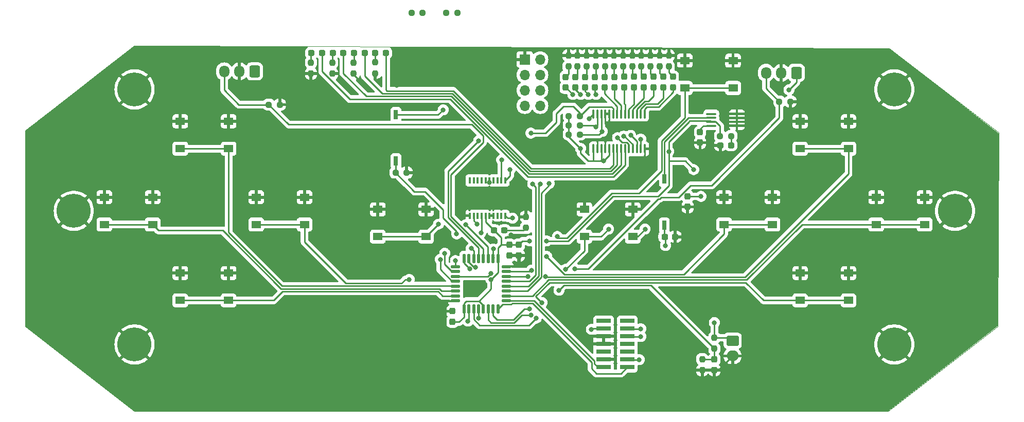
<source format=gbr>
%TF.GenerationSoftware,KiCad,Pcbnew,7.0.6-7.0.6~ubuntu20.04.1*%
%TF.CreationDate,2023-07-11T10:17:37+02:00*%
%TF.ProjectId,output_panel2023-07-11_081728.4517270000,6f757470-7574-45f7-9061-6e656c323032,rev?*%
%TF.SameCoordinates,Original*%
%TF.FileFunction,Copper,L1,Top*%
%TF.FilePolarity,Positive*%
%FSLAX45Y45*%
G04 Gerber Fmt 4.5, Leading zero omitted, Abs format (unit mm)*
G04 Created by KiCad (PCBNEW 7.0.6-7.0.6~ubuntu20.04.1) date 2023-07-11 10:17:37*
%MOMM*%
%LPD*%
G01*
G04 APERTURE LIST*
G04 Aperture macros list*
%AMRoundRect*
0 Rectangle with rounded corners*
0 $1 Rounding radius*
0 $2 $3 $4 $5 $6 $7 $8 $9 X,Y pos of 4 corners*
0 Add a 4 corners polygon primitive as box body*
4,1,4,$2,$3,$4,$5,$6,$7,$8,$9,$2,$3,0*
0 Add four circle primitives for the rounded corners*
1,1,$1+$1,$2,$3*
1,1,$1+$1,$4,$5*
1,1,$1+$1,$6,$7*
1,1,$1+$1,$8,$9*
0 Add four rect primitives between the rounded corners*
20,1,$1+$1,$2,$3,$4,$5,0*
20,1,$1+$1,$4,$5,$6,$7,0*
20,1,$1+$1,$6,$7,$8,$9,0*
20,1,$1+$1,$8,$9,$2,$3,0*%
G04 Aperture macros list end*
%TA.AperFunction,Profile*%
%ADD10C,0.100000*%
%TD*%
%TA.AperFunction,SMDPad,CuDef*%
%ADD11R,0.400000X1.000000*%
%TD*%
%TA.AperFunction,ComponentPad*%
%ADD12C,5.600000*%
%TD*%
%TA.AperFunction,SMDPad,CuDef*%
%ADD13R,2.400000X0.740000*%
%TD*%
%TA.AperFunction,SMDPad,CuDef*%
%ADD14RoundRect,0.237500X-0.287500X-0.237500X0.287500X-0.237500X0.287500X0.237500X-0.287500X0.237500X0*%
%TD*%
%TA.AperFunction,SMDPad,CuDef*%
%ADD15RoundRect,0.237500X0.237500X-0.250000X0.237500X0.250000X-0.237500X0.250000X-0.237500X-0.250000X0*%
%TD*%
%TA.AperFunction,SMDPad,CuDef*%
%ADD16RoundRect,0.100000X-0.712500X-0.100000X0.712500X-0.100000X0.712500X0.100000X-0.712500X0.100000X0*%
%TD*%
%TA.AperFunction,SMDPad,CuDef*%
%ADD17RoundRect,0.237500X-0.237500X0.300000X-0.237500X-0.300000X0.237500X-0.300000X0.237500X0.300000X0*%
%TD*%
%TA.AperFunction,SMDPad,CuDef*%
%ADD18RoundRect,0.237500X-0.237500X0.250000X-0.237500X-0.250000X0.237500X-0.250000X0.237500X0.250000X0*%
%TD*%
%TA.AperFunction,SMDPad,CuDef*%
%ADD19RoundRect,0.237500X-0.237500X0.287500X-0.237500X-0.287500X0.237500X-0.287500X0.237500X0.287500X0*%
%TD*%
%TA.AperFunction,SMDPad,CuDef*%
%ADD20RoundRect,0.237500X-0.250000X-0.237500X0.250000X-0.237500X0.250000X0.237500X-0.250000X0.237500X0*%
%TD*%
%TA.AperFunction,SMDPad,CuDef*%
%ADD21R,1.550000X1.300000*%
%TD*%
%TA.AperFunction,SMDPad,CuDef*%
%ADD22RoundRect,0.237500X0.250000X0.237500X-0.250000X0.237500X-0.250000X-0.237500X0.250000X-0.237500X0*%
%TD*%
%TA.AperFunction,SMDPad,CuDef*%
%ADD23RoundRect,0.237500X-0.300000X-0.237500X0.300000X-0.237500X0.300000X0.237500X-0.300000X0.237500X0*%
%TD*%
%TA.AperFunction,SMDPad,CuDef*%
%ADD24RoundRect,0.237500X0.300000X0.237500X-0.300000X0.237500X-0.300000X-0.237500X0.300000X-0.237500X0*%
%TD*%
%TA.AperFunction,SMDPad,CuDef*%
%ADD25RoundRect,0.237500X0.237500X-0.300000X0.237500X0.300000X-0.237500X0.300000X-0.237500X-0.300000X0*%
%TD*%
%TA.AperFunction,SMDPad,CuDef*%
%ADD26RoundRect,0.125000X0.125000X-0.625000X0.125000X0.625000X-0.125000X0.625000X-0.125000X-0.625000X0*%
%TD*%
%TA.AperFunction,SMDPad,CuDef*%
%ADD27RoundRect,0.125000X0.625000X-0.125000X0.625000X0.125000X-0.625000X0.125000X-0.625000X-0.125000X0*%
%TD*%
%TA.AperFunction,ComponentPad*%
%ADD28RoundRect,0.250000X0.600000X0.725000X-0.600000X0.725000X-0.600000X-0.725000X0.600000X-0.725000X0*%
%TD*%
%TA.AperFunction,ComponentPad*%
%ADD29O,1.700000X1.950000*%
%TD*%
%TA.AperFunction,ComponentPad*%
%ADD30R,1.700000X1.700000*%
%TD*%
%TA.AperFunction,ComponentPad*%
%ADD31O,1.700000X1.700000*%
%TD*%
%TA.AperFunction,SMDPad,CuDef*%
%ADD32RoundRect,0.100000X0.100000X-0.637500X0.100000X0.637500X-0.100000X0.637500X-0.100000X-0.637500X0*%
%TD*%
%TA.AperFunction,SMDPad,CuDef*%
%ADD33R,0.760000X1.600000*%
%TD*%
%TA.AperFunction,ComponentPad*%
%ADD34RoundRect,0.250000X-0.750000X0.600000X-0.750000X-0.600000X0.750000X-0.600000X0.750000X0.600000X0*%
%TD*%
%TA.AperFunction,ComponentPad*%
%ADD35O,2.000000X1.700000*%
%TD*%
%TA.AperFunction,ViaPad*%
%ADD36C,0.800000*%
%TD*%
%TA.AperFunction,Conductor*%
%ADD37C,0.250000*%
%TD*%
G04 APERTURE END LIST*
D10*
X1850000Y-6070000D02*
X50000Y-4670000D01*
X14250000Y-6070000D02*
X1850000Y-6070000D01*
X16050000Y-4670000D02*
X14250000Y-6070000D01*
X14270000Y-90000D02*
X16070000Y-1480000D01*
X16070000Y-1480000D02*
X16050000Y-4670000D01*
X50000Y-4670000D02*
X50000Y-1450000D01*
X50000Y-1450000D02*
X1850000Y-50000D01*
X1850000Y-50000D02*
X14270000Y-90000D01*
D11*
X7365000Y-2850000D03*
X7430000Y-2850000D03*
X7495000Y-2850000D03*
X7560000Y-2850000D03*
X7625000Y-2850000D03*
X7690000Y-2850000D03*
X7755000Y-2850000D03*
X7820000Y-2850000D03*
X7885000Y-2850000D03*
X7950000Y-2850000D03*
X7950000Y-2270000D03*
X7885000Y-2270000D03*
X7820000Y-2270000D03*
X7755000Y-2270000D03*
X7690000Y-2270000D03*
X7625000Y-2270000D03*
X7560000Y-2270000D03*
X7495000Y-2270000D03*
X7430000Y-2270000D03*
X7365000Y-2270000D03*
D12*
X14350000Y-4970000D03*
D13*
X9567500Y-4583000D03*
X9957500Y-4583000D03*
X9567500Y-4710000D03*
X9957500Y-4710000D03*
X9567500Y-4837000D03*
X9957500Y-4837000D03*
X9567500Y-4964000D03*
X9957500Y-4964000D03*
X9567500Y-5091000D03*
X9957500Y-5091000D03*
X9567500Y-5218000D03*
X9957500Y-5218000D03*
X9567500Y-5345000D03*
X9957500Y-5345000D03*
D12*
X15350000Y-2770000D03*
D14*
X4762500Y-170000D03*
X4937500Y-170000D03*
D15*
X10040000Y-392500D03*
X10040000Y-210000D03*
X8290000Y-3050000D03*
X8290000Y-2867500D03*
D16*
X11338750Y-1172500D03*
X11338750Y-1237500D03*
X11338750Y-1302500D03*
X11338750Y-1367500D03*
X11761250Y-1367500D03*
X11761250Y-1302500D03*
X11761250Y-1237500D03*
X11761250Y-1172500D03*
D17*
X11155000Y-1473750D03*
X11155000Y-1646250D03*
D18*
X5810000Y-321250D03*
X5810000Y-503750D03*
D19*
X9422500Y-565000D03*
X9422500Y-740000D03*
D18*
X5455000Y-326250D03*
X5455000Y-508750D03*
D19*
X9582500Y-565000D03*
X9582500Y-740000D03*
D20*
X4058750Y-1020000D03*
X4241250Y-1020000D03*
D15*
X9740000Y-392500D03*
X9740000Y-210000D03*
D19*
X9102500Y-565000D03*
X9102500Y-740000D03*
D15*
X9590000Y-392500D03*
X9590000Y-210000D03*
D18*
X11190000Y-5212500D03*
X11190000Y-5395000D03*
D21*
X2602500Y-1295000D03*
X3397500Y-1295000D03*
X2602500Y-1745000D03*
X3397500Y-1745000D03*
X3852500Y-2545000D03*
X4647500Y-2545000D03*
X3852500Y-2995000D03*
X4647500Y-2995000D03*
D20*
X6143750Y-2140000D03*
X6326250Y-2140000D03*
D12*
X1850000Y-4970000D03*
D22*
X9178050Y-1207400D03*
X8995550Y-1207400D03*
D15*
X9440000Y-392500D03*
X9440000Y-210000D03*
D23*
X10573250Y-3197000D03*
X10745750Y-3197000D03*
D21*
X9252500Y-2745000D03*
X10047500Y-2745000D03*
X9252500Y-3195000D03*
X10047500Y-3195000D03*
X2602500Y-3795000D03*
X3397500Y-3795000D03*
X2602500Y-4245000D03*
X3397500Y-4245000D03*
X14052500Y-2545000D03*
X14847500Y-2545000D03*
X14052500Y-2995000D03*
X14847500Y-2995000D03*
D15*
X9140000Y-392500D03*
X9140000Y-210000D03*
D17*
X11390000Y-5217500D03*
X11390000Y-5390000D03*
D21*
X1352500Y-2545000D03*
X2147500Y-2545000D03*
X1352500Y-2995000D03*
X2147500Y-2995000D03*
D14*
X5112500Y-170000D03*
X5287500Y-170000D03*
D24*
X7936250Y-3090000D03*
X7763750Y-3090000D03*
D18*
X11390000Y-4858750D03*
X11390000Y-5041250D03*
D21*
X5852500Y-2745000D03*
X6647500Y-2745000D03*
X5852500Y-3195000D03*
X6647500Y-3195000D03*
D19*
X9745000Y-563750D03*
X9745000Y-738750D03*
D25*
X7080200Y-4595650D03*
X7080200Y-4423150D03*
D14*
X5462500Y-170000D03*
X5637500Y-170000D03*
D26*
X7270000Y-4387500D03*
X7350000Y-4387500D03*
X7430000Y-4387500D03*
X7510000Y-4387500D03*
X7590000Y-4387500D03*
X7670000Y-4387500D03*
X7750000Y-4387500D03*
X7830000Y-4387500D03*
D27*
X7967500Y-4250000D03*
X7967500Y-4170000D03*
X7967500Y-4090000D03*
X7967500Y-4010000D03*
X7967500Y-3930000D03*
X7967500Y-3850000D03*
X7967500Y-3770000D03*
X7967500Y-3690000D03*
D26*
X7830000Y-3552500D03*
X7750000Y-3552500D03*
X7670000Y-3552500D03*
X7590000Y-3552500D03*
X7510000Y-3552500D03*
X7430000Y-3552500D03*
X7350000Y-3552500D03*
X7270000Y-3552500D03*
D27*
X7132500Y-3690000D03*
X7132500Y-3770000D03*
X7132500Y-3850000D03*
X7132500Y-3930000D03*
X7132500Y-4010000D03*
X7132500Y-4090000D03*
X7132500Y-4170000D03*
X7132500Y-4250000D03*
D18*
X5102500Y-328750D03*
X5102500Y-511250D03*
D19*
X8942500Y-565000D03*
X8942500Y-740000D03*
D20*
X6407500Y490000D03*
X6590000Y490000D03*
D28*
X12740400Y-496200D03*
D29*
X12490400Y-496200D03*
X12240400Y-496200D03*
D17*
X8020000Y-3330950D03*
X8020000Y-3503450D03*
D15*
X10640000Y-392500D03*
X10640000Y-210000D03*
D20*
X6978750Y490000D03*
X7161250Y490000D03*
D14*
X5812500Y-170000D03*
X5987500Y-170000D03*
D21*
X10902500Y-295000D03*
X11697500Y-295000D03*
X10902500Y-745000D03*
X11697500Y-745000D03*
D15*
X9290000Y-392500D03*
X9290000Y-210000D03*
D30*
X8270000Y-276000D03*
D31*
X8524000Y-276000D03*
X8270000Y-530000D03*
X8524000Y-530000D03*
X8270000Y-784000D03*
X8524000Y-784000D03*
X8270000Y-1038000D03*
X8524000Y-1038000D03*
D19*
X10227500Y-562500D03*
X10227500Y-737500D03*
D14*
X11488500Y-1690000D03*
X11663500Y-1690000D03*
D20*
X8995550Y-1512200D03*
X9178050Y-1512200D03*
D21*
X12802500Y-3795000D03*
X13597500Y-3795000D03*
X12802500Y-4245000D03*
X13597500Y-4245000D03*
D19*
X9907500Y-562500D03*
X9907500Y-737500D03*
D20*
X12458750Y-970000D03*
X12641250Y-970000D03*
D15*
X9890000Y-392500D03*
X9890000Y-210000D03*
D20*
X11484750Y-1537600D03*
X11667250Y-1537600D03*
D32*
X9400900Y-1747650D03*
X9465900Y-1747650D03*
X9530900Y-1747650D03*
X9595900Y-1747650D03*
X9660900Y-1747650D03*
X9725900Y-1747650D03*
X9790900Y-1747650D03*
X9855900Y-1747650D03*
X9920900Y-1747650D03*
X9985900Y-1747650D03*
X10050900Y-1747650D03*
X10115900Y-1747650D03*
X10180900Y-1747650D03*
X10245900Y-1747650D03*
X10245900Y-1175150D03*
X10180900Y-1175150D03*
X10115900Y-1175150D03*
X10050900Y-1175150D03*
X9985900Y-1175150D03*
X9920900Y-1175150D03*
X9855900Y-1175150D03*
X9790900Y-1175150D03*
X9725900Y-1175150D03*
X9660900Y-1175150D03*
X9595900Y-1175150D03*
X9530900Y-1175150D03*
X9465900Y-1175150D03*
X9400900Y-1175150D03*
D18*
X4752500Y-326250D03*
X4752500Y-508750D03*
D12*
X1850000Y-770000D03*
X850000Y-2770000D03*
D22*
X9178050Y-1359800D03*
X8995550Y-1359800D03*
D15*
X10340000Y-392500D03*
X10340000Y-210000D03*
X8990000Y-392500D03*
X8990000Y-210000D03*
D21*
X11552500Y-2545000D03*
X12347500Y-2545000D03*
X11552500Y-2995000D03*
X12347500Y-2995000D03*
X12802500Y-1295000D03*
X13597500Y-1295000D03*
X12802500Y-1745000D03*
X13597500Y-1745000D03*
D33*
X6150000Y-1951000D03*
X6150000Y-1189000D03*
X10567000Y-3008000D03*
X10567000Y-2246000D03*
D28*
X3825000Y-472500D03*
D29*
X3575000Y-472500D03*
X3325000Y-472500D03*
D15*
X10190000Y-392500D03*
X10190000Y-210000D03*
D17*
X10949500Y-2532000D03*
X10949500Y-2704500D03*
D15*
X10490000Y-392500D03*
X10490000Y-210000D03*
D12*
X14350000Y-770000D03*
D19*
X10710000Y-562500D03*
X10710000Y-737500D03*
X10067500Y-562500D03*
X10067500Y-737500D03*
D17*
X8172400Y-3330950D03*
X8172400Y-3503450D03*
D19*
X9262500Y-565000D03*
X9262500Y-740000D03*
X10547500Y-562500D03*
X10547500Y-737500D03*
X10387500Y-562500D03*
X10387500Y-737500D03*
D34*
X11690000Y-4910000D03*
D35*
X11690000Y-5160000D03*
D36*
X7714770Y-3797770D03*
X8832800Y-4077600D03*
X8299400Y-1740800D03*
X15411400Y-1766200D03*
X7770000Y-3250000D03*
X4387800Y-826400D03*
X10458400Y-1359800D03*
X3194000Y-2934600D03*
X8756600Y-978800D03*
X476200Y-3442600D03*
X654000Y-1918600D03*
X7613600Y-1055000D03*
X6470600Y-4331600D03*
X9163000Y-4179200D03*
X4006800Y-4103000D03*
X11982400Y-1055000D03*
X8324800Y-2680600D03*
X8731200Y-2680600D03*
X15538400Y-3442600D03*
X8985200Y-1867800D03*
X12109400Y-3925200D03*
X6165800Y-699400D03*
X7689800Y-1817000D03*
X7350000Y-4090000D03*
X13100000Y-2858400D03*
X8810000Y-3490000D03*
X3905200Y-5474600D03*
X10687000Y-1055000D03*
X5429200Y-5525400D03*
X8375600Y-5652400D03*
X984200Y-1055000D03*
X10712400Y-3671200D03*
X8045400Y-3163200D03*
X9620200Y-3696600D03*
X8310000Y-3410000D03*
X9730000Y-2830000D03*
X5429200Y-801000D03*
X10410000Y-2390000D03*
X7689800Y-2299600D03*
X14014400Y-369200D03*
X11118800Y-3747400D03*
X10179000Y-1385200D03*
X5870000Y-630000D03*
X15386000Y-4280800D03*
X5073600Y-826400D03*
X8807400Y-4433200D03*
X12312600Y-1207400D03*
X8147000Y-4814200D03*
X15005000Y-1232800D03*
X8909000Y-2960000D03*
X5683200Y-750200D03*
X8147000Y-2325000D03*
X11042600Y-4839600D03*
X11703000Y-5677800D03*
X13277800Y-5627000D03*
X704800Y-4357000D03*
X10001200Y-2223400D03*
X8807400Y-1842400D03*
X4895800Y-3849000D03*
X7283400Y-4788800D03*
X7969200Y-877200D03*
X3194000Y-3315600D03*
X10585400Y-3341000D03*
X11390000Y-4610000D03*
X12617400Y-775600D03*
X11170000Y-2530000D03*
X8350200Y-3264800D03*
X9569400Y-1944000D03*
X7715200Y-3899800D03*
X11050000Y-2090000D03*
X6927800Y-1105800D03*
X9188400Y-1740800D03*
X10639450Y-1791600D03*
X9330000Y-1250000D03*
X8629600Y-3264800D03*
X9366200Y-4722150D03*
X9061400Y-851800D03*
X9797570Y-1563430D03*
X9899170Y-1538030D03*
X9188400Y-851800D03*
X9315400Y-851800D03*
X10013470Y-1525330D03*
X10179000Y-1588400D03*
X9442400Y-851800D03*
X10179000Y-4712600D03*
X7461200Y-3696600D03*
X7365493Y-3729092D03*
X10179000Y-4839600D03*
X7512000Y-4534800D03*
X10153600Y-5220600D03*
X7300000Y-3000000D03*
X7150000Y-3150000D03*
X8554260Y-4280800D03*
X8375600Y-4484000D03*
X8324230Y-3848430D03*
X8614250Y-3849000D03*
X8629600Y-3518800D03*
X8070000Y-2890000D03*
X6369000Y-3899800D03*
X7334200Y-4585600D03*
X6880750Y-3569600D03*
X9442400Y-1388950D03*
X9090355Y-3722000D03*
X8458764Y-4539442D03*
X9544000Y-1461400D03*
X6953200Y-3468000D03*
X7890000Y-1930000D03*
X8370000Y-1490000D03*
X6850000Y-2990000D03*
X8030000Y-2090000D03*
X8379350Y-3747400D03*
X9650000Y-3070000D03*
X10250000Y-3070000D03*
X8945405Y-3732145D03*
X8350200Y-4382400D03*
X8807400Y-3192350D03*
X7512000Y-1613800D03*
X8673550Y-2318150D03*
X8528000Y-2325000D03*
X8401000Y-2325000D03*
X7487550Y-2990000D03*
X7757550Y-3398457D03*
X7550000Y-3130000D03*
X7390000Y-3390000D03*
X7130000Y-3590000D03*
D37*
X11190000Y-5212500D02*
X11190000Y-5233750D01*
X11385000Y-5212500D02*
X11390000Y-5217500D01*
X11195000Y-5217500D02*
X11190000Y-5212500D01*
X10344350Y-3995600D02*
X8914800Y-3995600D01*
X11390000Y-5041250D02*
X11390000Y-5217500D01*
X11390000Y-5217500D02*
X11195000Y-5217500D01*
X8914800Y-3995600D02*
X8832800Y-4077600D01*
X11390000Y-5041250D02*
X10344350Y-3995600D01*
X7132500Y-3850000D02*
X7662540Y-3850000D01*
X7662540Y-3850000D02*
X7714770Y-3797770D01*
X9660900Y-1319100D02*
X9660900Y-1175150D01*
X9569400Y-1588400D02*
X9595900Y-1614900D01*
X9595900Y-1175150D02*
X9595900Y-1335500D01*
X7987500Y-3670000D02*
X7967500Y-3690000D01*
X8190000Y-3526050D02*
X8190000Y-3670000D01*
X5455000Y-508750D02*
X5455000Y-522000D01*
X9620200Y-1359800D02*
X9660900Y-1319100D01*
X10245900Y-1883900D02*
X10255200Y-1893200D01*
X11385000Y-5395000D02*
X11390000Y-5390000D01*
X8190000Y-3670000D02*
X7987500Y-3670000D01*
X11460000Y-5390000D02*
X11690000Y-5160000D01*
X9467800Y-1588400D02*
X9569400Y-1588400D01*
X8172400Y-3508450D02*
X8190000Y-3526050D01*
X9465900Y-1747650D02*
X9465900Y-1590300D01*
X9595900Y-1614900D02*
X9595900Y-1747650D01*
X10245900Y-1747650D02*
X10245900Y-1883900D01*
X9465900Y-1590300D02*
X9467800Y-1588400D01*
X11390000Y-5390000D02*
X11460000Y-5390000D01*
X11190000Y-5395000D02*
X11385000Y-5395000D01*
X9595900Y-1335500D02*
X9620200Y-1359800D01*
X5455000Y-522000D02*
X5683200Y-750200D01*
X11390000Y-4858750D02*
X11638750Y-4858750D01*
X10567000Y-3190750D02*
X10573250Y-3197000D01*
X11390000Y-4610000D02*
X11390000Y-4858750D01*
X10585400Y-3341000D02*
X10585400Y-3209150D01*
X11638750Y-4858750D02*
X11690000Y-4910000D01*
X10567000Y-3008000D02*
X10567000Y-3190750D01*
X10585400Y-3209150D02*
X10573250Y-3197000D01*
X11155000Y-1473750D02*
X11155000Y-1425200D01*
X11212700Y-1367500D02*
X11338750Y-1367500D01*
X11155000Y-1425200D02*
X11212700Y-1367500D01*
X7080200Y-4600650D02*
X7192150Y-4600650D01*
X9567500Y-4710000D02*
X9378350Y-4710000D01*
X11484750Y-1537600D02*
X11484750Y-1372146D01*
X8020000Y-3325950D02*
X8172400Y-3325950D01*
X7715200Y-4056739D02*
X7516540Y-4255400D01*
X9400900Y-1747650D02*
X9400900Y-1934700D01*
X8995550Y-1512200D02*
X8995550Y-1547950D01*
X9518600Y-1944000D02*
X9569400Y-1944000D01*
X6844600Y-1189000D02*
X6927800Y-1105800D01*
X12740400Y-652600D02*
X12617400Y-775600D01*
X11415104Y-1302500D02*
X11338750Y-1302500D01*
X9315400Y-1944000D02*
X9391600Y-1944000D01*
X7830000Y-3785000D02*
X7830000Y-3552500D01*
X10639450Y-2030000D02*
X10639450Y-2356550D01*
X7625000Y-2951250D02*
X7763750Y-3090000D01*
X7192150Y-4600650D02*
X7270000Y-4522800D01*
X7715200Y-3899800D02*
X7830000Y-3785000D01*
X11338750Y-1302500D02*
X11326250Y-1290000D01*
X10467800Y-2528200D02*
X9721800Y-2528200D01*
X11168000Y-2532000D02*
X11170000Y-2530000D01*
X7270000Y-4294200D02*
X7308800Y-4255400D01*
X6150000Y-1189000D02*
X6844600Y-1189000D01*
X9660900Y-1852500D02*
X9660900Y-1747650D01*
X10639450Y-1635950D02*
X10639450Y-1791600D01*
X9330000Y-1246050D02*
X9400900Y-1175150D01*
X7763750Y-3090000D02*
X7882650Y-3208900D01*
X7270000Y-4522800D02*
X7270000Y-4387500D01*
X10949500Y-2532000D02*
X11168000Y-2532000D01*
X8995550Y-1547950D02*
X9188400Y-1740800D01*
X12740400Y-496200D02*
X12740400Y-652600D01*
X11050000Y-2090000D02*
X10910000Y-1950000D01*
X7625000Y-2850000D02*
X7625000Y-2951250D01*
X9188400Y-1740800D02*
X9188400Y-1817000D01*
X10910000Y-1950000D02*
X10639450Y-1950000D01*
X7715200Y-3899800D02*
X7715200Y-4056739D01*
X10639450Y-1950000D02*
X10639450Y-2030000D01*
X9400900Y-1934700D02*
X9391600Y-1944000D01*
X8233550Y-3264800D02*
X8172400Y-3325950D01*
X11484750Y-1372146D02*
X11415104Y-1302500D01*
X9330000Y-1250000D02*
X9330000Y-1246050D01*
X11326250Y-1290000D02*
X10985400Y-1290000D01*
X8020000Y-3325950D02*
X7882650Y-3325950D01*
X7590000Y-4328860D02*
X7590000Y-4387500D01*
X7516540Y-4255400D02*
X7590000Y-4328860D01*
X8985200Y-3264800D02*
X8629600Y-3264800D01*
X7882650Y-3325950D02*
X7830000Y-3378600D01*
X8350200Y-3264800D02*
X8233550Y-3264800D01*
X9391600Y-1944000D02*
X9518600Y-1944000D01*
X7308800Y-4255400D02*
X7516540Y-4255400D01*
X7830000Y-3378600D02*
X7830000Y-3552500D01*
X9721800Y-2528200D02*
X8985200Y-3264800D01*
X8995550Y-1207400D02*
X8995550Y-1359800D01*
X9530900Y-1931700D02*
X9518600Y-1944000D01*
X9188400Y-1817000D02*
X9315400Y-1944000D01*
X10639450Y-1791600D02*
X10639450Y-2030000D01*
X9378350Y-4710000D02*
X9366200Y-4722150D01*
X9569400Y-1944000D02*
X9660900Y-1852500D01*
X9530900Y-1747650D02*
X9530900Y-1931700D01*
X10639450Y-2356550D02*
X10467800Y-2528200D01*
X7882650Y-3208900D02*
X7882650Y-3325950D01*
X10985400Y-1290000D02*
X10966400Y-1309000D01*
X8995550Y-1512200D02*
X8995550Y-1359800D01*
X7270000Y-4387500D02*
X7270000Y-4294200D01*
X10966400Y-1309000D02*
X10639450Y-1635950D01*
X11663500Y-1690000D02*
X11663500Y-1541350D01*
X11663500Y-1541350D02*
X11667250Y-1537600D01*
X4752500Y-180000D02*
X4762500Y-170000D01*
X4752500Y-326250D02*
X4752500Y-180000D01*
X7041681Y-928000D02*
X8319681Y-2206000D01*
X5390951Y-928000D02*
X7041681Y-928000D01*
X4937500Y-474549D02*
X5390951Y-928000D01*
X9920900Y-2012018D02*
X9920900Y-1747650D01*
X8319681Y-2206000D02*
X9726919Y-2206000D01*
X9726919Y-2206000D02*
X9920900Y-2012018D01*
X4937500Y-170000D02*
X4937500Y-474549D01*
X5102500Y-180000D02*
X5112500Y-170000D01*
X5102500Y-328750D02*
X5102500Y-180000D01*
X5287500Y-506900D02*
X5287500Y-170000D01*
X9708279Y-2161000D02*
X8338321Y-2161000D01*
X5663600Y-883000D02*
X5287500Y-506900D01*
X7060321Y-883000D02*
X5663600Y-883000D01*
X9855900Y-1747650D02*
X9855900Y-2013379D01*
X8338321Y-2161000D02*
X7060321Y-883000D01*
X9855900Y-2013379D02*
X9708279Y-2161000D01*
X5462500Y-318750D02*
X5455000Y-326250D01*
X5462500Y-170000D02*
X5462500Y-318750D01*
X5637500Y-552100D02*
X5923400Y-838000D01*
X8356960Y-2116000D02*
X9689640Y-2116000D01*
X9790900Y-2014739D02*
X9790900Y-1747650D01*
X5923400Y-838000D02*
X7078960Y-838000D01*
X7078960Y-838000D02*
X8356960Y-2116000D01*
X5637500Y-170000D02*
X5637500Y-552100D01*
X9689640Y-2116000D02*
X9790900Y-2014739D01*
X5812500Y-170000D02*
X5812500Y-318750D01*
X5812500Y-318750D02*
X5810000Y-321250D01*
X6005400Y-793000D02*
X5987500Y-775100D01*
X9725900Y-1747650D02*
X9725900Y-2016100D01*
X7097600Y-793000D02*
X6005400Y-793000D01*
X5987500Y-775100D02*
X5987500Y-170000D01*
X8375600Y-2071000D02*
X7097600Y-793000D01*
X9725900Y-2016100D02*
X9671000Y-2071000D01*
X9264600Y-2071000D02*
X8375600Y-2071000D01*
X9264600Y-2071000D02*
X9239200Y-2071000D01*
X9671000Y-2071000D02*
X9264600Y-2071000D01*
X8990000Y-517500D02*
X8942500Y-565000D01*
X8990000Y-392500D02*
X8990000Y-517500D01*
X9948504Y-1641400D02*
X9985900Y-1678796D01*
X8942500Y-740000D02*
X8949600Y-740000D01*
X9985900Y-1678796D02*
X9985900Y-1747650D01*
X9797570Y-1563430D02*
X9875540Y-1641400D01*
X9875540Y-1641400D02*
X9948504Y-1641400D01*
X8949600Y-740000D02*
X9061400Y-851800D01*
X9140000Y-392500D02*
X9140000Y-527500D01*
X9140000Y-527500D02*
X9102500Y-565000D01*
X9910134Y-1538030D02*
X10050900Y-1678796D01*
X9102500Y-740000D02*
X9102500Y-765900D01*
X9899170Y-1538030D02*
X9910134Y-1538030D01*
X9102500Y-765900D02*
X9188400Y-851800D01*
X10050900Y-1678796D02*
X10050900Y-1747650D01*
X9290000Y-392500D02*
X9290000Y-537500D01*
X9290000Y-537500D02*
X9262500Y-565000D01*
X9262500Y-798900D02*
X9315400Y-851800D01*
X10115900Y-1747650D02*
X10115900Y-1627759D01*
X10115900Y-1627759D02*
X10013470Y-1525330D01*
X9262500Y-740000D02*
X9262500Y-798900D01*
X9440000Y-547500D02*
X9422500Y-565000D01*
X9440000Y-392500D02*
X9440000Y-547500D01*
X10179000Y-1745750D02*
X10180900Y-1747650D01*
X10179000Y-1588400D02*
X10179000Y-1745750D01*
X9422500Y-831900D02*
X9442400Y-851800D01*
X9422500Y-740000D02*
X9422500Y-831900D01*
X9590000Y-392500D02*
X9590000Y-557500D01*
X9590000Y-557500D02*
X9582500Y-565000D01*
X9790900Y-1047900D02*
X9790900Y-1175150D01*
X9582500Y-740000D02*
X9582500Y-839500D01*
X9582500Y-839500D02*
X9790900Y-1047900D01*
X9740000Y-392500D02*
X9740000Y-558750D01*
X9740000Y-558750D02*
X9745000Y-563750D01*
X9855900Y-1036700D02*
X9855900Y-1175150D01*
X9745000Y-925800D02*
X9855900Y-1036700D01*
X9745000Y-738750D02*
X9745000Y-925800D01*
X9890000Y-392500D02*
X9890000Y-545000D01*
X9890000Y-545000D02*
X9907500Y-562500D01*
X9920900Y-1175150D02*
X9920900Y-1017600D01*
X9920900Y-1017600D02*
X9907500Y-1004200D01*
X9907500Y-1004200D02*
X9907500Y-737500D01*
X10040000Y-535000D02*
X10067500Y-562500D01*
X10040000Y-392500D02*
X10040000Y-535000D01*
X10067500Y-1013541D02*
X10067500Y-737500D01*
X9985900Y-1175150D02*
X9985900Y-1095141D01*
X9985900Y-1095141D02*
X10067500Y-1013541D01*
X10190000Y-392500D02*
X10190000Y-525000D01*
X10190000Y-525000D02*
X10227500Y-562500D01*
X10227500Y-917181D02*
X10227500Y-737500D01*
X10050900Y-1175150D02*
X10050900Y-1093781D01*
X10050900Y-1093781D02*
X10227500Y-917181D01*
X10340000Y-392500D02*
X10340000Y-515000D01*
X10340000Y-515000D02*
X10387500Y-562500D01*
X10115900Y-1092421D02*
X10243321Y-965000D01*
X10243321Y-965000D02*
X10306000Y-965000D01*
X10306000Y-965000D02*
X10387500Y-883500D01*
X10115900Y-1175150D02*
X10115900Y-1092421D01*
X10387500Y-883500D02*
X10387500Y-737500D01*
X10490000Y-505000D02*
X10547500Y-562500D01*
X10490000Y-392500D02*
X10490000Y-505000D01*
X10547500Y-915100D02*
X10547500Y-737500D01*
X10452600Y-1010000D02*
X10547500Y-915100D01*
X10180900Y-1175150D02*
X10180900Y-1091060D01*
X10180900Y-1091060D02*
X10261960Y-1010000D01*
X10261960Y-1010000D02*
X10452600Y-1010000D01*
X10640000Y-492500D02*
X10710000Y-562500D01*
X10640000Y-392500D02*
X10640000Y-492500D01*
X10245900Y-1175150D02*
X10245900Y-1089700D01*
X10245900Y-1089700D02*
X10280600Y-1055000D01*
X10710000Y-816239D02*
X10710000Y-737500D01*
X10471240Y-1055000D02*
X10710000Y-816239D01*
X10280600Y-1055000D02*
X10471240Y-1055000D01*
X7350000Y-3611139D02*
X7435460Y-3696600D01*
X10179000Y-4712600D02*
X9960100Y-4712600D01*
X7350000Y-3552500D02*
X7350000Y-3611139D01*
X9960100Y-4712600D02*
X9957500Y-4710000D01*
X7435460Y-3696600D02*
X7461200Y-3696600D01*
X7270000Y-3552500D02*
X7270000Y-3633599D01*
X10179000Y-4839600D02*
X9960100Y-4839600D01*
X7270000Y-3633599D02*
X7365493Y-3729092D01*
X9960100Y-4839600D02*
X9957500Y-4837000D01*
X7510000Y-4387500D02*
X7510000Y-4532800D01*
X10153600Y-5220600D02*
X9960100Y-5220600D01*
X9960100Y-5220600D02*
X9957500Y-5218000D01*
X7510000Y-4532800D02*
X7512000Y-4534800D01*
X9415000Y-5287500D02*
X9472500Y-5345000D01*
X9472500Y-5345000D02*
X9567500Y-5345000D01*
X8421000Y-4250000D02*
X9415000Y-5244000D01*
X7967500Y-4250000D02*
X8421000Y-4250000D01*
X9415000Y-5244000D02*
X9415000Y-5287500D01*
X7830000Y-4387500D02*
X7910000Y-4307500D01*
X9370000Y-5369500D02*
X9449700Y-5449200D01*
X8048640Y-4307500D02*
X8061140Y-4295000D01*
X9449700Y-5449200D02*
X9853300Y-5449200D01*
X9853300Y-5449200D02*
X9957500Y-5345000D01*
X8061140Y-4295000D02*
X8402360Y-4295000D01*
X9370000Y-5262639D02*
X9370000Y-5369500D01*
X8402360Y-4295000D02*
X9370000Y-5262639D01*
X7910000Y-4307500D02*
X8048640Y-4307500D01*
X7150000Y-3150000D02*
X7150000Y-3110000D01*
X6929800Y-2749800D02*
X6632000Y-2452000D01*
X7664400Y-3364400D02*
X7664400Y-3546900D01*
X6929800Y-2889800D02*
X6929800Y-2749800D01*
X6143750Y-1957250D02*
X6150000Y-1951000D01*
X7300000Y-3000000D02*
X7664400Y-3364400D01*
X6143750Y-2140000D02*
X6143750Y-1957250D01*
X7664400Y-3546900D02*
X7670000Y-3552500D01*
X6455750Y-2452000D02*
X6143750Y-2140000D01*
X6632000Y-2452000D02*
X6455750Y-2452000D01*
X7150000Y-3110000D02*
X6929800Y-2889800D01*
X4058750Y-1020000D02*
X3565400Y-1020000D01*
X7590000Y-3552500D02*
X7590000Y-3393320D01*
X7055000Y-2173330D02*
X7584500Y-1643830D01*
X3565400Y-1020000D02*
X3325000Y-779600D01*
X7055000Y-2858320D02*
X7055000Y-2173330D01*
X3325000Y-779600D02*
X3325000Y-472500D01*
X7590000Y-3393320D02*
X7055000Y-2858320D01*
X7584500Y-1643830D02*
X7584500Y-1534458D01*
X4388750Y-1350000D02*
X4058750Y-1020000D01*
X7400042Y-1350000D02*
X4388750Y-1350000D01*
X7584500Y-1534458D02*
X7400042Y-1350000D01*
X14052500Y-2995000D02*
X14847500Y-2995000D01*
X8660181Y-3905600D02*
X8395781Y-4170000D01*
X8395781Y-4170000D02*
X7967500Y-4170000D01*
X14052500Y-2995000D02*
X12836400Y-2995000D01*
X7976700Y-4179200D02*
X7967500Y-4170000D01*
X11925320Y-3906080D02*
X11924840Y-3905600D01*
X12836400Y-2995000D02*
X11925320Y-3906080D01*
X11924840Y-3905600D02*
X8660181Y-3905600D01*
X12802500Y-4245000D02*
X12200600Y-4245000D01*
X8452660Y-4179200D02*
X8451800Y-4179200D01*
X8678820Y-3950600D02*
X9086800Y-3950600D01*
X7670000Y-4565800D02*
X7670000Y-4387500D01*
X8554260Y-4280800D02*
X8452660Y-4179200D01*
X8096200Y-4611000D02*
X7715200Y-4611000D01*
X8451800Y-4177620D02*
X8678820Y-3950600D01*
X9086800Y-3950600D02*
X9068160Y-3950600D01*
X12200600Y-4245000D02*
X11906200Y-3950600D01*
X12802500Y-4245000D02*
X13597500Y-4245000D01*
X11906200Y-3950600D02*
X9086800Y-3950600D01*
X8451800Y-4179200D02*
X8451800Y-4177620D01*
X8375600Y-4484000D02*
X8223200Y-4484000D01*
X8223200Y-4484000D02*
X8096200Y-4611000D01*
X7715200Y-4611000D02*
X7670000Y-4565800D01*
X8322661Y-3850000D02*
X8324230Y-3848430D01*
X13597500Y-2157700D02*
X13597500Y-1745000D01*
X8614250Y-3849000D02*
X8625850Y-3860600D01*
X8625850Y-3860600D02*
X11894600Y-3860600D01*
X12802500Y-1745000D02*
X13597500Y-1745000D01*
X11894600Y-3860600D02*
X13597500Y-2157700D01*
X7967500Y-3850000D02*
X8322661Y-3850000D01*
X8070000Y-2890000D02*
X7990000Y-2890000D01*
X11552500Y-2995000D02*
X11552500Y-3147500D01*
X11552500Y-3147500D02*
X10884400Y-3815600D01*
X11552500Y-2995000D02*
X12347500Y-2995000D01*
X10884400Y-3815600D02*
X9239200Y-3815600D01*
X8926400Y-3815600D02*
X8629600Y-3518800D01*
X7990000Y-2890000D02*
X7950000Y-2850000D01*
X9239200Y-3815600D02*
X8926400Y-3815600D01*
X3397500Y-3125260D02*
X4279440Y-4007200D01*
X6260640Y-4007200D02*
X6266440Y-4001400D01*
X3397500Y-1745000D02*
X2602500Y-1745000D01*
X3397500Y-1745000D02*
X3397500Y-3125260D01*
X6266440Y-4001400D02*
X7123900Y-4001400D01*
X4279440Y-4007200D02*
X6260640Y-4007200D01*
X7123900Y-4001400D02*
X7132500Y-4010000D01*
X4647500Y-2995000D02*
X3852500Y-2995000D01*
X7350000Y-4387500D02*
X7350000Y-4569800D01*
X4647500Y-3282100D02*
X5327600Y-3962200D01*
X7350000Y-4569800D02*
X7334200Y-4585600D01*
X4647500Y-2995000D02*
X4647500Y-3282100D01*
X6304400Y-3899800D02*
X6242000Y-3962200D01*
X5327600Y-3962200D02*
X6242000Y-3962200D01*
X6369000Y-3899800D02*
X6304400Y-3899800D01*
X9413250Y-1359800D02*
X9442400Y-1388950D01*
X7132500Y-3930000D02*
X7073860Y-3930000D01*
X7073860Y-3930000D02*
X6880750Y-3736889D01*
X9178050Y-1359800D02*
X9413250Y-1359800D01*
X6880750Y-3736889D02*
X6880750Y-3569600D01*
X9442400Y-1388950D02*
X9465900Y-1365450D01*
X9465900Y-1365450D02*
X9465900Y-1175150D01*
X2147500Y-2995000D02*
X2245000Y-3092500D01*
X4260800Y-4052200D02*
X6864440Y-4052200D01*
X3301100Y-3092500D02*
X4260800Y-4052200D01*
X6864440Y-4052200D02*
X6902240Y-4090000D01*
X1352500Y-2995000D02*
X2147500Y-2995000D01*
X2245000Y-3092500D02*
X3301100Y-3092500D01*
X6902240Y-4090000D02*
X7132500Y-4090000D01*
X7430000Y-4387500D02*
X7430000Y-4555330D01*
X9090355Y-3722000D02*
X9315400Y-3722000D01*
X12458750Y-1239050D02*
X12458750Y-970000D01*
X11347400Y-2350400D02*
X12458750Y-1239050D01*
X10801361Y-2546839D02*
X10997801Y-2350400D01*
X7530669Y-4656000D02*
X8342206Y-4656000D01*
X10512800Y-2546839D02*
X10801361Y-2546839D01*
X10486440Y-2573200D02*
X10512800Y-2546839D01*
X12458750Y-970000D02*
X12240400Y-751650D01*
X7430000Y-4555330D02*
X7530669Y-4656000D01*
X12240400Y-751650D02*
X12240400Y-496200D01*
X10997801Y-2350400D02*
X11347400Y-2350400D01*
X9315400Y-3722000D02*
X10464200Y-2573200D01*
X8342206Y-4656000D02*
X8458764Y-4539442D01*
X10464200Y-2573200D02*
X10486440Y-2573200D01*
X9530900Y-1448300D02*
X9530900Y-1175150D01*
X9544000Y-1461400D02*
X9530900Y-1448300D01*
X7073860Y-3770000D02*
X6953200Y-3649339D01*
X9493200Y-1512200D02*
X9544000Y-1461400D01*
X7132500Y-3770000D02*
X7073860Y-3770000D01*
X9178050Y-1512200D02*
X9493200Y-1512200D01*
X6953200Y-3649339D02*
X6953200Y-3468000D01*
X3397500Y-4245000D02*
X4138400Y-4245000D01*
X6918600Y-4170000D02*
X7132500Y-4170000D01*
X6845800Y-4097200D02*
X6918600Y-4170000D01*
X4286200Y-4097200D02*
X6845800Y-4097200D01*
X2602500Y-4245000D02*
X3397500Y-4245000D01*
X4138400Y-4245000D02*
X4286200Y-4097200D01*
X8790000Y-1170000D02*
X8910000Y-1050000D01*
X9178050Y-1158050D02*
X9178050Y-1207400D01*
X7885000Y-2270000D02*
X7885000Y-1935000D01*
X9696400Y-1055000D02*
X9330450Y-1055000D01*
X9070000Y-1050000D02*
X9178050Y-1158050D01*
X9725900Y-1175150D02*
X9725900Y-1084500D01*
X9725900Y-1084500D02*
X9696400Y-1055000D01*
X8370000Y-1490000D02*
X8610000Y-1490000D01*
X8910000Y-1050000D02*
X9070000Y-1050000D01*
X8790000Y-1310000D02*
X8790000Y-1170000D01*
X8610000Y-1490000D02*
X8790000Y-1310000D01*
X9330450Y-1055000D02*
X9178050Y-1207400D01*
X7885000Y-1935000D02*
X7890000Y-1930000D01*
X8030000Y-2090000D02*
X8030000Y-2190000D01*
X6647500Y-3195000D02*
X6647500Y-3192500D01*
X6647500Y-3192500D02*
X6850000Y-2990000D01*
X8030000Y-2190000D02*
X7950000Y-2270000D01*
X5852500Y-3195000D02*
X6647500Y-3195000D01*
X8356750Y-3770000D02*
X8379350Y-3747400D01*
X10250000Y-3070000D02*
X10125000Y-3195000D01*
X9525000Y-3195000D02*
X9650000Y-3070000D01*
X10125000Y-3195000D02*
X10047500Y-3195000D01*
X9252500Y-3425050D02*
X9252500Y-3195000D01*
X8945405Y-3732145D02*
X9252500Y-3425050D01*
X7967500Y-3770000D02*
X8356750Y-3770000D01*
X9252500Y-3195000D02*
X9525000Y-3195000D01*
X10522000Y-2109000D02*
X10147800Y-2483200D01*
X7816800Y-4560200D02*
X8083360Y-4560200D01*
X9703160Y-2483200D02*
X8966560Y-3219800D01*
X7750000Y-4387500D02*
X7750000Y-4493400D01*
X10902500Y-745000D02*
X10902500Y-1233060D01*
X10902500Y-745000D02*
X11697500Y-745000D01*
X8807400Y-3219800D02*
X8807400Y-3192350D01*
X8966560Y-3219800D02*
X8807400Y-3219800D01*
X7750000Y-4493400D02*
X7816800Y-4560200D01*
X10147800Y-2483200D02*
X9703160Y-2483200D01*
X8261160Y-4382400D02*
X8350200Y-4382400D01*
X10522000Y-1613560D02*
X10522000Y-2109000D01*
X8083360Y-4560200D02*
X8261160Y-4382400D01*
X10902500Y-1233060D02*
X10522000Y-1613560D01*
X7510000Y-3552500D02*
X7510000Y-3376960D01*
X7510000Y-3376960D02*
X7010000Y-2876960D01*
X7010000Y-2115800D02*
X7512000Y-1613800D01*
X7010000Y-2876960D02*
X7010000Y-2115800D01*
X8250000Y-3090000D02*
X8290000Y-3050000D01*
X7936250Y-3090000D02*
X8250000Y-3090000D01*
X7967500Y-4090000D02*
X8312400Y-4090000D01*
X8541800Y-2476750D02*
X8673550Y-2344999D01*
X8673550Y-2344999D02*
X8673550Y-2318150D01*
X8312400Y-4090000D02*
X8541800Y-3860600D01*
X8541800Y-3860600D02*
X8541800Y-2476750D01*
X8528000Y-2325000D02*
X8496800Y-2356200D01*
X8328760Y-4010000D02*
X7967500Y-4010000D01*
X8496800Y-3841960D02*
X8328760Y-4010000D01*
X8496800Y-2356200D02*
X8496800Y-3841960D01*
X8451800Y-2375800D02*
X8451800Y-3823320D01*
X8451800Y-3823320D02*
X8345121Y-3930000D01*
X8401000Y-2325000D02*
X8451800Y-2375800D01*
X8345121Y-3930000D02*
X7967500Y-3930000D01*
X7757550Y-3398457D02*
X7750000Y-3406007D01*
X7750000Y-3406007D02*
X7750000Y-3552500D01*
X7766000Y-3536500D02*
X7750000Y-3552500D01*
X7430000Y-2850000D02*
X7430000Y-2932450D01*
X7430000Y-2932450D02*
X7487550Y-2990000D01*
X7390000Y-3390000D02*
X7430000Y-3430000D01*
X7430000Y-3430000D02*
X7430000Y-3552500D01*
X7560000Y-3120000D02*
X7550000Y-3130000D01*
X7560000Y-2850000D02*
X7560000Y-3120000D01*
X10567000Y-2246000D02*
X10567000Y-1632200D01*
X10971100Y-1237500D02*
X11338750Y-1237500D01*
X10567000Y-1632200D02*
X10966400Y-1232800D01*
X10966400Y-1232800D02*
X10971100Y-1237500D01*
X7132500Y-3592500D02*
X7130000Y-3590000D01*
X7132500Y-3690000D02*
X7132500Y-3592500D01*
%TA.AperFunction,Conductor*%
G36*
X4690621Y-59198D02*
G01*
X4696746Y-60839D01*
X4701259Y-65294D01*
X4702979Y-71398D01*
X4701457Y-77553D01*
X4697091Y-82152D01*
X4688280Y-87586D01*
X4688280Y-87587D01*
X4687665Y-87966D01*
X4687154Y-88476D01*
X4687154Y-88477D01*
X4675977Y-99653D01*
X4675977Y-99654D01*
X4675466Y-100165D01*
X4675087Y-100779D01*
X4675087Y-100780D01*
X4667622Y-112882D01*
X4666409Y-114848D01*
X4666182Y-115533D01*
X4666182Y-115533D01*
X4661196Y-130582D01*
X4660983Y-131224D01*
X4660914Y-131897D01*
X4660914Y-131898D01*
X4659982Y-141019D01*
X4659982Y-141021D01*
X4659950Y-141332D01*
X4659950Y-141647D01*
X4659950Y-141647D01*
X4659950Y-198352D01*
X4659950Y-198354D01*
X4659950Y-198667D01*
X4659982Y-198980D01*
X4659982Y-198981D01*
X4660914Y-208101D01*
X4660914Y-208102D01*
X4660983Y-208775D01*
X4661195Y-209417D01*
X4661196Y-209418D01*
X4661196Y-209418D01*
X4666409Y-225151D01*
X4666788Y-225766D01*
X4666789Y-225766D01*
X4674260Y-237879D01*
X4676035Y-243068D01*
X4675399Y-248516D01*
X4672474Y-253156D01*
X4670977Y-254653D01*
X4670977Y-254654D01*
X4670466Y-255165D01*
X4670087Y-255779D01*
X4670087Y-255780D01*
X4661788Y-269233D01*
X4661409Y-269848D01*
X4661182Y-270533D01*
X4661182Y-270534D01*
X4657900Y-280438D01*
X4655983Y-286224D01*
X4655914Y-286897D01*
X4655914Y-286898D01*
X4654982Y-296019D01*
X4654982Y-296021D01*
X4654950Y-296332D01*
X4654950Y-296647D01*
X4654950Y-296647D01*
X4654950Y-355852D01*
X4654950Y-355854D01*
X4654950Y-356167D01*
X4654982Y-356480D01*
X4654982Y-356481D01*
X4655914Y-365601D01*
X4655914Y-365602D01*
X4655983Y-366275D01*
X4656195Y-366917D01*
X4656196Y-366918D01*
X4660608Y-380233D01*
X4661409Y-382651D01*
X4670466Y-397335D01*
X4670977Y-397846D01*
X4670977Y-397846D01*
X4681898Y-408767D01*
X4685108Y-414326D01*
X4685108Y-420744D01*
X4681898Y-426303D01*
X4671016Y-437185D01*
X4670126Y-438311D01*
X4661834Y-451754D01*
X4661227Y-453055D01*
X4656245Y-468092D01*
X4655963Y-469408D01*
X4655032Y-478522D01*
X4655000Y-479150D01*
X4655000Y-482117D01*
X4655345Y-483405D01*
X4656633Y-483750D01*
X4848367Y-483750D01*
X4849655Y-483405D01*
X4850000Y-482117D01*
X4850000Y-479150D01*
X4849968Y-478522D01*
X4849037Y-469408D01*
X4848755Y-468091D01*
X4843773Y-453055D01*
X4843166Y-451754D01*
X4834874Y-438311D01*
X4833983Y-437185D01*
X4823102Y-426303D01*
X4819892Y-420744D01*
X4819892Y-414326D01*
X4823101Y-408767D01*
X4834534Y-397335D01*
X4843591Y-382651D01*
X4849017Y-366275D01*
X4850050Y-356167D01*
X4850050Y-296332D01*
X4849017Y-286224D01*
X4843591Y-269848D01*
X4843212Y-269233D01*
X4843211Y-269233D01*
X4839907Y-263875D01*
X4838089Y-258206D01*
X4839123Y-252344D01*
X4842770Y-247639D01*
X4848189Y-245175D01*
X4854132Y-245521D01*
X4859229Y-248597D01*
X4862665Y-252034D01*
X4869060Y-255978D01*
X4873378Y-260489D01*
X4874950Y-266532D01*
X4874950Y-466772D01*
X4874898Y-467877D01*
X4874733Y-468616D01*
X4874757Y-469394D01*
X4874757Y-469395D01*
X4874944Y-475336D01*
X4874950Y-475726D01*
X4874950Y-478484D01*
X4874999Y-478871D01*
X4874999Y-478872D01*
X4875000Y-478883D01*
X4875092Y-480046D01*
X4875205Y-483632D01*
X4875205Y-483633D01*
X4875229Y-484412D01*
X4875447Y-485161D01*
X4875447Y-485161D01*
X4875788Y-486335D01*
X4876183Y-488241D01*
X4876434Y-490228D01*
X4876721Y-490953D01*
X4876721Y-490954D01*
X4878041Y-494290D01*
X4878420Y-495394D01*
X4879638Y-499588D01*
X4880035Y-500260D01*
X4880035Y-500260D01*
X4880658Y-501313D01*
X4881514Y-503059D01*
X4881964Y-504197D01*
X4881964Y-504197D01*
X4882251Y-504922D01*
X4884260Y-507687D01*
X4884818Y-508455D01*
X4885459Y-509431D01*
X4887286Y-512519D01*
X4887286Y-512520D01*
X4887683Y-513191D01*
X4888234Y-513743D01*
X4888235Y-513743D01*
X4889099Y-514607D01*
X4890363Y-516087D01*
X4891082Y-517077D01*
X4891082Y-517077D01*
X4891541Y-517708D01*
X4892142Y-518205D01*
X4892142Y-518205D01*
X4894906Y-520492D01*
X4895770Y-521278D01*
X5341221Y-966729D01*
X5341966Y-967548D01*
X5342372Y-968187D01*
X5345667Y-971282D01*
X5347273Y-972790D01*
X5347553Y-973061D01*
X5349503Y-975012D01*
X5349821Y-975258D01*
X5350708Y-976015D01*
X5350923Y-976218D01*
X5353324Y-978472D01*
X5353324Y-978472D01*
X5353892Y-979006D01*
X5354576Y-979381D01*
X5354576Y-979382D01*
X5355648Y-979971D01*
X5357274Y-981039D01*
X5358857Y-982267D01*
X5362866Y-984002D01*
X5363914Y-984515D01*
X5367741Y-986619D01*
X5369682Y-987118D01*
X5371522Y-987748D01*
X5372645Y-988234D01*
X5372645Y-988234D01*
X5373361Y-988543D01*
X5377676Y-989227D01*
X5378815Y-989463D01*
X5383049Y-990550D01*
X5385052Y-990550D01*
X5386992Y-990702D01*
X5388199Y-990894D01*
X5388199Y-990894D01*
X5388970Y-991016D01*
X5392953Y-990639D01*
X5393318Y-990605D01*
X5394485Y-990550D01*
X7010636Y-990550D01*
X7015381Y-991494D01*
X7019404Y-994182D01*
X7291504Y-1266282D01*
X7294529Y-1271218D01*
X7294983Y-1276990D01*
X7292768Y-1282338D01*
X7288365Y-1286098D01*
X7282736Y-1287450D01*
X6250382Y-1287450D01*
X6243992Y-1285676D01*
X6239429Y-1280862D01*
X6238000Y-1274386D01*
X6238014Y-1274117D01*
X6238050Y-1273787D01*
X6238050Y-1263950D01*
X6239711Y-1257750D01*
X6244250Y-1253211D01*
X6250450Y-1251550D01*
X6836822Y-1251550D01*
X6837928Y-1251602D01*
X6838667Y-1251767D01*
X6845387Y-1251556D01*
X6845777Y-1251550D01*
X6848145Y-1251550D01*
X6848535Y-1251550D01*
X6848931Y-1251500D01*
X6850096Y-1251408D01*
X6854463Y-1251271D01*
X6856386Y-1250712D01*
X6858292Y-1250317D01*
X6860279Y-1250066D01*
X6864339Y-1248458D01*
X6865445Y-1248080D01*
X6869639Y-1246862D01*
X6871363Y-1245842D01*
X6873110Y-1244986D01*
X6874247Y-1244536D01*
X6874248Y-1244536D01*
X6874973Y-1244248D01*
X6878507Y-1241681D01*
X6879482Y-1241040D01*
X6883242Y-1238817D01*
X6884658Y-1237400D01*
X6886138Y-1236137D01*
X6887759Y-1234959D01*
X6890543Y-1231594D01*
X6891327Y-1230732D01*
X6922577Y-1199481D01*
X6926600Y-1196794D01*
X6931345Y-1195850D01*
X6936614Y-1195850D01*
X6937265Y-1195850D01*
X6955780Y-1191914D01*
X6973073Y-1184215D01*
X6988387Y-1173089D01*
X7001053Y-1159021D01*
X7010518Y-1142628D01*
X7016367Y-1124625D01*
X7018346Y-1105800D01*
X7016529Y-1088510D01*
X7016435Y-1087620D01*
X7016435Y-1087620D01*
X7016367Y-1086974D01*
X7010518Y-1068971D01*
X7001053Y-1052578D01*
X6988387Y-1038511D01*
X6987861Y-1038129D01*
X6987861Y-1038129D01*
X6973599Y-1027767D01*
X6973599Y-1027766D01*
X6973073Y-1027385D01*
X6972479Y-1027120D01*
X6956374Y-1019950D01*
X6956374Y-1019950D01*
X6955780Y-1019685D01*
X6955144Y-1019550D01*
X6955144Y-1019550D01*
X6937901Y-1015885D01*
X6937900Y-1015885D01*
X6937265Y-1015750D01*
X6918335Y-1015750D01*
X6917699Y-1015885D01*
X6917699Y-1015885D01*
X6900456Y-1019550D01*
X6900455Y-1019550D01*
X6899820Y-1019685D01*
X6899226Y-1019949D01*
X6899225Y-1019950D01*
X6883121Y-1027120D01*
X6883120Y-1027120D01*
X6882527Y-1027385D01*
X6882002Y-1027766D01*
X6882001Y-1027767D01*
X6867739Y-1038129D01*
X6867738Y-1038129D01*
X6867213Y-1038511D01*
X6866778Y-1038993D01*
X6866778Y-1038994D01*
X6854981Y-1052095D01*
X6854981Y-1052096D01*
X6854547Y-1052578D01*
X6854222Y-1053140D01*
X6854222Y-1053141D01*
X6845407Y-1068409D01*
X6845407Y-1068409D01*
X6845082Y-1068971D01*
X6844881Y-1069589D01*
X6844881Y-1069589D01*
X6839433Y-1086356D01*
X6839433Y-1086357D01*
X6839233Y-1086974D01*
X6839165Y-1087620D01*
X6839165Y-1087620D01*
X6837468Y-1103765D01*
X6836328Y-1107807D01*
X6833904Y-1111237D01*
X6822323Y-1122818D01*
X6818300Y-1125506D01*
X6813555Y-1126450D01*
X6250450Y-1126450D01*
X6244250Y-1124788D01*
X6239711Y-1120250D01*
X6238050Y-1114050D01*
X6238050Y-1104544D01*
X6238050Y-1104213D01*
X6237409Y-1098251D01*
X6232380Y-1084767D01*
X6223755Y-1073245D01*
X6218045Y-1068971D01*
X6212943Y-1065152D01*
X6212943Y-1065152D01*
X6212233Y-1064620D01*
X6202531Y-1061001D01*
X6199475Y-1059862D01*
X6199475Y-1059862D01*
X6198748Y-1059591D01*
X6197977Y-1059508D01*
X6197977Y-1059508D01*
X6193118Y-1058985D01*
X6193117Y-1058985D01*
X6192787Y-1058950D01*
X6192455Y-1058950D01*
X6107544Y-1058950D01*
X6107542Y-1058950D01*
X6107213Y-1058950D01*
X6106885Y-1058985D01*
X6106884Y-1058985D01*
X6102023Y-1059508D01*
X6102022Y-1059508D01*
X6101252Y-1059591D01*
X6100525Y-1059862D01*
X6100525Y-1059862D01*
X6088598Y-1064310D01*
X6088598Y-1064310D01*
X6087767Y-1064620D01*
X6087057Y-1065151D01*
X6087057Y-1065152D01*
X6076955Y-1072714D01*
X6076955Y-1072714D01*
X6076245Y-1073245D01*
X6075714Y-1073954D01*
X6075714Y-1073955D01*
X6068152Y-1084057D01*
X6068152Y-1084057D01*
X6067620Y-1084767D01*
X6067310Y-1085598D01*
X6067310Y-1085598D01*
X6062862Y-1097524D01*
X6062862Y-1097525D01*
X6062591Y-1098251D01*
X6062508Y-1099022D01*
X6062508Y-1099023D01*
X6061985Y-1103882D01*
X6061985Y-1103883D01*
X6061950Y-1104212D01*
X6061950Y-1104545D01*
X6061950Y-1104545D01*
X6061950Y-1273455D01*
X6061950Y-1273457D01*
X6061950Y-1273787D01*
X6061985Y-1274116D01*
X6062000Y-1274386D01*
X6060571Y-1280862D01*
X6056008Y-1285676D01*
X6049618Y-1287450D01*
X4419795Y-1287450D01*
X4415050Y-1286506D01*
X4411027Y-1283818D01*
X4265613Y-1138404D01*
X4262285Y-1132363D01*
X4262698Y-1125479D01*
X4266726Y-1119881D01*
X4273121Y-1117300D01*
X4280591Y-1116537D01*
X4281908Y-1116255D01*
X4296944Y-1111272D01*
X4298245Y-1110666D01*
X4311689Y-1102374D01*
X4312815Y-1101483D01*
X4323983Y-1090315D01*
X4324874Y-1089188D01*
X4333166Y-1075745D01*
X4333773Y-1074444D01*
X4338755Y-1059407D01*
X4339037Y-1058092D01*
X4339968Y-1048977D01*
X4340000Y-1048350D01*
X4340000Y-1046632D01*
X4339655Y-1045345D01*
X4338367Y-1045000D01*
X4228650Y-1045000D01*
X4222450Y-1043338D01*
X4217911Y-1038800D01*
X4216250Y-1032600D01*
X4216250Y-993367D01*
X4266250Y-993367D01*
X4266595Y-994655D01*
X4267883Y-995000D01*
X4338367Y-995000D01*
X4339655Y-994655D01*
X4340000Y-993367D01*
X4340000Y-991650D01*
X4339968Y-991022D01*
X4339037Y-981908D01*
X4338755Y-980591D01*
X4333773Y-965555D01*
X4333166Y-964254D01*
X4324874Y-950811D01*
X4323983Y-949685D01*
X4312815Y-938516D01*
X4311689Y-937626D01*
X4298245Y-929334D01*
X4296944Y-928727D01*
X4281908Y-923744D01*
X4280592Y-923463D01*
X4271478Y-922532D01*
X4270850Y-922500D01*
X4267883Y-922500D01*
X4266595Y-922845D01*
X4266250Y-924132D01*
X4266250Y-993367D01*
X4216250Y-993367D01*
X4216250Y-924132D01*
X4215905Y-922845D01*
X4214617Y-922500D01*
X4211650Y-922500D01*
X4211022Y-922532D01*
X4201909Y-923463D01*
X4200592Y-923745D01*
X4185555Y-928727D01*
X4184255Y-929334D01*
X4170811Y-937626D01*
X4169686Y-938516D01*
X4158803Y-949398D01*
X4153245Y-952607D01*
X4146826Y-952607D01*
X4141267Y-949398D01*
X4130346Y-938477D01*
X4129835Y-937966D01*
X4115152Y-928909D01*
X4114466Y-928682D01*
X4114466Y-928682D01*
X4103195Y-924947D01*
X4098775Y-923482D01*
X4098102Y-923413D01*
X4098101Y-923413D01*
X4088981Y-922482D01*
X4088979Y-922481D01*
X4088668Y-922450D01*
X4088353Y-922450D01*
X4029147Y-922450D01*
X4029145Y-922450D01*
X4028832Y-922450D01*
X4028519Y-922482D01*
X4028519Y-922482D01*
X4019398Y-923413D01*
X4019397Y-923413D01*
X4018725Y-923482D01*
X4018083Y-923695D01*
X4018082Y-923695D01*
X4003034Y-928682D01*
X4003033Y-928682D01*
X4002348Y-928909D01*
X4001734Y-929288D01*
X4001734Y-929288D01*
X3996345Y-932612D01*
X3987665Y-937966D01*
X3987154Y-938476D01*
X3987154Y-938477D01*
X3975977Y-949653D01*
X3975977Y-949654D01*
X3975466Y-950165D01*
X3975087Y-950779D01*
X3975086Y-950780D01*
X3974605Y-951560D01*
X3970095Y-955877D01*
X3964052Y-957450D01*
X3596445Y-957450D01*
X3591700Y-956506D01*
X3587677Y-953818D01*
X3391182Y-757322D01*
X3388494Y-753300D01*
X3387550Y-748554D01*
X3387550Y-612522D01*
X3388951Y-606797D01*
X3392838Y-602365D01*
X3412140Y-588849D01*
X3428849Y-572140D01*
X3439873Y-556396D01*
X3444305Y-552510D01*
X3450030Y-551109D01*
X3455756Y-552510D01*
X3460188Y-556396D01*
X3470878Y-571664D01*
X3471572Y-572490D01*
X3487509Y-588428D01*
X3488336Y-589121D01*
X3506799Y-602050D01*
X3507732Y-602588D01*
X3528160Y-612114D01*
X3529174Y-612483D01*
X3548622Y-617694D01*
X3549745Y-617731D01*
X3550000Y-616637D01*
X3600000Y-616637D01*
X3600255Y-617731D01*
X3601378Y-617694D01*
X3620826Y-612483D01*
X3621840Y-612114D01*
X3642267Y-602589D01*
X3643202Y-602049D01*
X3661664Y-589121D01*
X3662490Y-588428D01*
X3676893Y-574025D01*
X3681933Y-570967D01*
X3687815Y-570581D01*
X3693210Y-572955D01*
X3696441Y-576981D01*
X3696519Y-576933D01*
X3705350Y-591251D01*
X3705350Y-591251D01*
X3705729Y-591865D01*
X3718134Y-604271D01*
X3718748Y-604650D01*
X3718749Y-604650D01*
X3722425Y-606917D01*
X3733067Y-613481D01*
X3749720Y-619000D01*
X3759999Y-620050D01*
X3890001Y-620050D01*
X3900280Y-619000D01*
X3916933Y-613481D01*
X3931866Y-604271D01*
X3944271Y-591865D01*
X3953481Y-576933D01*
X3959000Y-560279D01*
X3960050Y-550001D01*
X3960050Y-538349D01*
X4655000Y-538349D01*
X4655032Y-538978D01*
X4655963Y-548091D01*
X4656245Y-549408D01*
X4661227Y-564444D01*
X4661834Y-565745D01*
X4670126Y-579188D01*
X4671017Y-580315D01*
X4682185Y-591483D01*
X4683311Y-592374D01*
X4696755Y-600666D01*
X4698056Y-601272D01*
X4713092Y-606255D01*
X4714408Y-606537D01*
X4723522Y-607468D01*
X4724150Y-607500D01*
X4725867Y-607500D01*
X4727155Y-607155D01*
X4727500Y-605867D01*
X4727500Y-605867D01*
X4777500Y-605867D01*
X4777845Y-607155D01*
X4779133Y-607500D01*
X4780850Y-607500D01*
X4781478Y-607468D01*
X4790591Y-606537D01*
X4791908Y-606255D01*
X4806944Y-601272D01*
X4808245Y-600666D01*
X4821689Y-592374D01*
X4822815Y-591483D01*
X4833983Y-580315D01*
X4834874Y-579188D01*
X4843166Y-565745D01*
X4843773Y-564444D01*
X4848755Y-549407D01*
X4849037Y-548092D01*
X4849968Y-538977D01*
X4850000Y-538350D01*
X4850000Y-535382D01*
X4849655Y-534095D01*
X4848367Y-533750D01*
X4779133Y-533750D01*
X4777845Y-534095D01*
X4777500Y-535382D01*
X4777500Y-605867D01*
X4727500Y-605867D01*
X4727500Y-535382D01*
X4727155Y-534095D01*
X4725867Y-533750D01*
X4656633Y-533750D01*
X4655345Y-534095D01*
X4655000Y-535382D01*
X4655000Y-538349D01*
X3960050Y-538349D01*
X3960050Y-394999D01*
X3959000Y-384720D01*
X3953481Y-368066D01*
X3947877Y-358980D01*
X3944650Y-353748D01*
X3944650Y-353748D01*
X3944271Y-353134D01*
X3931866Y-340729D01*
X3931251Y-340350D01*
X3931251Y-340349D01*
X3917548Y-331897D01*
X3916933Y-331518D01*
X3907411Y-328363D01*
X3900922Y-326213D01*
X3900922Y-326213D01*
X3900280Y-326000D01*
X3899606Y-325931D01*
X3899606Y-325931D01*
X3890314Y-324982D01*
X3890312Y-324982D01*
X3890001Y-324950D01*
X3889686Y-324950D01*
X3760314Y-324950D01*
X3760312Y-324950D01*
X3759999Y-324950D01*
X3759686Y-324982D01*
X3759686Y-324982D01*
X3750394Y-325931D01*
X3750393Y-325931D01*
X3749720Y-326000D01*
X3749078Y-326213D01*
X3749078Y-326213D01*
X3733752Y-331291D01*
X3733752Y-331291D01*
X3733067Y-331518D01*
X3732452Y-331897D01*
X3732452Y-331897D01*
X3718749Y-340349D01*
X3718748Y-340350D01*
X3718134Y-340729D01*
X3717624Y-341239D01*
X3717624Y-341239D01*
X3706239Y-352623D01*
X3706239Y-352624D01*
X3705729Y-353134D01*
X3705350Y-353748D01*
X3705350Y-353748D01*
X3696519Y-368066D01*
X3696441Y-368018D01*
X3693210Y-372044D01*
X3687815Y-374418D01*
X3681933Y-374032D01*
X3676894Y-370974D01*
X3662491Y-356572D01*
X3661664Y-355878D01*
X3643201Y-342950D01*
X3642268Y-342411D01*
X3621840Y-332885D01*
X3620826Y-332517D01*
X3601378Y-327305D01*
X3600255Y-327269D01*
X3600000Y-328363D01*
X3600000Y-616637D01*
X3550000Y-616637D01*
X3550000Y-328363D01*
X3549745Y-327269D01*
X3548622Y-327305D01*
X3529174Y-332517D01*
X3528160Y-332885D01*
X3507733Y-342411D01*
X3506798Y-342951D01*
X3488336Y-355878D01*
X3487509Y-356572D01*
X3471572Y-372509D01*
X3470879Y-373335D01*
X3460188Y-388603D01*
X3455756Y-392489D01*
X3450030Y-393891D01*
X3444305Y-392489D01*
X3439873Y-388603D01*
X3428849Y-372860D01*
X3412140Y-356150D01*
X3411697Y-355840D01*
X3411697Y-355840D01*
X3393226Y-342906D01*
X3393226Y-342906D01*
X3392783Y-342596D01*
X3392293Y-342368D01*
X3392293Y-342368D01*
X3371857Y-332838D01*
X3371857Y-332838D01*
X3371366Y-332609D01*
X3370844Y-332469D01*
X3370843Y-332469D01*
X3349063Y-326633D01*
X3349063Y-326633D01*
X3348541Y-326493D01*
X3348002Y-326446D01*
X3348002Y-326446D01*
X3325539Y-324481D01*
X3325000Y-324434D01*
X3324460Y-324481D01*
X3301998Y-326446D01*
X3301998Y-326446D01*
X3301459Y-326493D01*
X3300937Y-326633D01*
X3300936Y-326633D01*
X3279157Y-332469D01*
X3279156Y-332470D01*
X3278634Y-332609D01*
X3278143Y-332838D01*
X3278143Y-332838D01*
X3257708Y-342367D01*
X3257708Y-342367D01*
X3257217Y-342596D01*
X3256774Y-342907D01*
X3256773Y-342907D01*
X3238303Y-355840D01*
X3238303Y-355840D01*
X3237860Y-356150D01*
X3237477Y-356532D01*
X3237477Y-356533D01*
X3221533Y-372477D01*
X3221533Y-372477D01*
X3221150Y-372860D01*
X3220840Y-373303D01*
X3220840Y-373303D01*
X3207907Y-391773D01*
X3207907Y-391773D01*
X3207596Y-392217D01*
X3207368Y-392707D01*
X3207367Y-392708D01*
X3197839Y-413142D01*
X3197838Y-413143D01*
X3197610Y-413633D01*
X3197470Y-414155D01*
X3197469Y-414157D01*
X3191634Y-435936D01*
X3191633Y-435937D01*
X3191494Y-436459D01*
X3191446Y-436997D01*
X3191446Y-436998D01*
X3190405Y-448901D01*
X3189950Y-454103D01*
X3189950Y-490896D01*
X3189973Y-491166D01*
X3189974Y-491166D01*
X3191311Y-506459D01*
X3191494Y-508540D01*
X3191634Y-509063D01*
X3191634Y-509063D01*
X3197469Y-530843D01*
X3197470Y-530844D01*
X3197610Y-531366D01*
X3197838Y-531857D01*
X3197839Y-531857D01*
X3202772Y-542436D01*
X3207596Y-552783D01*
X3207907Y-553226D01*
X3207907Y-553227D01*
X3210153Y-556434D01*
X3221150Y-572140D01*
X3237860Y-588849D01*
X3238303Y-589160D01*
X3238303Y-589160D01*
X3257162Y-602365D01*
X3261049Y-606797D01*
X3262450Y-612523D01*
X3262450Y-771822D01*
X3262398Y-772928D01*
X3262233Y-773666D01*
X3262257Y-774445D01*
X3262257Y-774446D01*
X3262444Y-780387D01*
X3262450Y-780776D01*
X3262450Y-783535D01*
X3262499Y-783922D01*
X3262499Y-783922D01*
X3262500Y-783934D01*
X3262592Y-785096D01*
X3262704Y-788683D01*
X3262705Y-788683D01*
X3262729Y-789462D01*
X3262947Y-790212D01*
X3262947Y-790212D01*
X3263288Y-791386D01*
X3263682Y-793291D01*
X3263744Y-793779D01*
X3263934Y-795279D01*
X3264221Y-796004D01*
X3264221Y-796004D01*
X3265541Y-799340D01*
X3265920Y-800445D01*
X3267138Y-804639D01*
X3267535Y-805310D01*
X3267535Y-805310D01*
X3268158Y-806363D01*
X3269014Y-808110D01*
X3269464Y-809248D01*
X3269464Y-809248D01*
X3269751Y-809973D01*
X3271086Y-811810D01*
X3272318Y-813506D01*
X3272959Y-814482D01*
X3274786Y-817570D01*
X3274786Y-817570D01*
X3275183Y-818242D01*
X3275734Y-818793D01*
X3276599Y-819658D01*
X3277863Y-821137D01*
X3278582Y-822127D01*
X3278582Y-822128D01*
X3279041Y-822758D01*
X3279641Y-823255D01*
X3279642Y-823256D01*
X3282406Y-825542D01*
X3283270Y-826329D01*
X3515671Y-1058730D01*
X3516416Y-1059548D01*
X3516821Y-1060187D01*
X3521114Y-1064219D01*
X3521722Y-1064790D01*
X3522002Y-1065061D01*
X3523953Y-1067012D01*
X3524271Y-1067258D01*
X3525157Y-1068015D01*
X3526175Y-1068971D01*
X3527773Y-1070472D01*
X3527773Y-1070472D01*
X3528342Y-1071006D01*
X3529025Y-1071382D01*
X3529025Y-1071382D01*
X3530097Y-1071971D01*
X3531723Y-1073039D01*
X3533306Y-1074267D01*
X3537315Y-1076002D01*
X3538363Y-1076515D01*
X3542191Y-1078619D01*
X3544132Y-1079118D01*
X3545972Y-1079748D01*
X3547094Y-1080234D01*
X3547095Y-1080234D01*
X3547810Y-1080543D01*
X3552126Y-1081227D01*
X3553264Y-1081463D01*
X3557498Y-1082550D01*
X3559502Y-1082550D01*
X3561441Y-1082702D01*
X3562649Y-1082894D01*
X3562649Y-1082894D01*
X3563420Y-1083016D01*
X3567228Y-1082656D01*
X3567768Y-1082605D01*
X3568934Y-1082550D01*
X3964052Y-1082550D01*
X3970095Y-1084122D01*
X3974605Y-1088440D01*
X3975086Y-1089219D01*
X3975087Y-1089220D01*
X3975466Y-1089835D01*
X3987665Y-1102034D01*
X4002348Y-1111091D01*
X4018725Y-1116517D01*
X4028832Y-1117550D01*
X4062705Y-1117550D01*
X4067450Y-1118494D01*
X4071473Y-1121182D01*
X4339021Y-1388729D01*
X4339766Y-1389548D01*
X4340171Y-1390187D01*
X4340740Y-1390721D01*
X4340740Y-1390722D01*
X4345074Y-1394791D01*
X4345354Y-1395062D01*
X4347303Y-1397012D01*
X4347612Y-1397251D01*
X4347620Y-1397258D01*
X4348507Y-1398016D01*
X4349979Y-1399397D01*
X4351692Y-1401006D01*
X4352375Y-1401381D01*
X4352375Y-1401382D01*
X4353447Y-1401971D01*
X4355072Y-1403038D01*
X4356656Y-1404267D01*
X4357372Y-1404577D01*
X4357372Y-1404577D01*
X4360666Y-1406002D01*
X4361715Y-1406516D01*
X4365541Y-1408619D01*
X4367481Y-1409118D01*
X4369321Y-1409748D01*
X4369822Y-1409964D01*
X4371161Y-1410543D01*
X4374920Y-1411139D01*
X4375474Y-1411227D01*
X4376618Y-1411464D01*
X4380093Y-1412356D01*
X4380093Y-1412356D01*
X4380848Y-1412550D01*
X4382852Y-1412550D01*
X4384790Y-1412702D01*
X4386770Y-1413016D01*
X4390578Y-1412656D01*
X4391118Y-1412605D01*
X4392285Y-1412550D01*
X7368996Y-1412550D01*
X7373742Y-1413494D01*
X7377764Y-1416182D01*
X7474894Y-1513311D01*
X7477968Y-1518402D01*
X7478318Y-1524338D01*
X7475864Y-1529755D01*
X7471169Y-1533407D01*
X7467321Y-1535120D01*
X7467320Y-1535121D01*
X7466727Y-1535385D01*
X7466202Y-1535766D01*
X7466201Y-1535767D01*
X7451939Y-1546129D01*
X7451938Y-1546129D01*
X7451413Y-1546511D01*
X7450978Y-1546993D01*
X7450978Y-1546994D01*
X7439181Y-1560095D01*
X7439181Y-1560096D01*
X7438747Y-1560578D01*
X7438422Y-1561140D01*
X7438422Y-1561141D01*
X7429607Y-1576409D01*
X7429607Y-1576409D01*
X7429282Y-1576971D01*
X7429081Y-1577588D01*
X7429081Y-1577589D01*
X7423633Y-1594356D01*
X7423633Y-1594357D01*
X7423433Y-1594974D01*
X7423365Y-1595620D01*
X7423365Y-1595620D01*
X7421668Y-1611765D01*
X7420528Y-1615807D01*
X7418104Y-1619237D01*
X6971270Y-2066071D01*
X6970451Y-2066816D01*
X6969812Y-2067221D01*
X6969279Y-2067789D01*
X6969278Y-2067790D01*
X6965210Y-2072122D01*
X6964939Y-2072401D01*
X6963263Y-2074078D01*
X6963262Y-2074078D01*
X6962988Y-2074353D01*
X6962750Y-2074659D01*
X6962749Y-2074661D01*
X6962740Y-2074672D01*
X6961984Y-2075557D01*
X6959528Y-2078172D01*
X6959527Y-2078173D01*
X6958994Y-2078741D01*
X6958618Y-2079425D01*
X6958618Y-2079425D01*
X6958028Y-2080497D01*
X6956961Y-2082122D01*
X6956211Y-2083089D01*
X6956210Y-2083090D01*
X6955733Y-2083706D01*
X6955423Y-2084420D01*
X6955423Y-2084422D01*
X6953997Y-2087716D01*
X6953484Y-2088764D01*
X6952804Y-2090000D01*
X6951380Y-2092590D01*
X6951186Y-2093345D01*
X6951186Y-2093346D01*
X6950882Y-2094530D01*
X6950252Y-2096371D01*
X6949766Y-2097495D01*
X6949766Y-2097495D01*
X6949456Y-2098210D01*
X6949334Y-2098980D01*
X6949334Y-2098980D01*
X6948773Y-2102524D01*
X6948536Y-2103667D01*
X6947644Y-2107143D01*
X6947644Y-2107143D01*
X6947450Y-2107898D01*
X6947450Y-2108677D01*
X6947450Y-2109901D01*
X6947297Y-2111840D01*
X6946984Y-2113819D01*
X6947057Y-2114596D01*
X6947057Y-2114596D01*
X6947395Y-2118167D01*
X6947450Y-2119334D01*
X6947450Y-2649055D01*
X6946098Y-2654684D01*
X6942338Y-2659086D01*
X6936990Y-2661302D01*
X6931218Y-2660848D01*
X6926282Y-2657823D01*
X6681729Y-2413269D01*
X6680984Y-2412451D01*
X6680579Y-2411812D01*
X6675677Y-2407210D01*
X6675398Y-2406938D01*
X6673723Y-2405263D01*
X6673723Y-2405263D01*
X6673447Y-2404988D01*
X6673129Y-2404741D01*
X6672241Y-2403983D01*
X6669627Y-2401528D01*
X6669627Y-2401527D01*
X6669058Y-2400994D01*
X6668375Y-2400618D01*
X6668374Y-2400617D01*
X6667302Y-2400028D01*
X6665677Y-2398960D01*
X6664709Y-2398210D01*
X6664709Y-2398210D01*
X6664094Y-2397732D01*
X6663378Y-2397423D01*
X6663378Y-2397423D01*
X6660085Y-2395998D01*
X6659036Y-2395484D01*
X6655893Y-2393756D01*
X6655892Y-2393756D01*
X6655209Y-2393380D01*
X6654453Y-2393186D01*
X6654453Y-2393186D01*
X6653269Y-2392882D01*
X6651428Y-2392252D01*
X6650306Y-2391766D01*
X6650305Y-2391766D01*
X6649590Y-2391456D01*
X6648819Y-2391334D01*
X6648819Y-2391334D01*
X6645276Y-2390773D01*
X6644132Y-2390536D01*
X6640657Y-2389644D01*
X6640656Y-2389643D01*
X6639902Y-2389450D01*
X6639122Y-2389450D01*
X6637898Y-2389450D01*
X6635960Y-2389297D01*
X6633980Y-2388984D01*
X6633204Y-2389057D01*
X6633203Y-2389057D01*
X6629632Y-2389395D01*
X6628465Y-2389450D01*
X6486795Y-2389450D01*
X6482050Y-2388506D01*
X6478027Y-2385818D01*
X6350613Y-2258404D01*
X6347285Y-2252363D01*
X6347698Y-2245479D01*
X6351726Y-2239881D01*
X6358121Y-2237300D01*
X6365591Y-2236537D01*
X6366908Y-2236255D01*
X6381944Y-2231272D01*
X6383245Y-2230666D01*
X6396689Y-2222374D01*
X6397815Y-2221483D01*
X6408983Y-2210315D01*
X6409874Y-2209188D01*
X6418166Y-2195745D01*
X6418772Y-2194444D01*
X6423755Y-2179407D01*
X6424037Y-2178092D01*
X6424968Y-2168977D01*
X6425000Y-2168350D01*
X6425000Y-2166632D01*
X6424655Y-2165345D01*
X6423367Y-2165000D01*
X6313650Y-2165000D01*
X6307450Y-2163338D01*
X6302911Y-2158800D01*
X6301250Y-2152600D01*
X6301250Y-2113367D01*
X6351250Y-2113367D01*
X6351595Y-2114655D01*
X6352883Y-2115000D01*
X6423367Y-2115000D01*
X6424655Y-2114655D01*
X6425000Y-2113367D01*
X6425000Y-2111650D01*
X6424968Y-2111022D01*
X6424037Y-2101908D01*
X6423755Y-2100592D01*
X6418772Y-2085555D01*
X6418166Y-2084254D01*
X6409874Y-2070811D01*
X6408983Y-2069685D01*
X6397815Y-2058516D01*
X6396689Y-2057626D01*
X6383245Y-2049334D01*
X6381944Y-2048727D01*
X6366907Y-2043744D01*
X6365592Y-2043463D01*
X6356478Y-2042532D01*
X6355850Y-2042500D01*
X6352883Y-2042500D01*
X6351595Y-2042845D01*
X6351250Y-2044132D01*
X6351250Y-2113367D01*
X6301250Y-2113367D01*
X6301250Y-2044132D01*
X6300905Y-2042845D01*
X6299617Y-2042500D01*
X6296650Y-2042500D01*
X6296022Y-2042532D01*
X6286909Y-2043463D01*
X6285592Y-2043745D01*
X6270555Y-2048727D01*
X6269255Y-2049334D01*
X6255196Y-2058005D01*
X6255085Y-2057826D01*
X6250290Y-2059904D01*
X6243961Y-2059203D01*
X6238815Y-2055454D01*
X6236208Y-2049645D01*
X6236827Y-2043308D01*
X6237409Y-2041748D01*
X6238050Y-2035787D01*
X6238050Y-1866212D01*
X6237409Y-1860251D01*
X6232380Y-1846767D01*
X6223755Y-1835245D01*
X6222402Y-1834233D01*
X6212943Y-1827152D01*
X6212943Y-1827151D01*
X6212233Y-1826620D01*
X6198748Y-1821591D01*
X6197977Y-1821508D01*
X6197977Y-1821508D01*
X6193118Y-1820985D01*
X6193117Y-1820985D01*
X6192787Y-1820950D01*
X6192455Y-1820950D01*
X6107544Y-1820950D01*
X6107542Y-1820950D01*
X6107213Y-1820950D01*
X6106885Y-1820985D01*
X6106884Y-1820985D01*
X6102023Y-1821508D01*
X6102022Y-1821508D01*
X6101252Y-1821591D01*
X6100525Y-1821861D01*
X6100525Y-1821862D01*
X6088598Y-1826310D01*
X6088598Y-1826310D01*
X6087767Y-1826620D01*
X6087057Y-1827151D01*
X6087057Y-1827152D01*
X6076955Y-1834714D01*
X6076955Y-1834714D01*
X6076245Y-1835245D01*
X6075714Y-1835954D01*
X6075714Y-1835955D01*
X6068152Y-1846056D01*
X6068152Y-1846057D01*
X6067620Y-1846767D01*
X6067310Y-1847597D01*
X6067310Y-1847598D01*
X6062862Y-1859524D01*
X6062862Y-1859525D01*
X6062591Y-1860251D01*
X6062508Y-1861022D01*
X6062508Y-1861023D01*
X6061985Y-1865882D01*
X6061985Y-1865883D01*
X6061950Y-1866212D01*
X6061950Y-1866544D01*
X6061950Y-1866545D01*
X6061950Y-2035456D01*
X6061950Y-2035457D01*
X6061950Y-2035787D01*
X6061985Y-2036115D01*
X6061985Y-2036116D01*
X6062508Y-2040976D01*
X6062508Y-2040977D01*
X6062591Y-2041748D01*
X6062862Y-2042474D01*
X6062862Y-2042475D01*
X6066948Y-2053431D01*
X6067447Y-2060400D01*
X6064098Y-2066532D01*
X6060977Y-2069653D01*
X6060976Y-2069654D01*
X6060466Y-2070165D01*
X6060087Y-2070779D01*
X6060087Y-2070779D01*
X6053565Y-2081352D01*
X6051409Y-2084848D01*
X6051182Y-2085533D01*
X6051182Y-2085533D01*
X6046196Y-2100582D01*
X6045983Y-2101224D01*
X6045914Y-2101897D01*
X6045914Y-2101898D01*
X6044982Y-2111019D01*
X6044982Y-2111021D01*
X6044950Y-2111332D01*
X6044950Y-2111647D01*
X6044950Y-2111647D01*
X6044950Y-2168352D01*
X6044950Y-2168354D01*
X6044950Y-2168667D01*
X6044982Y-2168981D01*
X6044982Y-2168981D01*
X6045914Y-2178101D01*
X6045914Y-2178102D01*
X6045983Y-2178775D01*
X6046195Y-2179417D01*
X6046195Y-2179418D01*
X6051175Y-2194444D01*
X6051409Y-2195151D01*
X6060466Y-2209835D01*
X6072665Y-2222034D01*
X6087348Y-2231091D01*
X6103725Y-2236517D01*
X6113832Y-2237550D01*
X6147705Y-2237550D01*
X6152450Y-2238494D01*
X6156473Y-2241181D01*
X6282097Y-2366806D01*
X6406021Y-2490730D01*
X6406766Y-2491548D01*
X6407171Y-2492187D01*
X6411938Y-2496664D01*
X6412072Y-2496790D01*
X6412352Y-2497061D01*
X6414303Y-2499012D01*
X6414621Y-2499258D01*
X6415507Y-2500015D01*
X6416852Y-2501278D01*
X6418123Y-2502472D01*
X6418123Y-2502472D01*
X6418692Y-2503006D01*
X6419375Y-2503382D01*
X6419375Y-2503382D01*
X6420447Y-2503971D01*
X6422073Y-2505039D01*
X6423656Y-2506267D01*
X6427665Y-2508002D01*
X6428713Y-2508515D01*
X6432541Y-2510619D01*
X6434482Y-2511118D01*
X6436322Y-2511748D01*
X6436634Y-2511883D01*
X6437444Y-2512234D01*
X6437445Y-2512234D01*
X6438160Y-2512543D01*
X6442476Y-2513227D01*
X6443614Y-2513463D01*
X6447848Y-2514550D01*
X6449852Y-2514550D01*
X6451791Y-2514702D01*
X6452999Y-2514894D01*
X6452999Y-2514894D01*
X6453770Y-2515016D01*
X6457578Y-2514656D01*
X6458118Y-2514605D01*
X6459284Y-2514550D01*
X6600955Y-2514550D01*
X6605700Y-2515494D01*
X6609723Y-2518182D01*
X6700373Y-2608832D01*
X6703398Y-2613768D01*
X6703852Y-2619540D01*
X6701637Y-2624888D01*
X6697234Y-2628648D01*
X6691605Y-2630000D01*
X6674133Y-2630000D01*
X6672845Y-2630345D01*
X6672500Y-2631632D01*
X6672500Y-2718367D01*
X6672845Y-2719655D01*
X6674133Y-2720000D01*
X6773367Y-2720000D01*
X6774655Y-2719655D01*
X6775000Y-2718367D01*
X6775000Y-2713395D01*
X6776351Y-2707766D01*
X6780111Y-2703363D01*
X6785460Y-2701148D01*
X6791232Y-2701602D01*
X6796168Y-2704627D01*
X6863618Y-2772077D01*
X6866306Y-2776100D01*
X6867250Y-2780845D01*
X6867250Y-2882022D01*
X6867198Y-2883128D01*
X6867033Y-2883866D01*
X6867057Y-2884645D01*
X6867057Y-2884646D01*
X6867136Y-2887160D01*
X6865608Y-2893523D01*
X6861054Y-2898223D01*
X6854742Y-2899950D01*
X6840535Y-2899950D01*
X6839899Y-2900085D01*
X6839899Y-2900085D01*
X6822656Y-2903750D01*
X6822655Y-2903750D01*
X6822020Y-2903885D01*
X6821426Y-2904149D01*
X6821425Y-2904150D01*
X6805321Y-2911320D01*
X6805320Y-2911320D01*
X6804727Y-2911585D01*
X6804202Y-2911966D01*
X6804201Y-2911967D01*
X6789939Y-2922329D01*
X6789938Y-2922329D01*
X6789413Y-2922711D01*
X6788978Y-2923193D01*
X6788978Y-2923194D01*
X6777181Y-2936295D01*
X6777181Y-2936296D01*
X6776747Y-2936778D01*
X6776422Y-2937340D01*
X6776422Y-2937341D01*
X6767607Y-2952609D01*
X6767607Y-2952609D01*
X6767282Y-2953171D01*
X6767081Y-2953788D01*
X6767081Y-2953789D01*
X6761633Y-2970556D01*
X6761633Y-2970557D01*
X6761433Y-2971174D01*
X6761365Y-2971820D01*
X6761365Y-2971820D01*
X6759668Y-2987965D01*
X6758528Y-2992007D01*
X6756104Y-2995437D01*
X6675223Y-3076318D01*
X6671200Y-3079006D01*
X6666454Y-3079950D01*
X6565544Y-3079950D01*
X6565542Y-3079950D01*
X6565213Y-3079950D01*
X6564885Y-3079985D01*
X6564884Y-3079985D01*
X6560023Y-3080508D01*
X6560022Y-3080508D01*
X6559252Y-3080591D01*
X6558525Y-3080861D01*
X6558525Y-3080862D01*
X6546598Y-3085310D01*
X6546598Y-3085310D01*
X6545767Y-3085620D01*
X6545057Y-3086151D01*
X6545057Y-3086152D01*
X6534955Y-3093714D01*
X6534955Y-3093714D01*
X6534245Y-3094245D01*
X6533714Y-3094954D01*
X6533714Y-3094955D01*
X6526152Y-3105056D01*
X6526152Y-3105057D01*
X6525620Y-3105767D01*
X6525310Y-3106597D01*
X6525310Y-3106598D01*
X6520862Y-3118524D01*
X6520862Y-3118525D01*
X6520591Y-3119251D01*
X6520508Y-3120022D01*
X6520508Y-3120023D01*
X6520362Y-3121375D01*
X6518302Y-3127000D01*
X6513846Y-3131003D01*
X6508034Y-3132450D01*
X5991966Y-3132450D01*
X5986154Y-3131003D01*
X5981697Y-3127000D01*
X5979637Y-3121375D01*
X5979492Y-3120023D01*
X5979409Y-3119251D01*
X5974380Y-3105767D01*
X5965755Y-3094245D01*
X5963807Y-3092787D01*
X5954943Y-3086152D01*
X5954943Y-3086151D01*
X5954233Y-3085620D01*
X5940748Y-3080591D01*
X5939977Y-3080508D01*
X5939977Y-3080508D01*
X5935118Y-3079985D01*
X5935117Y-3079985D01*
X5934787Y-3079950D01*
X5934455Y-3079950D01*
X5770544Y-3079950D01*
X5770542Y-3079950D01*
X5770213Y-3079950D01*
X5769885Y-3079985D01*
X5769884Y-3079985D01*
X5765023Y-3080508D01*
X5765022Y-3080508D01*
X5764252Y-3080591D01*
X5763525Y-3080861D01*
X5763525Y-3080862D01*
X5751598Y-3085310D01*
X5751598Y-3085310D01*
X5750767Y-3085620D01*
X5750057Y-3086151D01*
X5750057Y-3086152D01*
X5739955Y-3093714D01*
X5739955Y-3093714D01*
X5739245Y-3094245D01*
X5738714Y-3094954D01*
X5738714Y-3094955D01*
X5731152Y-3105056D01*
X5731152Y-3105057D01*
X5730620Y-3105767D01*
X5730310Y-3106597D01*
X5730310Y-3106598D01*
X5725862Y-3118524D01*
X5725862Y-3118525D01*
X5725591Y-3119251D01*
X5725508Y-3120022D01*
X5725508Y-3120023D01*
X5724985Y-3124882D01*
X5724985Y-3124883D01*
X5724950Y-3125212D01*
X5724950Y-3125544D01*
X5724950Y-3125545D01*
X5724950Y-3264456D01*
X5724950Y-3264457D01*
X5724950Y-3264787D01*
X5724985Y-3265115D01*
X5724985Y-3265116D01*
X5725508Y-3269976D01*
X5725508Y-3269977D01*
X5725591Y-3270748D01*
X5725862Y-3271475D01*
X5725862Y-3271475D01*
X5727359Y-3275489D01*
X5730620Y-3284233D01*
X5731152Y-3284943D01*
X5731152Y-3284943D01*
X5738609Y-3294904D01*
X5739245Y-3295754D01*
X5750767Y-3304379D01*
X5764252Y-3309409D01*
X5770213Y-3310050D01*
X5934787Y-3310050D01*
X5940748Y-3309409D01*
X5954233Y-3304379D01*
X5965755Y-3295754D01*
X5974380Y-3284233D01*
X5979409Y-3270748D01*
X5979593Y-3269041D01*
X5979637Y-3268624D01*
X5981697Y-3262999D01*
X5986154Y-3258996D01*
X5991966Y-3257550D01*
X6508034Y-3257550D01*
X6513846Y-3258996D01*
X6518303Y-3262999D01*
X6520363Y-3268624D01*
X6520508Y-3269976D01*
X6520508Y-3269977D01*
X6520591Y-3270748D01*
X6520862Y-3271475D01*
X6520862Y-3271475D01*
X6522359Y-3275489D01*
X6525620Y-3284233D01*
X6526152Y-3284943D01*
X6526152Y-3284943D01*
X6533609Y-3294904D01*
X6534245Y-3295754D01*
X6545767Y-3304379D01*
X6559252Y-3309409D01*
X6565213Y-3310050D01*
X6729787Y-3310050D01*
X6735748Y-3309409D01*
X6749233Y-3304379D01*
X6760755Y-3295754D01*
X6769380Y-3284233D01*
X6774409Y-3270748D01*
X6775050Y-3264787D01*
X6775050Y-3158545D01*
X6775994Y-3153800D01*
X6778682Y-3149777D01*
X6844777Y-3083682D01*
X6848800Y-3080994D01*
X6853545Y-3080050D01*
X6858814Y-3080050D01*
X6859465Y-3080050D01*
X6877980Y-3076114D01*
X6895273Y-3068415D01*
X6910587Y-3057288D01*
X6923253Y-3043221D01*
X6932718Y-3026828D01*
X6937660Y-3011616D01*
X6941036Y-3006343D01*
X6946559Y-3003391D01*
X6952819Y-3003514D01*
X6958221Y-3006680D01*
X7009968Y-3058427D01*
X7061279Y-3109737D01*
X7064568Y-3115611D01*
X7064304Y-3122337D01*
X7061633Y-3130556D01*
X7061633Y-3130557D01*
X7061433Y-3131174D01*
X7061365Y-3131819D01*
X7061365Y-3131820D01*
X7059966Y-3145132D01*
X7059454Y-3150000D01*
X7059592Y-3151313D01*
X7061365Y-3168179D01*
X7061365Y-3168180D01*
X7061433Y-3168825D01*
X7061633Y-3169442D01*
X7061633Y-3169443D01*
X7066729Y-3185127D01*
X7067282Y-3186828D01*
X7067607Y-3187390D01*
X7067607Y-3187391D01*
X7076422Y-3202658D01*
X7076747Y-3203221D01*
X7077181Y-3203704D01*
X7077181Y-3203704D01*
X7087337Y-3214983D01*
X7089413Y-3217288D01*
X7089939Y-3217670D01*
X7089939Y-3217671D01*
X7091549Y-3218840D01*
X7104727Y-3228415D01*
X7122020Y-3236114D01*
X7140535Y-3240050D01*
X7158814Y-3240050D01*
X7159465Y-3240050D01*
X7177980Y-3236114D01*
X7195273Y-3228415D01*
X7210587Y-3217288D01*
X7223253Y-3203221D01*
X7224159Y-3201653D01*
X7228008Y-3197543D01*
X7233279Y-3195559D01*
X7238883Y-3196111D01*
X7243666Y-3199085D01*
X7341086Y-3296505D01*
X7343951Y-3300981D01*
X7344679Y-3306246D01*
X7343137Y-3311332D01*
X7339606Y-3315305D01*
X7329939Y-3322329D01*
X7329939Y-3322329D01*
X7329413Y-3322711D01*
X7328978Y-3323193D01*
X7328978Y-3323194D01*
X7317181Y-3336295D01*
X7317181Y-3336296D01*
X7316747Y-3336778D01*
X7316422Y-3337340D01*
X7316422Y-3337341D01*
X7307607Y-3352609D01*
X7307607Y-3352609D01*
X7307282Y-3353171D01*
X7307081Y-3353788D01*
X7307081Y-3353789D01*
X7301633Y-3370556D01*
X7301633Y-3370557D01*
X7301433Y-3371174D01*
X7301365Y-3371819D01*
X7301365Y-3371820D01*
X7300307Y-3381885D01*
X7299454Y-3390000D01*
X7299522Y-3390646D01*
X7301365Y-3408179D01*
X7301365Y-3408180D01*
X7301433Y-3408825D01*
X7301699Y-3409645D01*
X7302239Y-3411308D01*
X7302653Y-3417319D01*
X7300185Y-3422815D01*
X7295417Y-3426500D01*
X7289475Y-3427501D01*
X7289062Y-3427469D01*
X7289059Y-3427469D01*
X7288816Y-3427450D01*
X7288572Y-3427450D01*
X7251426Y-3427450D01*
X7251423Y-3427450D01*
X7251184Y-3427450D01*
X7250942Y-3427469D01*
X7250942Y-3427469D01*
X7248269Y-3427679D01*
X7248269Y-3427679D01*
X7247637Y-3427729D01*
X7247030Y-3427905D01*
X7247029Y-3427905D01*
X7233210Y-3431920D01*
X7233210Y-3431920D01*
X7232461Y-3432138D01*
X7231790Y-3432535D01*
X7231789Y-3432535D01*
X7219530Y-3439785D01*
X7219529Y-3439786D01*
X7218858Y-3440183D01*
X7218306Y-3440734D01*
X7218306Y-3440734D01*
X7208235Y-3450806D01*
X7208234Y-3450806D01*
X7207683Y-3451358D01*
X7207286Y-3452029D01*
X7207286Y-3452029D01*
X7200035Y-3464289D01*
X7199638Y-3464961D01*
X7199421Y-3465710D01*
X7199420Y-3465710D01*
X7195406Y-3479528D01*
X7195406Y-3479529D01*
X7195229Y-3480137D01*
X7195179Y-3480768D01*
X7195179Y-3480769D01*
X7194969Y-3483440D01*
X7194969Y-3483441D01*
X7194950Y-3483683D01*
X7194950Y-3483928D01*
X7194950Y-3501546D01*
X7193289Y-3507746D01*
X7188750Y-3512285D01*
X7182550Y-3513946D01*
X7176350Y-3512285D01*
X7175799Y-3511967D01*
X7175273Y-3511585D01*
X7174679Y-3511320D01*
X7174679Y-3511320D01*
X7158574Y-3504150D01*
X7158574Y-3504150D01*
X7157980Y-3503885D01*
X7157344Y-3503750D01*
X7157344Y-3503750D01*
X7140101Y-3500085D01*
X7140100Y-3500085D01*
X7139465Y-3499950D01*
X7120535Y-3499950D01*
X7119899Y-3500085D01*
X7119899Y-3500085D01*
X7102656Y-3503750D01*
X7102655Y-3503750D01*
X7102020Y-3503885D01*
X7101426Y-3504149D01*
X7101425Y-3504150D01*
X7085321Y-3511320D01*
X7085320Y-3511320D01*
X7084727Y-3511585D01*
X7084202Y-3511966D01*
X7084201Y-3511967D01*
X7069939Y-3522329D01*
X7069938Y-3522329D01*
X7069413Y-3522711D01*
X7068978Y-3523193D01*
X7068978Y-3523194D01*
X7057181Y-3536295D01*
X7057181Y-3536296D01*
X7056747Y-3536778D01*
X7056422Y-3537340D01*
X7056422Y-3537341D01*
X7047607Y-3552609D01*
X7047607Y-3552609D01*
X7047282Y-3553171D01*
X7047081Y-3553788D01*
X7047081Y-3553789D01*
X7041633Y-3570556D01*
X7041633Y-3570557D01*
X7041433Y-3571174D01*
X7041365Y-3571819D01*
X7041365Y-3571820D01*
X7040482Y-3580218D01*
X7038307Y-3586034D01*
X7033664Y-3590000D01*
X7038307Y-3593965D01*
X7040482Y-3599782D01*
X7041365Y-3608179D01*
X7041365Y-3608179D01*
X7041433Y-3608825D01*
X7041878Y-3610198D01*
X7042371Y-3615712D01*
X7040414Y-3620891D01*
X7036398Y-3624702D01*
X7034462Y-3625847D01*
X7028248Y-3627573D01*
X7022006Y-3625945D01*
X7017428Y-3621402D01*
X7015750Y-3615174D01*
X7015750Y-3601078D01*
X7017305Y-3595066D01*
X7021579Y-3590562D01*
X7023362Y-3590000D01*
X7021579Y-3589437D01*
X7017305Y-3584933D01*
X7015750Y-3578922D01*
X7015750Y-3537868D01*
X7016574Y-3533425D01*
X7018935Y-3529571D01*
X7020749Y-3527556D01*
X7026453Y-3521221D01*
X7035918Y-3504828D01*
X7041767Y-3486825D01*
X7043746Y-3468000D01*
X7041767Y-3449174D01*
X7035918Y-3431171D01*
X7026453Y-3414778D01*
X7023328Y-3411308D01*
X7014222Y-3401194D01*
X7014222Y-3401194D01*
X7013787Y-3400711D01*
X7013261Y-3400329D01*
X7013261Y-3400329D01*
X6998999Y-3389967D01*
X6998999Y-3389966D01*
X6998473Y-3389585D01*
X6997879Y-3389320D01*
X6981774Y-3382150D01*
X6981774Y-3382150D01*
X6981180Y-3381885D01*
X6980544Y-3381750D01*
X6980544Y-3381750D01*
X6963301Y-3378085D01*
X6963300Y-3378085D01*
X6962665Y-3377950D01*
X6943735Y-3377950D01*
X6943099Y-3378085D01*
X6943099Y-3378085D01*
X6925856Y-3381750D01*
X6925855Y-3381750D01*
X6925220Y-3381885D01*
X6924626Y-3382149D01*
X6924625Y-3382150D01*
X6908521Y-3389320D01*
X6908520Y-3389320D01*
X6907927Y-3389585D01*
X6907402Y-3389966D01*
X6907401Y-3389967D01*
X6893139Y-3400329D01*
X6893138Y-3400329D01*
X6892613Y-3400711D01*
X6892178Y-3401193D01*
X6892178Y-3401194D01*
X6880381Y-3414295D01*
X6880381Y-3414296D01*
X6879947Y-3414778D01*
X6879622Y-3415340D01*
X6879622Y-3415341D01*
X6870807Y-3430609D01*
X6870807Y-3430609D01*
X6870482Y-3431171D01*
X6870281Y-3431788D01*
X6870281Y-3431789D01*
X6864833Y-3448556D01*
X6864833Y-3448557D01*
X6864633Y-3449174D01*
X6864565Y-3449819D01*
X6864565Y-3449820D01*
X6862908Y-3465578D01*
X6862654Y-3468000D01*
X6862722Y-3468646D01*
X6862722Y-3468646D01*
X6862863Y-3469988D01*
X6862028Y-3475929D01*
X6858503Y-3480782D01*
X6853972Y-3482992D01*
X6854023Y-3483149D01*
X6853405Y-3483350D01*
X6852770Y-3483485D01*
X6852177Y-3483749D01*
X6852176Y-3483749D01*
X6836071Y-3490920D01*
X6836070Y-3490920D01*
X6835477Y-3491185D01*
X6834952Y-3491566D01*
X6834951Y-3491567D01*
X6820689Y-3501929D01*
X6820688Y-3501929D01*
X6820163Y-3502311D01*
X6819728Y-3502793D01*
X6819728Y-3502794D01*
X6807931Y-3515895D01*
X6807931Y-3515896D01*
X6807497Y-3516378D01*
X6807172Y-3516940D01*
X6807172Y-3516941D01*
X6798357Y-3532209D01*
X6798357Y-3532209D01*
X6798032Y-3532771D01*
X6797831Y-3533388D01*
X6797831Y-3533389D01*
X6792383Y-3550156D01*
X6792383Y-3550157D01*
X6792183Y-3550774D01*
X6792115Y-3551419D01*
X6792115Y-3551420D01*
X6790777Y-3564144D01*
X6790204Y-3569600D01*
X6790272Y-3570246D01*
X6792115Y-3587779D01*
X6792115Y-3587780D01*
X6792183Y-3588425D01*
X6792383Y-3589042D01*
X6792383Y-3589043D01*
X6796998Y-3603245D01*
X6798032Y-3606428D01*
X6798357Y-3606990D01*
X6798357Y-3606991D01*
X6806909Y-3621803D01*
X6807497Y-3622821D01*
X6807931Y-3623304D01*
X6807931Y-3623304D01*
X6815015Y-3631171D01*
X6817376Y-3635025D01*
X6818200Y-3639468D01*
X6818200Y-3729112D01*
X6818148Y-3730217D01*
X6817983Y-3730956D01*
X6818007Y-3731735D01*
X6818007Y-3731735D01*
X6818194Y-3737677D01*
X6818200Y-3738066D01*
X6818200Y-3740824D01*
X6818249Y-3741211D01*
X6818249Y-3741212D01*
X6818250Y-3741224D01*
X6818342Y-3742386D01*
X6818454Y-3745972D01*
X6818455Y-3745973D01*
X6818479Y-3746752D01*
X6818697Y-3747501D01*
X6818697Y-3747501D01*
X6819038Y-3748675D01*
X6819432Y-3750581D01*
X6819574Y-3751698D01*
X6819684Y-3752568D01*
X6819971Y-3753293D01*
X6819971Y-3753294D01*
X6821291Y-3756630D01*
X6821670Y-3757734D01*
X6822888Y-3761928D01*
X6823285Y-3762600D01*
X6823285Y-3762600D01*
X6823908Y-3763653D01*
X6824764Y-3765399D01*
X6825214Y-3766537D01*
X6825214Y-3766538D01*
X6825501Y-3767262D01*
X6827239Y-3769655D01*
X6828068Y-3770795D01*
X6828709Y-3771771D01*
X6830536Y-3774859D01*
X6830536Y-3774860D01*
X6830933Y-3775531D01*
X6831484Y-3776083D01*
X6832349Y-3776947D01*
X6833613Y-3778427D01*
X6834332Y-3779417D01*
X6834332Y-3779417D01*
X6834791Y-3780048D01*
X6835391Y-3780545D01*
X6835392Y-3780545D01*
X6838156Y-3782832D01*
X6839020Y-3783618D01*
X6973083Y-3917682D01*
X6976108Y-3922618D01*
X6976562Y-3928389D01*
X6974347Y-3933738D01*
X6969945Y-3937498D01*
X6964315Y-3938850D01*
X6468063Y-3938850D01*
X6462434Y-3937498D01*
X6458031Y-3933738D01*
X6455816Y-3928389D01*
X6456270Y-3922618D01*
X6457567Y-3918625D01*
X6459546Y-3899800D01*
X6458516Y-3890000D01*
X6457635Y-3881620D01*
X6457635Y-3881620D01*
X6457567Y-3880974D01*
X6451718Y-3862971D01*
X6442253Y-3846578D01*
X6433965Y-3837373D01*
X6430022Y-3832994D01*
X6430022Y-3832994D01*
X6429587Y-3832511D01*
X6429061Y-3832129D01*
X6429061Y-3832129D01*
X6414799Y-3821767D01*
X6414799Y-3821766D01*
X6414273Y-3821385D01*
X6411937Y-3820345D01*
X6397574Y-3813950D01*
X6397574Y-3813950D01*
X6396980Y-3813685D01*
X6396344Y-3813550D01*
X6396344Y-3813550D01*
X6379101Y-3809885D01*
X6379100Y-3809885D01*
X6378465Y-3809750D01*
X6359535Y-3809750D01*
X6358899Y-3809885D01*
X6358899Y-3809885D01*
X6341656Y-3813550D01*
X6341655Y-3813550D01*
X6341020Y-3813685D01*
X6340426Y-3813949D01*
X6340425Y-3813950D01*
X6324321Y-3821120D01*
X6324320Y-3821120D01*
X6323727Y-3821385D01*
X6323202Y-3821766D01*
X6323201Y-3821767D01*
X6308939Y-3832129D01*
X6308938Y-3832129D01*
X6308413Y-3832511D01*
X6307979Y-3832993D01*
X6307977Y-3832994D01*
X6307706Y-3833296D01*
X6303712Y-3836246D01*
X6298881Y-3837392D01*
X6295317Y-3837504D01*
X6295316Y-3837504D01*
X6294537Y-3837529D01*
X6293789Y-3837746D01*
X6293787Y-3837746D01*
X6292613Y-3838088D01*
X6290708Y-3838482D01*
X6289495Y-3838635D01*
X6289495Y-3838635D01*
X6288721Y-3838733D01*
X6287996Y-3839020D01*
X6287995Y-3839020D01*
X6284660Y-3840341D01*
X6283555Y-3840719D01*
X6280110Y-3841720D01*
X6280109Y-3841720D01*
X6279361Y-3841938D01*
X6278690Y-3842335D01*
X6278690Y-3842335D01*
X6278350Y-3842535D01*
X6277636Y-3842958D01*
X6275890Y-3843813D01*
X6274027Y-3844551D01*
X6273396Y-3845009D01*
X6273396Y-3845009D01*
X6270494Y-3847118D01*
X6269518Y-3847759D01*
X6266429Y-3849585D01*
X6266428Y-3849586D01*
X6265758Y-3849983D01*
X6265206Y-3850534D01*
X6265206Y-3850534D01*
X6264341Y-3851400D01*
X6262862Y-3852662D01*
X6261873Y-3853381D01*
X6261872Y-3853382D01*
X6261241Y-3853840D01*
X6260745Y-3854440D01*
X6260743Y-3854442D01*
X6258457Y-3857206D01*
X6257671Y-3858069D01*
X6219723Y-3896018D01*
X6215700Y-3898706D01*
X6210955Y-3899650D01*
X5358645Y-3899650D01*
X5353900Y-3898706D01*
X5349877Y-3896018D01*
X4713682Y-3259822D01*
X4710994Y-3255800D01*
X4710050Y-3251054D01*
X4710050Y-3122450D01*
X4711711Y-3116250D01*
X4716250Y-3111711D01*
X4722450Y-3110050D01*
X4729456Y-3110050D01*
X4729787Y-3110050D01*
X4735748Y-3109409D01*
X4749233Y-3104379D01*
X4760755Y-3095754D01*
X4769380Y-3084233D01*
X4774409Y-3070748D01*
X4775050Y-3064787D01*
X4775050Y-2925212D01*
X4774409Y-2919251D01*
X4769380Y-2905767D01*
X4760755Y-2894245D01*
X4758423Y-2892500D01*
X4749943Y-2886152D01*
X4749943Y-2886151D01*
X4749233Y-2885620D01*
X4735748Y-2880591D01*
X4734977Y-2880508D01*
X4734977Y-2880508D01*
X4730118Y-2879985D01*
X4730117Y-2879985D01*
X4729787Y-2879950D01*
X4729455Y-2879950D01*
X4565544Y-2879950D01*
X4565542Y-2879950D01*
X4565213Y-2879950D01*
X4564885Y-2879985D01*
X4564884Y-2879985D01*
X4560023Y-2880508D01*
X4560023Y-2880508D01*
X4559252Y-2880591D01*
X4558525Y-2880861D01*
X4558525Y-2880862D01*
X4546598Y-2885310D01*
X4546598Y-2885310D01*
X4545767Y-2885620D01*
X4545057Y-2886151D01*
X4545057Y-2886152D01*
X4534955Y-2893714D01*
X4534955Y-2893714D01*
X4534245Y-2894245D01*
X4533714Y-2894954D01*
X4533714Y-2894955D01*
X4526152Y-2905056D01*
X4526152Y-2905057D01*
X4525620Y-2905767D01*
X4525310Y-2906597D01*
X4525310Y-2906598D01*
X4520862Y-2918524D01*
X4520862Y-2918525D01*
X4520591Y-2919251D01*
X4520508Y-2920022D01*
X4520508Y-2920023D01*
X4520363Y-2921375D01*
X4518303Y-2927000D01*
X4513846Y-2931003D01*
X4508034Y-2932450D01*
X3991966Y-2932450D01*
X3986154Y-2931003D01*
X3981697Y-2927000D01*
X3979637Y-2921375D01*
X3979492Y-2920023D01*
X3979409Y-2919251D01*
X3974380Y-2905767D01*
X3965755Y-2894245D01*
X3963423Y-2892500D01*
X3954943Y-2886152D01*
X3954943Y-2886151D01*
X3954233Y-2885620D01*
X3940748Y-2880591D01*
X3939977Y-2880508D01*
X3939977Y-2880508D01*
X3935118Y-2879985D01*
X3935117Y-2879985D01*
X3934787Y-2879950D01*
X3934455Y-2879950D01*
X3770544Y-2879950D01*
X3770542Y-2879950D01*
X3770213Y-2879950D01*
X3769885Y-2879985D01*
X3769884Y-2879985D01*
X3765023Y-2880508D01*
X3765022Y-2880508D01*
X3764252Y-2880591D01*
X3763525Y-2880861D01*
X3763525Y-2880862D01*
X3751598Y-2885310D01*
X3751598Y-2885310D01*
X3750767Y-2885620D01*
X3750057Y-2886151D01*
X3750057Y-2886152D01*
X3739955Y-2893714D01*
X3739955Y-2893714D01*
X3739245Y-2894245D01*
X3738714Y-2894954D01*
X3738714Y-2894955D01*
X3731152Y-2905056D01*
X3731152Y-2905057D01*
X3730620Y-2905767D01*
X3730310Y-2906597D01*
X3730310Y-2906598D01*
X3725862Y-2918524D01*
X3725862Y-2918525D01*
X3725591Y-2919251D01*
X3725508Y-2920022D01*
X3725508Y-2920023D01*
X3724985Y-2924882D01*
X3724985Y-2924883D01*
X3724950Y-2925212D01*
X3724950Y-2925544D01*
X3724950Y-2925545D01*
X3724950Y-3064456D01*
X3724950Y-3064457D01*
X3724950Y-3064787D01*
X3724985Y-3065115D01*
X3724985Y-3065116D01*
X3725508Y-3069976D01*
X3725508Y-3069977D01*
X3725591Y-3070748D01*
X3725862Y-3071475D01*
X3725862Y-3071475D01*
X3728700Y-3079085D01*
X3730620Y-3084233D01*
X3731152Y-3084943D01*
X3731152Y-3084943D01*
X3737774Y-3093789D01*
X3739245Y-3095754D01*
X3750767Y-3104379D01*
X3764252Y-3109409D01*
X3770213Y-3110050D01*
X3934787Y-3110050D01*
X3940748Y-3109409D01*
X3954233Y-3104379D01*
X3965755Y-3095754D01*
X3974380Y-3084233D01*
X3979409Y-3070748D01*
X3979593Y-3069041D01*
X3979637Y-3068624D01*
X3981697Y-3062999D01*
X3986154Y-3058996D01*
X3991966Y-3057550D01*
X4508034Y-3057550D01*
X4513846Y-3058996D01*
X4518303Y-3062999D01*
X4520363Y-3068624D01*
X4520508Y-3069976D01*
X4520508Y-3069977D01*
X4520591Y-3070748D01*
X4520862Y-3071475D01*
X4520862Y-3071475D01*
X4523700Y-3079085D01*
X4525620Y-3084233D01*
X4526152Y-3084943D01*
X4526152Y-3084943D01*
X4532774Y-3093789D01*
X4534245Y-3095754D01*
X4545767Y-3104379D01*
X4559252Y-3109409D01*
X4565213Y-3110050D01*
X4572550Y-3110050D01*
X4578750Y-3111711D01*
X4583289Y-3116250D01*
X4584950Y-3122450D01*
X4584950Y-3274322D01*
X4584898Y-3275428D01*
X4584733Y-3276166D01*
X4584757Y-3276945D01*
X4584757Y-3276946D01*
X4584944Y-3282887D01*
X4584950Y-3283276D01*
X4584950Y-3286035D01*
X4584999Y-3286422D01*
X4584999Y-3286422D01*
X4585000Y-3286434D01*
X4585092Y-3287596D01*
X4585205Y-3291183D01*
X4585205Y-3291183D01*
X4585229Y-3291962D01*
X4585447Y-3292712D01*
X4585447Y-3292712D01*
X4585788Y-3293886D01*
X4586183Y-3295791D01*
X4586434Y-3297779D01*
X4586721Y-3298504D01*
X4586721Y-3298504D01*
X4588041Y-3301840D01*
X4588420Y-3302945D01*
X4589638Y-3307139D01*
X4590035Y-3307810D01*
X4590035Y-3307810D01*
X4590658Y-3308863D01*
X4591514Y-3310610D01*
X4591964Y-3311748D01*
X4591964Y-3311748D01*
X4592251Y-3312473D01*
X4592780Y-3313201D01*
X4594818Y-3316006D01*
X4595459Y-3316982D01*
X4597286Y-3320070D01*
X4597286Y-3320070D01*
X4597683Y-3320742D01*
X4598234Y-3321293D01*
X4598235Y-3321293D01*
X4599099Y-3322158D01*
X4600363Y-3323637D01*
X4601082Y-3324627D01*
X4601082Y-3324628D01*
X4601541Y-3325258D01*
X4602142Y-3325755D01*
X4602142Y-3325756D01*
X4604906Y-3328042D01*
X4605770Y-3328829D01*
X5200423Y-3923482D01*
X5203448Y-3928418D01*
X5203902Y-3934189D01*
X5201687Y-3939538D01*
X5197284Y-3943298D01*
X5191655Y-3944650D01*
X4310485Y-3944650D01*
X4305740Y-3943706D01*
X4301717Y-3941018D01*
X3463682Y-3102983D01*
X3460994Y-3098960D01*
X3460050Y-3094215D01*
X3460050Y-2814451D01*
X5725000Y-2814451D01*
X5725035Y-2815111D01*
X5725557Y-2819966D01*
X5725911Y-2821464D01*
X5730355Y-2833377D01*
X5731196Y-2834919D01*
X5738750Y-2845009D01*
X5739991Y-2846250D01*
X5750081Y-2853803D01*
X5751622Y-2854645D01*
X5763536Y-2859088D01*
X5765033Y-2859442D01*
X5769888Y-2859964D01*
X5770548Y-2860000D01*
X5825867Y-2860000D01*
X5827155Y-2859655D01*
X5827500Y-2858367D01*
X5877500Y-2858367D01*
X5877845Y-2859655D01*
X5879133Y-2860000D01*
X5934452Y-2860000D01*
X5935111Y-2859964D01*
X5939967Y-2859442D01*
X5941464Y-2859088D01*
X5953378Y-2854645D01*
X5954919Y-2853803D01*
X5965009Y-2846250D01*
X5966250Y-2845009D01*
X5973804Y-2834919D01*
X5974645Y-2833377D01*
X5979089Y-2821464D01*
X5979443Y-2819966D01*
X5979965Y-2815111D01*
X5980000Y-2814451D01*
X6520000Y-2814451D01*
X6520035Y-2815111D01*
X6520557Y-2819966D01*
X6520911Y-2821464D01*
X6525355Y-2833377D01*
X6526196Y-2834919D01*
X6533750Y-2845009D01*
X6534991Y-2846250D01*
X6545081Y-2853803D01*
X6546622Y-2854645D01*
X6558536Y-2859088D01*
X6560033Y-2859442D01*
X6564888Y-2859964D01*
X6565548Y-2860000D01*
X6620867Y-2860000D01*
X6622155Y-2859655D01*
X6622500Y-2858367D01*
X6672500Y-2858367D01*
X6672845Y-2859655D01*
X6674133Y-2860000D01*
X6729452Y-2860000D01*
X6730111Y-2859964D01*
X6734967Y-2859442D01*
X6736464Y-2859088D01*
X6748378Y-2854645D01*
X6749919Y-2853803D01*
X6760009Y-2846250D01*
X6761250Y-2845009D01*
X6768804Y-2834919D01*
X6769645Y-2833377D01*
X6774089Y-2821464D01*
X6774443Y-2819966D01*
X6774965Y-2815111D01*
X6775000Y-2814451D01*
X6775000Y-2771632D01*
X6774655Y-2770345D01*
X6773367Y-2770000D01*
X6674133Y-2770000D01*
X6672845Y-2770345D01*
X6672500Y-2771632D01*
X6672500Y-2858367D01*
X6622500Y-2858367D01*
X6622500Y-2771632D01*
X6622155Y-2770345D01*
X6620867Y-2770000D01*
X6521633Y-2770000D01*
X6520345Y-2770345D01*
X6520000Y-2771632D01*
X6520000Y-2814451D01*
X5980000Y-2814451D01*
X5980000Y-2771632D01*
X5979655Y-2770345D01*
X5978367Y-2770000D01*
X5879133Y-2770000D01*
X5877845Y-2770345D01*
X5877500Y-2771632D01*
X5877500Y-2858367D01*
X5827500Y-2858367D01*
X5827500Y-2771632D01*
X5827155Y-2770345D01*
X5825867Y-2770000D01*
X5726633Y-2770000D01*
X5725345Y-2770345D01*
X5725000Y-2771632D01*
X5725000Y-2814451D01*
X3460050Y-2814451D01*
X3460050Y-2718367D01*
X5725000Y-2718367D01*
X5725345Y-2719655D01*
X5726633Y-2720000D01*
X5825867Y-2720000D01*
X5827155Y-2719655D01*
X5827500Y-2718367D01*
X5877500Y-2718367D01*
X5877845Y-2719655D01*
X5879133Y-2720000D01*
X5978367Y-2720000D01*
X5979655Y-2719655D01*
X5980000Y-2718367D01*
X6520000Y-2718367D01*
X6520345Y-2719655D01*
X6521633Y-2720000D01*
X6620867Y-2720000D01*
X6622155Y-2719655D01*
X6622500Y-2718367D01*
X6622500Y-2631632D01*
X6622155Y-2630345D01*
X6620867Y-2630000D01*
X6565548Y-2630000D01*
X6564888Y-2630035D01*
X6560033Y-2630557D01*
X6558536Y-2630911D01*
X6546622Y-2635354D01*
X6545081Y-2636196D01*
X6534991Y-2643750D01*
X6533750Y-2644990D01*
X6526196Y-2655081D01*
X6525355Y-2656622D01*
X6520911Y-2668536D01*
X6520557Y-2670033D01*
X6520035Y-2674888D01*
X6520000Y-2675548D01*
X6520000Y-2718367D01*
X5980000Y-2718367D01*
X5980000Y-2675548D01*
X5979965Y-2674888D01*
X5979443Y-2670033D01*
X5979089Y-2668536D01*
X5974645Y-2656622D01*
X5973804Y-2655081D01*
X5966250Y-2644990D01*
X5965009Y-2643750D01*
X5954919Y-2636196D01*
X5953378Y-2635354D01*
X5941464Y-2630911D01*
X5939967Y-2630557D01*
X5935111Y-2630035D01*
X5934452Y-2630000D01*
X5879133Y-2630000D01*
X5877845Y-2630345D01*
X5877500Y-2631632D01*
X5877500Y-2718367D01*
X5827500Y-2718367D01*
X5827500Y-2631632D01*
X5827155Y-2630345D01*
X5825867Y-2630000D01*
X5770548Y-2630000D01*
X5769888Y-2630035D01*
X5765033Y-2630557D01*
X5763536Y-2630911D01*
X5751622Y-2635354D01*
X5750081Y-2636196D01*
X5739991Y-2643750D01*
X5738750Y-2644990D01*
X5731196Y-2655081D01*
X5730355Y-2656622D01*
X5725911Y-2668536D01*
X5725557Y-2670033D01*
X5725035Y-2674888D01*
X5725000Y-2675548D01*
X5725000Y-2718367D01*
X3460050Y-2718367D01*
X3460050Y-2614452D01*
X3725000Y-2614452D01*
X3725035Y-2615111D01*
X3725557Y-2619966D01*
X3725911Y-2621464D01*
X3730355Y-2633377D01*
X3731196Y-2634919D01*
X3738750Y-2645009D01*
X3739991Y-2646250D01*
X3750081Y-2653803D01*
X3751622Y-2654645D01*
X3763536Y-2659089D01*
X3765033Y-2659442D01*
X3769888Y-2659964D01*
X3770548Y-2660000D01*
X3825867Y-2660000D01*
X3827155Y-2659655D01*
X3827500Y-2658367D01*
X3877500Y-2658367D01*
X3877845Y-2659655D01*
X3879133Y-2660000D01*
X3934452Y-2660000D01*
X3935111Y-2659964D01*
X3939967Y-2659442D01*
X3941464Y-2659089D01*
X3953378Y-2654645D01*
X3954919Y-2653803D01*
X3965009Y-2646250D01*
X3966250Y-2645009D01*
X3973804Y-2634919D01*
X3974645Y-2633377D01*
X3979089Y-2621464D01*
X3979443Y-2619966D01*
X3979965Y-2615111D01*
X3980000Y-2614452D01*
X4520000Y-2614452D01*
X4520035Y-2615111D01*
X4520557Y-2619966D01*
X4520911Y-2621464D01*
X4525355Y-2633377D01*
X4526196Y-2634919D01*
X4533750Y-2645009D01*
X4534991Y-2646250D01*
X4545081Y-2653803D01*
X4546622Y-2654645D01*
X4558536Y-2659089D01*
X4560033Y-2659442D01*
X4564889Y-2659964D01*
X4565548Y-2660000D01*
X4620867Y-2660000D01*
X4622155Y-2659655D01*
X4622500Y-2658367D01*
X4672500Y-2658367D01*
X4672845Y-2659655D01*
X4674133Y-2660000D01*
X4729452Y-2660000D01*
X4730111Y-2659964D01*
X4734967Y-2659442D01*
X4736464Y-2659089D01*
X4748378Y-2654645D01*
X4749919Y-2653803D01*
X4760009Y-2646250D01*
X4761250Y-2645009D01*
X4768804Y-2634919D01*
X4769645Y-2633377D01*
X4774089Y-2621464D01*
X4774443Y-2619966D01*
X4774965Y-2615111D01*
X4775000Y-2614452D01*
X4775000Y-2571632D01*
X4774655Y-2570345D01*
X4773367Y-2570000D01*
X4674133Y-2570000D01*
X4672845Y-2570345D01*
X4672500Y-2571632D01*
X4672500Y-2658367D01*
X4622500Y-2658367D01*
X4622500Y-2571632D01*
X4622155Y-2570345D01*
X4620867Y-2570000D01*
X4521633Y-2570000D01*
X4520345Y-2570345D01*
X4520000Y-2571632D01*
X4520000Y-2614452D01*
X3980000Y-2614452D01*
X3980000Y-2571632D01*
X3979655Y-2570345D01*
X3978367Y-2570000D01*
X3879133Y-2570000D01*
X3877845Y-2570345D01*
X3877500Y-2571632D01*
X3877500Y-2658367D01*
X3827500Y-2658367D01*
X3827500Y-2571632D01*
X3827155Y-2570345D01*
X3825867Y-2570000D01*
X3726633Y-2570000D01*
X3725345Y-2570345D01*
X3725000Y-2571632D01*
X3725000Y-2614452D01*
X3460050Y-2614452D01*
X3460050Y-2518367D01*
X3725000Y-2518367D01*
X3725345Y-2519655D01*
X3726633Y-2520000D01*
X3825867Y-2520000D01*
X3827155Y-2519655D01*
X3827500Y-2518367D01*
X3877500Y-2518367D01*
X3877845Y-2519655D01*
X3879133Y-2520000D01*
X3978367Y-2520000D01*
X3979655Y-2519655D01*
X3980000Y-2518367D01*
X4520000Y-2518367D01*
X4520345Y-2519655D01*
X4521633Y-2520000D01*
X4620867Y-2520000D01*
X4622155Y-2519655D01*
X4622500Y-2518367D01*
X4672500Y-2518367D01*
X4672845Y-2519655D01*
X4674133Y-2520000D01*
X4773367Y-2520000D01*
X4774655Y-2519655D01*
X4775000Y-2518367D01*
X4775000Y-2475548D01*
X4774965Y-2474888D01*
X4774443Y-2470033D01*
X4774089Y-2468536D01*
X4769645Y-2456622D01*
X4768804Y-2455081D01*
X4761250Y-2444990D01*
X4760009Y-2443750D01*
X4749919Y-2436196D01*
X4748378Y-2435354D01*
X4736464Y-2430911D01*
X4734967Y-2430557D01*
X4730111Y-2430035D01*
X4729452Y-2430000D01*
X4674133Y-2430000D01*
X4672845Y-2430345D01*
X4672500Y-2431632D01*
X4672500Y-2518367D01*
X4622500Y-2518367D01*
X4622500Y-2431632D01*
X4622155Y-2430345D01*
X4620867Y-2430000D01*
X4565548Y-2430000D01*
X4564889Y-2430035D01*
X4560033Y-2430557D01*
X4558536Y-2430911D01*
X4546622Y-2435354D01*
X4545081Y-2436196D01*
X4534991Y-2443750D01*
X4533750Y-2444990D01*
X4526196Y-2455081D01*
X4525355Y-2456622D01*
X4520911Y-2468536D01*
X4520557Y-2470033D01*
X4520035Y-2474888D01*
X4520000Y-2475548D01*
X4520000Y-2518367D01*
X3980000Y-2518367D01*
X3980000Y-2475548D01*
X3979965Y-2474888D01*
X3979443Y-2470033D01*
X3979089Y-2468536D01*
X3974645Y-2456622D01*
X3973804Y-2455081D01*
X3966250Y-2444990D01*
X3965009Y-2443750D01*
X3954919Y-2436196D01*
X3953378Y-2435354D01*
X3941464Y-2430911D01*
X3939967Y-2430557D01*
X3935111Y-2430035D01*
X3934452Y-2430000D01*
X3879133Y-2430000D01*
X3877845Y-2430345D01*
X3877500Y-2431632D01*
X3877500Y-2518367D01*
X3827500Y-2518367D01*
X3827500Y-2431632D01*
X3827155Y-2430345D01*
X3825867Y-2430000D01*
X3770548Y-2430000D01*
X3769888Y-2430035D01*
X3765033Y-2430557D01*
X3763536Y-2430911D01*
X3751622Y-2435354D01*
X3750081Y-2436196D01*
X3739991Y-2443750D01*
X3738750Y-2444990D01*
X3731196Y-2455081D01*
X3730355Y-2456622D01*
X3725911Y-2468536D01*
X3725557Y-2470033D01*
X3725035Y-2474888D01*
X3725000Y-2475548D01*
X3725000Y-2518367D01*
X3460050Y-2518367D01*
X3460050Y-1872450D01*
X3461711Y-1866250D01*
X3466250Y-1861711D01*
X3472450Y-1860050D01*
X3479456Y-1860050D01*
X3479787Y-1860050D01*
X3485748Y-1859409D01*
X3499233Y-1854379D01*
X3510755Y-1845754D01*
X3519380Y-1834233D01*
X3524409Y-1820748D01*
X3525050Y-1814787D01*
X3525050Y-1675212D01*
X3524409Y-1669251D01*
X3519380Y-1655767D01*
X3510755Y-1644245D01*
X3499233Y-1635620D01*
X3485748Y-1630591D01*
X3484977Y-1630508D01*
X3484977Y-1630508D01*
X3480118Y-1629985D01*
X3480117Y-1629985D01*
X3479787Y-1629950D01*
X3479455Y-1629950D01*
X3315544Y-1629950D01*
X3315542Y-1629950D01*
X3315213Y-1629950D01*
X3314885Y-1629985D01*
X3314884Y-1629985D01*
X3310023Y-1630508D01*
X3310022Y-1630508D01*
X3309252Y-1630591D01*
X3308525Y-1630861D01*
X3308525Y-1630862D01*
X3296598Y-1635310D01*
X3296598Y-1635310D01*
X3295767Y-1635620D01*
X3295057Y-1636151D01*
X3295057Y-1636152D01*
X3284955Y-1643714D01*
X3284955Y-1643714D01*
X3284245Y-1644245D01*
X3283714Y-1644954D01*
X3283714Y-1644955D01*
X3276152Y-1655056D01*
X3276152Y-1655057D01*
X3275620Y-1655767D01*
X3275310Y-1656597D01*
X3275310Y-1656598D01*
X3270862Y-1668524D01*
X3270862Y-1668525D01*
X3270591Y-1669251D01*
X3270508Y-1670022D01*
X3270508Y-1670023D01*
X3270362Y-1671375D01*
X3268302Y-1677000D01*
X3263846Y-1681003D01*
X3258034Y-1682450D01*
X2741966Y-1682450D01*
X2736154Y-1681003D01*
X2731697Y-1677000D01*
X2729637Y-1671375D01*
X2729492Y-1670023D01*
X2729409Y-1669251D01*
X2724380Y-1655767D01*
X2715755Y-1644245D01*
X2704233Y-1635620D01*
X2690748Y-1630591D01*
X2689977Y-1630508D01*
X2689977Y-1630508D01*
X2685118Y-1629985D01*
X2685117Y-1629985D01*
X2684787Y-1629950D01*
X2684455Y-1629950D01*
X2520544Y-1629950D01*
X2520542Y-1629950D01*
X2520213Y-1629950D01*
X2519885Y-1629985D01*
X2519884Y-1629985D01*
X2515023Y-1630508D01*
X2515023Y-1630508D01*
X2514252Y-1630591D01*
X2513525Y-1630861D01*
X2513525Y-1630862D01*
X2501598Y-1635310D01*
X2501598Y-1635310D01*
X2500767Y-1635620D01*
X2500057Y-1636151D01*
X2500057Y-1636152D01*
X2489955Y-1643714D01*
X2489955Y-1643714D01*
X2489245Y-1644245D01*
X2488714Y-1644954D01*
X2488714Y-1644955D01*
X2481152Y-1655056D01*
X2481152Y-1655057D01*
X2480620Y-1655767D01*
X2480310Y-1656597D01*
X2480310Y-1656598D01*
X2475862Y-1668524D01*
X2475862Y-1668525D01*
X2475591Y-1669251D01*
X2475508Y-1670022D01*
X2475508Y-1670023D01*
X2474986Y-1674882D01*
X2474985Y-1674883D01*
X2474950Y-1675212D01*
X2474950Y-1675544D01*
X2474950Y-1675545D01*
X2474950Y-1814456D01*
X2474950Y-1814457D01*
X2474950Y-1814787D01*
X2474985Y-1815115D01*
X2474985Y-1815116D01*
X2475508Y-1819976D01*
X2475508Y-1819977D01*
X2475591Y-1820748D01*
X2475862Y-1821475D01*
X2475862Y-1821475D01*
X2477979Y-1827152D01*
X2480620Y-1834233D01*
X2481152Y-1834943D01*
X2481152Y-1834943D01*
X2488547Y-1844821D01*
X2489245Y-1845754D01*
X2500767Y-1854379D01*
X2514252Y-1859409D01*
X2520213Y-1860050D01*
X2684787Y-1860050D01*
X2690748Y-1859409D01*
X2704233Y-1854379D01*
X2715755Y-1845754D01*
X2724380Y-1834233D01*
X2729409Y-1820748D01*
X2729593Y-1819041D01*
X2729638Y-1818624D01*
X2731698Y-1812999D01*
X2736154Y-1808996D01*
X2741966Y-1807550D01*
X3258034Y-1807550D01*
X3263846Y-1808996D01*
X3268303Y-1812999D01*
X3270363Y-1818624D01*
X3270508Y-1819976D01*
X3270508Y-1819977D01*
X3270591Y-1820748D01*
X3270862Y-1821475D01*
X3270862Y-1821475D01*
X3272979Y-1827152D01*
X3275620Y-1834233D01*
X3276152Y-1834943D01*
X3276152Y-1834943D01*
X3283547Y-1844821D01*
X3284245Y-1845754D01*
X3295767Y-1854379D01*
X3309252Y-1859409D01*
X3315213Y-1860050D01*
X3322550Y-1860050D01*
X3328750Y-1861711D01*
X3333289Y-1866250D01*
X3334950Y-1872450D01*
X3334950Y-3020267D01*
X3333642Y-3025809D01*
X3329995Y-3030183D01*
X3324778Y-3032465D01*
X3319208Y-3032180D01*
X3318690Y-3031956D01*
X3316935Y-3031678D01*
X3314376Y-3031273D01*
X3313232Y-3031036D01*
X3309757Y-3030143D01*
X3309756Y-3030143D01*
X3309002Y-3029950D01*
X3308222Y-3029950D01*
X3306998Y-3029950D01*
X3305060Y-3029797D01*
X3303080Y-3029484D01*
X3302304Y-3029557D01*
X3302303Y-3029557D01*
X3298732Y-3029895D01*
X3297565Y-3029950D01*
X2287450Y-3029950D01*
X2281250Y-3028288D01*
X2276711Y-3023750D01*
X2275050Y-3017550D01*
X2275050Y-2925544D01*
X2275050Y-2925212D01*
X2274409Y-2919251D01*
X2269380Y-2905767D01*
X2260755Y-2894245D01*
X2258423Y-2892500D01*
X2249943Y-2886152D01*
X2249943Y-2886151D01*
X2249233Y-2885620D01*
X2235748Y-2880591D01*
X2234977Y-2880508D01*
X2234977Y-2880508D01*
X2230118Y-2879985D01*
X2230117Y-2879985D01*
X2229787Y-2879950D01*
X2229455Y-2879950D01*
X2065544Y-2879950D01*
X2065542Y-2879950D01*
X2065213Y-2879950D01*
X2064885Y-2879985D01*
X2064884Y-2879985D01*
X2060023Y-2880508D01*
X2060022Y-2880508D01*
X2059252Y-2880591D01*
X2058525Y-2880861D01*
X2058525Y-2880862D01*
X2046598Y-2885310D01*
X2046598Y-2885310D01*
X2045767Y-2885620D01*
X2045057Y-2886151D01*
X2045057Y-2886152D01*
X2034955Y-2893714D01*
X2034955Y-2893714D01*
X2034245Y-2894245D01*
X2033714Y-2894954D01*
X2033714Y-2894955D01*
X2026152Y-2905056D01*
X2026152Y-2905057D01*
X2025620Y-2905767D01*
X2025310Y-2906597D01*
X2025310Y-2906598D01*
X2020862Y-2918524D01*
X2020862Y-2918525D01*
X2020591Y-2919251D01*
X2020508Y-2920022D01*
X2020508Y-2920023D01*
X2020362Y-2921375D01*
X2018302Y-2927000D01*
X2013846Y-2931003D01*
X2008034Y-2932450D01*
X1491966Y-2932450D01*
X1486154Y-2931003D01*
X1481697Y-2927000D01*
X1479637Y-2921375D01*
X1479492Y-2920023D01*
X1479409Y-2919251D01*
X1474380Y-2905767D01*
X1465755Y-2894245D01*
X1463423Y-2892500D01*
X1454943Y-2886152D01*
X1454943Y-2886151D01*
X1454233Y-2885620D01*
X1440748Y-2880591D01*
X1439977Y-2880508D01*
X1439977Y-2880508D01*
X1435118Y-2879985D01*
X1435117Y-2879985D01*
X1434787Y-2879950D01*
X1434455Y-2879950D01*
X1270544Y-2879950D01*
X1270542Y-2879950D01*
X1270213Y-2879950D01*
X1269885Y-2879985D01*
X1269884Y-2879985D01*
X1265023Y-2880508D01*
X1265023Y-2880508D01*
X1264252Y-2880591D01*
X1263525Y-2880861D01*
X1263525Y-2880862D01*
X1251598Y-2885310D01*
X1251598Y-2885310D01*
X1250767Y-2885620D01*
X1250057Y-2886151D01*
X1250057Y-2886152D01*
X1239955Y-2893714D01*
X1239955Y-2893714D01*
X1239245Y-2894245D01*
X1238714Y-2894954D01*
X1238714Y-2894955D01*
X1231152Y-2905056D01*
X1231152Y-2905057D01*
X1230620Y-2905767D01*
X1230310Y-2906597D01*
X1230310Y-2906598D01*
X1225862Y-2918524D01*
X1225862Y-2918525D01*
X1225591Y-2919251D01*
X1225508Y-2920022D01*
X1225508Y-2920023D01*
X1224986Y-2924882D01*
X1224985Y-2924883D01*
X1224950Y-2925212D01*
X1224950Y-2925544D01*
X1224950Y-2925545D01*
X1224950Y-3064456D01*
X1224950Y-3064457D01*
X1224950Y-3064787D01*
X1224985Y-3065115D01*
X1224985Y-3065116D01*
X1225508Y-3069976D01*
X1225508Y-3069977D01*
X1225591Y-3070748D01*
X1225862Y-3071475D01*
X1225862Y-3071475D01*
X1228700Y-3079085D01*
X1230620Y-3084233D01*
X1231152Y-3084943D01*
X1231152Y-3084943D01*
X1237774Y-3093789D01*
X1239245Y-3095754D01*
X1250767Y-3104379D01*
X1264252Y-3109409D01*
X1270213Y-3110050D01*
X1434787Y-3110050D01*
X1440748Y-3109409D01*
X1454233Y-3104379D01*
X1465755Y-3095754D01*
X1474380Y-3084233D01*
X1479409Y-3070748D01*
X1479593Y-3069041D01*
X1479637Y-3068624D01*
X1481697Y-3062999D01*
X1486154Y-3058996D01*
X1491966Y-3057550D01*
X2008034Y-3057550D01*
X2013846Y-3058996D01*
X2018303Y-3062999D01*
X2020363Y-3068624D01*
X2020508Y-3069976D01*
X2020508Y-3069977D01*
X2020591Y-3070748D01*
X2020862Y-3071475D01*
X2020862Y-3071475D01*
X2023700Y-3079085D01*
X2025620Y-3084233D01*
X2026152Y-3084943D01*
X2026152Y-3084943D01*
X2032774Y-3093789D01*
X2034245Y-3095754D01*
X2045767Y-3104379D01*
X2059252Y-3109409D01*
X2065213Y-3110050D01*
X2168955Y-3110050D01*
X2173700Y-3110993D01*
X2177723Y-3113681D01*
X2195271Y-3131229D01*
X2196016Y-3132048D01*
X2196421Y-3132687D01*
X2200807Y-3136805D01*
X2201322Y-3137290D01*
X2201602Y-3137561D01*
X2203553Y-3139512D01*
X2203871Y-3139758D01*
X2204757Y-3140515D01*
X2205544Y-3141254D01*
X2207373Y-3142972D01*
X2207373Y-3142972D01*
X2207942Y-3143506D01*
X2208625Y-3143881D01*
X2208625Y-3143882D01*
X2209697Y-3144471D01*
X2211323Y-3145539D01*
X2212906Y-3146767D01*
X2216916Y-3148502D01*
X2217964Y-3149015D01*
X2221791Y-3151119D01*
X2223732Y-3151618D01*
X2225572Y-3152248D01*
X2225884Y-3152383D01*
X2226694Y-3152734D01*
X2226695Y-3152734D01*
X2227410Y-3153043D01*
X2231726Y-3153727D01*
X2232864Y-3153963D01*
X2237098Y-3155050D01*
X2239102Y-3155050D01*
X2241042Y-3155202D01*
X2242249Y-3155394D01*
X2242249Y-3155394D01*
X2243020Y-3155516D01*
X2246828Y-3155156D01*
X2247368Y-3155105D01*
X2248535Y-3155050D01*
X3270055Y-3155050D01*
X3274800Y-3155994D01*
X3278823Y-3158682D01*
X4198773Y-4078631D01*
X4201982Y-4084190D01*
X4201982Y-4090609D01*
X4198773Y-4096168D01*
X4116123Y-4178818D01*
X4112100Y-4181506D01*
X4107355Y-4182450D01*
X3536966Y-4182450D01*
X3531154Y-4181003D01*
X3526697Y-4177000D01*
X3524637Y-4171375D01*
X3524492Y-4170023D01*
X3524409Y-4169251D01*
X3519380Y-4155767D01*
X3510755Y-4144245D01*
X3499233Y-4135620D01*
X3490762Y-4132461D01*
X3486475Y-4130862D01*
X3486475Y-4130862D01*
X3485748Y-4130591D01*
X3484977Y-4130508D01*
X3484977Y-4130508D01*
X3480118Y-4129985D01*
X3480117Y-4129985D01*
X3479787Y-4129950D01*
X3479455Y-4129950D01*
X3315544Y-4129950D01*
X3315542Y-4129950D01*
X3315213Y-4129950D01*
X3314885Y-4129985D01*
X3314884Y-4129985D01*
X3310023Y-4130508D01*
X3310022Y-4130508D01*
X3309252Y-4130591D01*
X3308525Y-4130861D01*
X3308525Y-4130862D01*
X3296598Y-4135310D01*
X3296598Y-4135310D01*
X3295767Y-4135620D01*
X3295057Y-4136151D01*
X3295057Y-4136152D01*
X3284955Y-4143714D01*
X3284955Y-4143714D01*
X3284245Y-4144245D01*
X3283714Y-4144954D01*
X3283714Y-4144955D01*
X3276152Y-4155056D01*
X3276152Y-4155057D01*
X3275620Y-4155767D01*
X3275310Y-4156597D01*
X3275310Y-4156598D01*
X3270862Y-4168524D01*
X3270862Y-4168525D01*
X3270591Y-4169251D01*
X3270508Y-4170022D01*
X3270508Y-4170023D01*
X3270362Y-4171375D01*
X3268302Y-4177000D01*
X3263846Y-4181003D01*
X3258034Y-4182450D01*
X2741966Y-4182450D01*
X2736154Y-4181003D01*
X2731697Y-4177000D01*
X2729637Y-4171375D01*
X2729492Y-4170023D01*
X2729409Y-4169251D01*
X2724380Y-4155767D01*
X2715755Y-4144245D01*
X2704233Y-4135620D01*
X2695762Y-4132461D01*
X2691475Y-4130862D01*
X2691475Y-4130862D01*
X2690748Y-4130591D01*
X2689977Y-4130508D01*
X2689977Y-4130508D01*
X2685118Y-4129985D01*
X2685117Y-4129985D01*
X2684787Y-4129950D01*
X2684455Y-4129950D01*
X2520544Y-4129950D01*
X2520542Y-4129950D01*
X2520213Y-4129950D01*
X2519885Y-4129985D01*
X2519884Y-4129985D01*
X2515023Y-4130508D01*
X2515023Y-4130508D01*
X2514252Y-4130591D01*
X2513525Y-4130861D01*
X2513525Y-4130862D01*
X2501598Y-4135310D01*
X2501598Y-4135310D01*
X2500767Y-4135620D01*
X2500057Y-4136151D01*
X2500057Y-4136152D01*
X2489955Y-4143714D01*
X2489955Y-4143714D01*
X2489245Y-4144245D01*
X2488714Y-4144954D01*
X2488714Y-4144955D01*
X2481152Y-4155056D01*
X2481152Y-4155057D01*
X2480620Y-4155767D01*
X2480310Y-4156597D01*
X2480310Y-4156598D01*
X2475862Y-4168524D01*
X2475862Y-4168525D01*
X2475591Y-4169251D01*
X2475508Y-4170022D01*
X2475508Y-4170023D01*
X2474986Y-4174882D01*
X2474985Y-4174883D01*
X2474950Y-4175212D01*
X2474950Y-4175544D01*
X2474950Y-4175545D01*
X2474950Y-4314456D01*
X2474950Y-4314458D01*
X2474950Y-4314787D01*
X2474985Y-4315115D01*
X2474985Y-4315116D01*
X2475508Y-4319977D01*
X2475508Y-4319977D01*
X2475591Y-4320748D01*
X2475862Y-4321475D01*
X2475862Y-4321475D01*
X2477735Y-4326497D01*
X2480620Y-4334233D01*
X2489245Y-4345754D01*
X2500767Y-4354379D01*
X2514252Y-4359409D01*
X2520213Y-4360050D01*
X2684787Y-4360050D01*
X2690748Y-4359409D01*
X2704233Y-4354379D01*
X2715755Y-4345754D01*
X2724380Y-4334233D01*
X2729409Y-4320748D01*
X2729631Y-4318683D01*
X2729638Y-4318624D01*
X2731698Y-4312999D01*
X2736154Y-4308997D01*
X2741966Y-4307550D01*
X3258034Y-4307550D01*
X3263846Y-4308997D01*
X3268303Y-4312999D01*
X3270363Y-4318624D01*
X3270508Y-4319977D01*
X3270508Y-4319977D01*
X3270591Y-4320748D01*
X3270862Y-4321475D01*
X3270862Y-4321475D01*
X3272735Y-4326497D01*
X3275620Y-4334233D01*
X3284245Y-4345754D01*
X3295767Y-4354379D01*
X3309252Y-4359409D01*
X3315213Y-4360050D01*
X3479787Y-4360050D01*
X3485748Y-4359409D01*
X3499233Y-4354379D01*
X3510755Y-4345754D01*
X3519380Y-4334233D01*
X3524409Y-4320748D01*
X3524631Y-4318683D01*
X3524637Y-4318624D01*
X3526697Y-4312999D01*
X3531154Y-4308997D01*
X3536966Y-4307550D01*
X4130622Y-4307550D01*
X4131728Y-4307602D01*
X4132467Y-4307767D01*
X4139187Y-4307556D01*
X4139577Y-4307550D01*
X4141945Y-4307550D01*
X4142335Y-4307550D01*
X4142731Y-4307500D01*
X4143896Y-4307408D01*
X4148263Y-4307271D01*
X4150186Y-4306712D01*
X4152092Y-4306317D01*
X4154079Y-4306066D01*
X4158139Y-4304458D01*
X4159245Y-4304080D01*
X4163439Y-4302862D01*
X4165163Y-4301842D01*
X4166910Y-4300986D01*
X4168047Y-4300536D01*
X4168048Y-4300536D01*
X4168773Y-4300248D01*
X4172307Y-4297681D01*
X4173282Y-4297040D01*
X4177042Y-4294817D01*
X4178458Y-4293400D01*
X4179938Y-4292137D01*
X4181559Y-4290959D01*
X4184343Y-4287594D01*
X4185128Y-4286731D01*
X4308477Y-4163382D01*
X4312500Y-4160694D01*
X4317245Y-4159750D01*
X6814755Y-4159750D01*
X6819500Y-4160694D01*
X6823523Y-4163382D01*
X6868871Y-4208730D01*
X6869616Y-4209548D01*
X6870021Y-4210187D01*
X6874075Y-4213994D01*
X6874922Y-4214790D01*
X6875202Y-4215061D01*
X6877153Y-4217012D01*
X6877471Y-4217258D01*
X6878357Y-4218015D01*
X6879702Y-4219278D01*
X6880973Y-4220472D01*
X6880973Y-4220472D01*
X6881542Y-4221006D01*
X6882225Y-4221382D01*
X6882225Y-4221382D01*
X6883297Y-4221971D01*
X6884923Y-4223039D01*
X6886506Y-4224267D01*
X6890515Y-4226002D01*
X6891563Y-4226515D01*
X6895391Y-4228619D01*
X6897332Y-4229118D01*
X6899172Y-4229748D01*
X6900294Y-4230234D01*
X6900295Y-4230234D01*
X6901010Y-4230543D01*
X6905326Y-4231227D01*
X6906464Y-4231463D01*
X6910698Y-4232550D01*
X6912702Y-4232550D01*
X6914641Y-4232702D01*
X6915849Y-4232894D01*
X6915849Y-4232894D01*
X6916620Y-4233016D01*
X6920428Y-4232656D01*
X6920968Y-4232605D01*
X6922134Y-4232550D01*
X7028360Y-4232550D01*
X7034672Y-4234276D01*
X7044961Y-4240362D01*
X7060137Y-4244771D01*
X7063684Y-4245050D01*
X7145100Y-4245050D01*
X7151300Y-4246711D01*
X7155839Y-4251250D01*
X7157500Y-4257450D01*
X7157500Y-4262600D01*
X7155839Y-4268800D01*
X7151300Y-4273338D01*
X7145100Y-4275000D01*
X7009990Y-4275000D01*
X7008892Y-4275259D01*
X7008950Y-4276385D01*
X7011967Y-4286769D01*
X7012582Y-4288190D01*
X7019825Y-4300439D01*
X7020775Y-4301663D01*
X7026287Y-4307175D01*
X7029231Y-4311872D01*
X7029835Y-4317382D01*
X7027977Y-4322605D01*
X7024028Y-4326497D01*
X7011011Y-4334526D01*
X7009885Y-4335416D01*
X6998716Y-4346585D01*
X6997826Y-4347711D01*
X6989534Y-4361154D01*
X6988927Y-4362455D01*
X6983945Y-4377492D01*
X6983663Y-4378808D01*
X6982732Y-4387922D01*
X6982700Y-4388550D01*
X6982700Y-4396517D01*
X6983045Y-4397805D01*
X6984333Y-4398150D01*
X7092800Y-4398150D01*
X7099000Y-4399811D01*
X7103539Y-4404350D01*
X7105200Y-4410550D01*
X7105200Y-4435750D01*
X7103539Y-4441950D01*
X7099000Y-4446488D01*
X7092800Y-4448150D01*
X6984333Y-4448150D01*
X6983045Y-4448495D01*
X6982700Y-4449782D01*
X6982700Y-4457749D01*
X6982732Y-4458378D01*
X6983663Y-4467491D01*
X6983945Y-4468808D01*
X6988927Y-4483844D01*
X6989534Y-4485145D01*
X6997826Y-4498588D01*
X6998716Y-4499715D01*
X6999598Y-4500596D01*
X7002807Y-4506155D01*
X7002808Y-4512573D01*
X6999599Y-4518132D01*
X6998677Y-4519053D01*
X6998676Y-4519054D01*
X6998166Y-4519565D01*
X6997787Y-4520179D01*
X6997787Y-4520179D01*
X6989488Y-4533634D01*
X6989109Y-4534248D01*
X6988882Y-4534933D01*
X6988882Y-4534934D01*
X6984678Y-4547622D01*
X6983683Y-4550624D01*
X6983614Y-4551297D01*
X6983614Y-4551298D01*
X6982682Y-4560419D01*
X6982682Y-4560421D01*
X6982650Y-4560732D01*
X6982650Y-4561047D01*
X6982650Y-4561047D01*
X6982650Y-4630252D01*
X6982650Y-4630254D01*
X6982650Y-4630567D01*
X6982682Y-4630881D01*
X6982682Y-4630881D01*
X6983614Y-4640001D01*
X6983614Y-4640002D01*
X6983683Y-4640675D01*
X6983895Y-4641317D01*
X6983895Y-4641318D01*
X6988822Y-4656186D01*
X6989109Y-4657051D01*
X6998166Y-4671735D01*
X7010365Y-4683934D01*
X7025048Y-4692991D01*
X7041425Y-4698417D01*
X7051532Y-4699450D01*
X7108868Y-4699450D01*
X7118975Y-4698417D01*
X7135352Y-4692991D01*
X7150035Y-4683934D01*
X7162234Y-4671735D01*
X7163277Y-4670043D01*
X7163865Y-4669090D01*
X7168376Y-4664772D01*
X7174419Y-4663200D01*
X7184372Y-4663200D01*
X7185478Y-4663252D01*
X7186217Y-4663417D01*
X7192937Y-4663206D01*
X7193327Y-4663200D01*
X7195695Y-4663200D01*
X7196085Y-4663200D01*
X7196481Y-4663150D01*
X7197646Y-4663058D01*
X7202013Y-4662921D01*
X7203936Y-4662362D01*
X7205842Y-4661967D01*
X7207829Y-4661716D01*
X7211889Y-4660108D01*
X7212995Y-4659730D01*
X7217189Y-4658512D01*
X7218913Y-4657492D01*
X7220660Y-4656636D01*
X7221797Y-4656186D01*
X7221798Y-4656186D01*
X7222523Y-4655898D01*
X7226057Y-4653331D01*
X7227032Y-4652690D01*
X7230792Y-4650467D01*
X7232208Y-4649050D01*
X7233688Y-4647787D01*
X7235309Y-4646609D01*
X7238093Y-4643244D01*
X7238878Y-4642381D01*
X7242940Y-4638318D01*
X7247412Y-4635455D01*
X7252671Y-4634724D01*
X7257754Y-4636260D01*
X7260797Y-4638956D01*
X7260947Y-4638821D01*
X7272353Y-4651489D01*
X7273613Y-4652889D01*
X7274139Y-4653271D01*
X7274139Y-4653271D01*
X7278151Y-4656186D01*
X7288927Y-4664015D01*
X7306220Y-4671714D01*
X7324735Y-4675650D01*
X7343014Y-4675650D01*
X7343665Y-4675650D01*
X7362180Y-4671714D01*
X7379473Y-4664015D01*
X7394787Y-4652889D01*
X7407039Y-4639282D01*
X7412628Y-4635721D01*
X7419253Y-4635547D01*
X7425022Y-4638811D01*
X7480940Y-4694729D01*
X7481685Y-4695548D01*
X7482091Y-4696187D01*
X7482659Y-4696721D01*
X7482660Y-4696722D01*
X7486993Y-4700791D01*
X7487273Y-4701062D01*
X7489222Y-4703012D01*
X7489531Y-4703251D01*
X7489540Y-4703258D01*
X7490427Y-4704016D01*
X7491757Y-4705265D01*
X7493611Y-4707006D01*
X7494294Y-4707381D01*
X7494295Y-4707382D01*
X7495367Y-4707971D01*
X7496992Y-4709038D01*
X7498576Y-4710267D01*
X7499292Y-4710577D01*
X7499292Y-4710577D01*
X7502585Y-4712002D01*
X7503634Y-4712516D01*
X7507460Y-4714619D01*
X7509401Y-4715118D01*
X7511241Y-4715748D01*
X7512364Y-4716234D01*
X7513080Y-4716544D01*
X7516839Y-4717139D01*
X7517393Y-4717227D01*
X7518538Y-4717464D01*
X7522012Y-4718356D01*
X7522012Y-4718356D01*
X7522768Y-4718550D01*
X7524771Y-4718550D01*
X7526710Y-4718702D01*
X7528689Y-4719016D01*
X7532497Y-4718656D01*
X7533037Y-4718605D01*
X7534204Y-4718550D01*
X8334428Y-4718550D01*
X8335534Y-4718602D01*
X8336273Y-4718767D01*
X8342993Y-4718556D01*
X8343383Y-4718550D01*
X8345751Y-4718550D01*
X8346141Y-4718550D01*
X8346537Y-4718500D01*
X8347702Y-4718408D01*
X8352069Y-4718271D01*
X8353992Y-4717712D01*
X8355898Y-4717317D01*
X8357885Y-4717066D01*
X8361945Y-4715458D01*
X8363051Y-4715080D01*
X8367245Y-4713862D01*
X8368969Y-4712842D01*
X8370716Y-4711986D01*
X8371853Y-4711536D01*
X8371854Y-4711536D01*
X8372579Y-4711248D01*
X8376113Y-4708681D01*
X8377088Y-4708040D01*
X8380848Y-4705817D01*
X8382264Y-4704400D01*
X8383744Y-4703137D01*
X8385365Y-4701959D01*
X8388149Y-4698594D01*
X8388934Y-4697731D01*
X8453541Y-4633124D01*
X8457564Y-4630436D01*
X8462309Y-4629492D01*
X8467578Y-4629492D01*
X8468228Y-4629492D01*
X8486744Y-4625557D01*
X8504037Y-4617857D01*
X8519351Y-4606731D01*
X8532017Y-4592664D01*
X8541482Y-4576271D01*
X8547331Y-4558268D01*
X8547451Y-4557122D01*
X8550045Y-4550741D01*
X8555644Y-4546729D01*
X8562520Y-4546324D01*
X8568552Y-4549650D01*
X8936534Y-4917633D01*
X9303818Y-5284917D01*
X9306506Y-5288939D01*
X9307450Y-5293685D01*
X9307450Y-5361722D01*
X9307398Y-5362828D01*
X9307233Y-5363566D01*
X9307257Y-5364345D01*
X9307257Y-5364346D01*
X9307444Y-5370287D01*
X9307450Y-5370677D01*
X9307450Y-5373435D01*
X9307499Y-5373822D01*
X9307499Y-5373822D01*
X9307500Y-5373834D01*
X9307592Y-5374996D01*
X9307705Y-5378583D01*
X9307705Y-5378583D01*
X9307729Y-5379362D01*
X9307947Y-5380112D01*
X9307947Y-5380112D01*
X9308288Y-5381286D01*
X9308683Y-5383191D01*
X9308934Y-5385179D01*
X9309221Y-5385904D01*
X9309221Y-5385905D01*
X9310541Y-5389240D01*
X9310920Y-5390345D01*
X9312138Y-5394539D01*
X9312535Y-5395210D01*
X9312535Y-5395210D01*
X9313158Y-5396263D01*
X9314014Y-5398010D01*
X9314464Y-5399148D01*
X9314464Y-5399148D01*
X9314751Y-5399873D01*
X9316944Y-5402891D01*
X9317318Y-5403406D01*
X9317959Y-5404382D01*
X9319786Y-5407470D01*
X9319786Y-5407470D01*
X9320183Y-5408142D01*
X9320735Y-5408693D01*
X9320735Y-5408693D01*
X9321599Y-5409558D01*
X9322863Y-5411037D01*
X9323582Y-5412027D01*
X9323582Y-5412028D01*
X9324041Y-5412658D01*
X9324642Y-5413156D01*
X9324642Y-5413156D01*
X9327406Y-5415442D01*
X9328270Y-5416229D01*
X9399971Y-5487930D01*
X9400716Y-5488748D01*
X9401121Y-5489387D01*
X9405767Y-5493750D01*
X9406022Y-5493990D01*
X9406302Y-5494261D01*
X9408253Y-5496212D01*
X9408571Y-5496458D01*
X9409457Y-5497215D01*
X9410788Y-5498465D01*
X9412073Y-5499672D01*
X9412073Y-5499672D01*
X9412642Y-5500206D01*
X9413325Y-5500582D01*
X9413325Y-5500582D01*
X9414397Y-5501171D01*
X9416023Y-5502239D01*
X9417606Y-5503467D01*
X9421616Y-5505202D01*
X9422664Y-5505715D01*
X9426491Y-5507819D01*
X9428432Y-5508318D01*
X9430272Y-5508948D01*
X9431394Y-5509434D01*
X9431395Y-5509434D01*
X9432110Y-5509743D01*
X9436426Y-5510427D01*
X9437564Y-5510663D01*
X9441798Y-5511750D01*
X9443802Y-5511750D01*
X9445742Y-5511902D01*
X9446949Y-5512094D01*
X9446949Y-5512094D01*
X9447720Y-5512216D01*
X9451528Y-5511856D01*
X9452068Y-5511805D01*
X9453235Y-5511750D01*
X9845523Y-5511750D01*
X9846628Y-5511802D01*
X9847367Y-5511967D01*
X9854087Y-5511756D01*
X9854477Y-5511750D01*
X9856845Y-5511750D01*
X9857235Y-5511750D01*
X9857631Y-5511700D01*
X9858796Y-5511608D01*
X9863163Y-5511471D01*
X9865086Y-5510912D01*
X9866992Y-5510517D01*
X9868979Y-5510266D01*
X9873040Y-5508658D01*
X9874145Y-5508280D01*
X9878339Y-5507062D01*
X9880063Y-5506042D01*
X9881810Y-5505186D01*
X9882947Y-5504736D01*
X9882948Y-5504736D01*
X9883673Y-5504448D01*
X9887207Y-5501881D01*
X9888182Y-5501240D01*
X9891942Y-5499017D01*
X9893358Y-5497600D01*
X9894838Y-5496337D01*
X9896459Y-5495159D01*
X9899243Y-5491794D01*
X9900028Y-5490931D01*
X9955277Y-5435681D01*
X9959300Y-5432994D01*
X9964045Y-5432050D01*
X10081956Y-5432050D01*
X10082287Y-5432050D01*
X10088248Y-5431409D01*
X10101733Y-5426379D01*
X10104111Y-5424599D01*
X11092500Y-5424599D01*
X11092532Y-5425228D01*
X11093463Y-5434341D01*
X11093745Y-5435658D01*
X11098727Y-5450694D01*
X11099334Y-5451995D01*
X11107626Y-5465438D01*
X11108517Y-5466565D01*
X11119685Y-5477733D01*
X11120811Y-5478624D01*
X11134255Y-5486916D01*
X11135556Y-5487522D01*
X11150592Y-5492505D01*
X11151908Y-5492787D01*
X11161022Y-5493718D01*
X11161650Y-5493750D01*
X11163367Y-5493750D01*
X11164655Y-5493405D01*
X11165000Y-5492117D01*
X11165000Y-5492117D01*
X11215000Y-5492117D01*
X11215345Y-5493405D01*
X11216633Y-5493750D01*
X11218350Y-5493750D01*
X11218978Y-5493718D01*
X11228091Y-5492787D01*
X11229408Y-5492505D01*
X11244444Y-5487522D01*
X11245745Y-5486916D01*
X11259189Y-5478624D01*
X11260315Y-5477733D01*
X11271483Y-5466565D01*
X11272374Y-5465438D01*
X11279446Y-5453973D01*
X11283957Y-5449654D01*
X11290000Y-5448082D01*
X11296043Y-5449654D01*
X11300554Y-5453973D01*
X11307626Y-5465438D01*
X11308516Y-5466565D01*
X11319685Y-5477733D01*
X11320811Y-5478624D01*
X11334255Y-5486916D01*
X11335555Y-5487522D01*
X11350592Y-5492505D01*
X11351908Y-5492787D01*
X11361022Y-5493718D01*
X11361650Y-5493750D01*
X11363367Y-5493750D01*
X11364655Y-5493405D01*
X11365000Y-5492117D01*
X11365000Y-5492117D01*
X11415000Y-5492117D01*
X11415345Y-5493405D01*
X11416633Y-5493750D01*
X11418350Y-5493750D01*
X11418978Y-5493718D01*
X11428091Y-5492787D01*
X11429408Y-5492505D01*
X11444444Y-5487522D01*
X11445745Y-5486916D01*
X11459189Y-5478624D01*
X11460315Y-5477733D01*
X11471483Y-5466565D01*
X11472374Y-5465438D01*
X11480666Y-5451995D01*
X11481272Y-5450694D01*
X11486255Y-5435657D01*
X11486537Y-5434342D01*
X11487468Y-5425227D01*
X11487500Y-5424600D01*
X11487500Y-5416632D01*
X11487155Y-5415345D01*
X11485867Y-5415000D01*
X11416633Y-5415000D01*
X11415345Y-5415345D01*
X11415000Y-5416632D01*
X11415000Y-5492117D01*
X11365000Y-5492117D01*
X11365000Y-5416632D01*
X11364655Y-5415345D01*
X11363367Y-5415000D01*
X11294133Y-5415000D01*
X11292719Y-5415379D01*
X11291729Y-5416368D01*
X11287707Y-5419056D01*
X11282961Y-5420000D01*
X11216633Y-5420000D01*
X11215345Y-5420345D01*
X11215000Y-5421632D01*
X11215000Y-5492117D01*
X11165000Y-5492117D01*
X11165000Y-5421632D01*
X11164655Y-5420345D01*
X11163367Y-5420000D01*
X11094133Y-5420000D01*
X11092845Y-5420345D01*
X11092500Y-5421632D01*
X11092500Y-5424599D01*
X10104111Y-5424599D01*
X10113255Y-5417754D01*
X10121880Y-5406233D01*
X10126909Y-5392748D01*
X10127550Y-5386787D01*
X10127550Y-5322437D01*
X10128758Y-5317099D01*
X10132146Y-5312800D01*
X10137055Y-5310380D01*
X10142528Y-5310308D01*
X10144135Y-5310650D01*
X10162414Y-5310650D01*
X10163065Y-5310650D01*
X10181580Y-5306714D01*
X10198873Y-5299015D01*
X10214187Y-5287889D01*
X10226853Y-5273821D01*
X10236318Y-5257428D01*
X10242167Y-5239425D01*
X10244146Y-5220600D01*
X10242167Y-5201774D01*
X10236318Y-5183771D01*
X10226853Y-5167378D01*
X10219159Y-5158833D01*
X10214622Y-5153794D01*
X10214622Y-5153794D01*
X10214187Y-5153311D01*
X10213661Y-5152929D01*
X10213661Y-5152929D01*
X10199399Y-5142567D01*
X10199399Y-5142567D01*
X10198873Y-5142185D01*
X10197144Y-5141415D01*
X10182175Y-5134750D01*
X10182174Y-5134750D01*
X10181580Y-5134485D01*
X10180944Y-5134350D01*
X10180944Y-5134350D01*
X10163701Y-5130685D01*
X10163701Y-5130685D01*
X10163065Y-5130550D01*
X10144135Y-5130550D01*
X10143500Y-5130685D01*
X10143499Y-5130685D01*
X10142528Y-5130891D01*
X10137055Y-5130820D01*
X10132146Y-5128399D01*
X10128758Y-5124101D01*
X10127550Y-5118763D01*
X10127550Y-5049213D01*
X10126909Y-5043251D01*
X10122650Y-5031833D01*
X10121869Y-5027500D01*
X10122650Y-5023166D01*
X10124486Y-5018245D01*
X10126909Y-5011748D01*
X10127550Y-5005787D01*
X10127550Y-4934359D01*
X10129053Y-4928442D01*
X10133196Y-4923959D01*
X10138977Y-4921997D01*
X10144993Y-4923031D01*
X10151020Y-4925714D01*
X10169535Y-4929650D01*
X10187814Y-4929650D01*
X10188465Y-4929650D01*
X10206980Y-4925714D01*
X10224273Y-4918015D01*
X10239587Y-4906889D01*
X10252253Y-4892821D01*
X10261718Y-4876428D01*
X10267567Y-4858425D01*
X10269546Y-4839600D01*
X10267567Y-4820774D01*
X10261718Y-4802771D01*
X10252253Y-4786378D01*
X10251819Y-4785896D01*
X10251818Y-4785895D01*
X10250470Y-4784397D01*
X10247653Y-4779100D01*
X10247653Y-4773100D01*
X10250470Y-4767802D01*
X10251818Y-4766305D01*
X10251818Y-4766304D01*
X10252253Y-4765821D01*
X10261718Y-4749428D01*
X10267567Y-4731425D01*
X10269546Y-4712600D01*
X10267567Y-4693774D01*
X10261718Y-4675771D01*
X10252253Y-4659378D01*
X10251669Y-4658729D01*
X10240022Y-4645794D01*
X10240022Y-4645794D01*
X10239587Y-4645311D01*
X10239061Y-4644929D01*
X10239061Y-4644929D01*
X10224799Y-4634567D01*
X10224799Y-4634567D01*
X10224273Y-4634185D01*
X10223679Y-4633920D01*
X10207575Y-4626750D01*
X10207574Y-4626750D01*
X10206980Y-4626485D01*
X10206344Y-4626350D01*
X10206344Y-4626350D01*
X10189101Y-4622685D01*
X10189101Y-4622685D01*
X10188465Y-4622550D01*
X10169535Y-4622550D01*
X10168900Y-4622685D01*
X10168899Y-4622685D01*
X10151656Y-4626350D01*
X10151655Y-4626350D01*
X10151020Y-4626485D01*
X10150426Y-4626750D01*
X10150426Y-4626750D01*
X10144993Y-4629168D01*
X10138977Y-4630202D01*
X10133196Y-4628240D01*
X10129053Y-4623757D01*
X10127550Y-4617841D01*
X10127550Y-4541213D01*
X10126909Y-4535251D01*
X10121880Y-4521767D01*
X10113255Y-4510245D01*
X10107790Y-4506154D01*
X10102443Y-4502152D01*
X10102443Y-4502152D01*
X10101733Y-4501620D01*
X10091088Y-4497650D01*
X10088975Y-4496862D01*
X10088975Y-4496862D01*
X10088248Y-4496591D01*
X10087477Y-4496508D01*
X10087477Y-4496508D01*
X10082618Y-4495985D01*
X10082617Y-4495985D01*
X10082287Y-4495950D01*
X10081955Y-4495950D01*
X9833044Y-4495950D01*
X9833042Y-4495950D01*
X9832713Y-4495950D01*
X9832385Y-4495985D01*
X9832384Y-4495985D01*
X9827523Y-4496508D01*
X9827523Y-4496508D01*
X9826752Y-4496591D01*
X9826025Y-4496862D01*
X9826025Y-4496862D01*
X9814098Y-4501310D01*
X9814098Y-4501310D01*
X9813267Y-4501620D01*
X9812557Y-4502151D01*
X9812557Y-4502152D01*
X9802455Y-4509714D01*
X9802455Y-4509714D01*
X9801745Y-4510245D01*
X9801214Y-4510954D01*
X9801214Y-4510955D01*
X9793652Y-4521057D01*
X9793652Y-4521057D01*
X9793120Y-4521767D01*
X9792810Y-4522598D01*
X9792810Y-4522598D01*
X9788362Y-4534524D01*
X9788362Y-4534525D01*
X9788091Y-4535251D01*
X9788008Y-4536022D01*
X9788008Y-4536023D01*
X9787486Y-4540882D01*
X9787485Y-4540883D01*
X9787450Y-4541212D01*
X9787450Y-4541545D01*
X9787450Y-4541545D01*
X9787450Y-4624456D01*
X9787450Y-4624458D01*
X9787450Y-4624787D01*
X9787485Y-4625115D01*
X9787485Y-4625116D01*
X9788008Y-4629977D01*
X9788008Y-4629977D01*
X9788091Y-4630748D01*
X9788362Y-4631475D01*
X9788362Y-4631475D01*
X9792350Y-4642167D01*
X9793131Y-4646500D01*
X9792350Y-4650833D01*
X9788362Y-4661524D01*
X9788362Y-4661524D01*
X9788091Y-4662251D01*
X9788008Y-4663022D01*
X9788008Y-4663023D01*
X9787486Y-4667882D01*
X9787485Y-4667883D01*
X9787450Y-4668212D01*
X9787450Y-4668545D01*
X9787450Y-4668545D01*
X9787450Y-4751456D01*
X9787450Y-4751458D01*
X9787450Y-4751787D01*
X9787485Y-4752115D01*
X9787485Y-4752116D01*
X9788008Y-4756977D01*
X9788008Y-4756977D01*
X9788091Y-4757748D01*
X9788362Y-4758475D01*
X9788362Y-4758475D01*
X9792350Y-4769167D01*
X9793131Y-4773500D01*
X9792350Y-4777833D01*
X9788362Y-4788524D01*
X9788362Y-4788525D01*
X9788091Y-4789251D01*
X9788008Y-4790022D01*
X9788008Y-4790023D01*
X9787486Y-4794882D01*
X9787485Y-4794883D01*
X9787450Y-4795212D01*
X9787450Y-4795545D01*
X9787450Y-4795545D01*
X9787450Y-4878456D01*
X9787450Y-4878458D01*
X9787450Y-4878787D01*
X9787485Y-4879115D01*
X9787485Y-4879116D01*
X9788008Y-4883977D01*
X9788008Y-4883977D01*
X9788091Y-4884748D01*
X9788362Y-4885475D01*
X9788362Y-4885475D01*
X9792350Y-4896167D01*
X9793131Y-4900500D01*
X9792350Y-4904833D01*
X9788362Y-4915524D01*
X9788362Y-4915525D01*
X9788091Y-4916251D01*
X9788008Y-4917022D01*
X9788008Y-4917023D01*
X9787486Y-4921882D01*
X9787485Y-4921883D01*
X9787450Y-4922212D01*
X9787450Y-4922545D01*
X9787450Y-4922545D01*
X9787450Y-5005456D01*
X9787450Y-5005458D01*
X9787450Y-5005787D01*
X9787485Y-5006115D01*
X9787485Y-5006116D01*
X9788008Y-5010977D01*
X9788008Y-5010977D01*
X9788091Y-5011748D01*
X9788362Y-5012475D01*
X9788362Y-5012475D01*
X9792350Y-5023167D01*
X9793131Y-5027500D01*
X9792350Y-5031833D01*
X9788362Y-5042524D01*
X9788362Y-5042525D01*
X9788091Y-5043251D01*
X9788008Y-5044022D01*
X9788008Y-5044023D01*
X9787486Y-5048882D01*
X9787485Y-5048883D01*
X9787450Y-5049212D01*
X9787450Y-5049545D01*
X9787450Y-5049545D01*
X9787450Y-5132456D01*
X9787450Y-5132458D01*
X9787450Y-5132787D01*
X9787485Y-5133115D01*
X9787485Y-5133116D01*
X9788008Y-5137977D01*
X9788008Y-5137977D01*
X9788091Y-5138748D01*
X9788362Y-5139475D01*
X9788362Y-5139475D01*
X9792350Y-5150167D01*
X9793131Y-5154500D01*
X9792350Y-5158833D01*
X9788362Y-5169524D01*
X9788362Y-5169525D01*
X9788091Y-5170251D01*
X9788008Y-5171022D01*
X9788008Y-5171023D01*
X9787486Y-5175882D01*
X9787485Y-5175883D01*
X9787450Y-5176212D01*
X9787450Y-5176545D01*
X9787450Y-5176545D01*
X9787450Y-5259456D01*
X9787450Y-5259458D01*
X9787450Y-5259787D01*
X9787485Y-5260115D01*
X9787485Y-5260116D01*
X9788008Y-5264977D01*
X9788008Y-5264977D01*
X9788091Y-5265748D01*
X9788362Y-5266475D01*
X9788362Y-5266475D01*
X9792350Y-5277167D01*
X9793131Y-5281500D01*
X9792350Y-5285833D01*
X9788362Y-5296524D01*
X9788362Y-5296524D01*
X9788091Y-5297251D01*
X9788008Y-5298022D01*
X9788008Y-5298023D01*
X9787486Y-5302882D01*
X9787485Y-5302883D01*
X9787450Y-5303212D01*
X9787450Y-5344342D01*
X9787450Y-5374250D01*
X9785789Y-5380450D01*
X9781250Y-5384988D01*
X9775050Y-5386650D01*
X9749950Y-5386650D01*
X9743750Y-5384988D01*
X9739211Y-5380450D01*
X9737550Y-5374250D01*
X9737550Y-5303544D01*
X9737550Y-5303213D01*
X9736909Y-5297251D01*
X9732624Y-5285761D01*
X9731842Y-5281428D01*
X9732624Y-5277095D01*
X9736589Y-5266464D01*
X9736943Y-5264966D01*
X9737465Y-5260111D01*
X9737500Y-5259452D01*
X9737500Y-5244632D01*
X9737155Y-5243345D01*
X9735867Y-5243000D01*
X9554900Y-5243000D01*
X9548700Y-5241338D01*
X9544161Y-5236800D01*
X9542500Y-5230600D01*
X9542500Y-5205400D01*
X9544161Y-5199200D01*
X9548700Y-5194661D01*
X9554900Y-5193000D01*
X9735867Y-5193000D01*
X9737155Y-5192655D01*
X9737500Y-5191367D01*
X9737500Y-5176548D01*
X9737465Y-5175888D01*
X9736943Y-5171033D01*
X9736589Y-5169536D01*
X9732624Y-5158905D01*
X9731842Y-5154571D01*
X9732623Y-5150238D01*
X9736909Y-5138748D01*
X9737550Y-5132787D01*
X9737550Y-5049213D01*
X9736909Y-5043251D01*
X9732624Y-5031761D01*
X9731842Y-5027428D01*
X9732624Y-5023095D01*
X9736589Y-5012464D01*
X9736943Y-5010966D01*
X9737465Y-5006111D01*
X9737500Y-5005452D01*
X9737500Y-4990632D01*
X9737155Y-4989345D01*
X9735867Y-4989000D01*
X9399133Y-4989000D01*
X9397845Y-4989345D01*
X9397500Y-4990632D01*
X9397500Y-5005452D01*
X9397535Y-5006111D01*
X9398057Y-5010966D01*
X9398411Y-5012464D01*
X9402376Y-5023095D01*
X9403158Y-5027428D01*
X9402376Y-5031762D01*
X9398362Y-5042524D01*
X9398362Y-5042525D01*
X9398091Y-5043251D01*
X9398008Y-5044022D01*
X9398008Y-5044023D01*
X9397486Y-5048882D01*
X9397485Y-5048883D01*
X9397450Y-5049212D01*
X9397450Y-5049545D01*
X9397450Y-5049545D01*
X9397450Y-5108055D01*
X9396099Y-5113684D01*
X9392339Y-5118086D01*
X9386990Y-5120302D01*
X9381218Y-5119848D01*
X9376282Y-5116823D01*
X9196826Y-4937367D01*
X9397500Y-4937367D01*
X9397845Y-4938655D01*
X9399133Y-4939000D01*
X9540867Y-4939000D01*
X9542155Y-4938655D01*
X9542500Y-4937367D01*
X9592500Y-4937367D01*
X9592845Y-4938655D01*
X9594133Y-4939000D01*
X9735867Y-4939000D01*
X9737155Y-4938655D01*
X9737500Y-4937367D01*
X9737500Y-4922548D01*
X9737465Y-4921888D01*
X9736943Y-4917033D01*
X9736589Y-4915536D01*
X9732597Y-4904833D01*
X9731815Y-4900500D01*
X9732597Y-4896166D01*
X9736589Y-4885464D01*
X9736943Y-4883966D01*
X9737465Y-4879111D01*
X9737500Y-4878452D01*
X9737500Y-4863632D01*
X9737155Y-4862345D01*
X9735867Y-4862000D01*
X9594133Y-4862000D01*
X9592845Y-4862345D01*
X9592500Y-4863632D01*
X9592500Y-4937367D01*
X9542500Y-4937367D01*
X9542500Y-4863632D01*
X9542155Y-4862345D01*
X9540867Y-4862000D01*
X9399133Y-4862000D01*
X9397845Y-4862345D01*
X9397500Y-4863632D01*
X9397500Y-4878452D01*
X9397535Y-4879111D01*
X9398057Y-4883966D01*
X9398411Y-4885464D01*
X9402403Y-4896166D01*
X9403185Y-4900500D01*
X9402403Y-4904833D01*
X9398411Y-4915536D01*
X9398057Y-4917033D01*
X9397535Y-4921888D01*
X9397500Y-4922548D01*
X9397500Y-4937367D01*
X9196826Y-4937367D01*
X9001053Y-4741593D01*
X8981609Y-4722150D01*
X9275654Y-4722150D01*
X9275722Y-4722796D01*
X9277565Y-4740329D01*
X9277565Y-4740330D01*
X9277633Y-4740975D01*
X9277833Y-4741593D01*
X9277833Y-4741593D01*
X9282615Y-4756309D01*
X9283482Y-4758978D01*
X9283807Y-4759541D01*
X9283807Y-4759541D01*
X9291907Y-4773571D01*
X9292947Y-4775371D01*
X9293381Y-4775854D01*
X9293381Y-4775854D01*
X9304569Y-4788280D01*
X9305613Y-4789439D01*
X9306139Y-4789821D01*
X9306139Y-4789821D01*
X9307388Y-4790729D01*
X9320927Y-4800565D01*
X9338220Y-4808264D01*
X9356735Y-4812200D01*
X9375014Y-4812200D01*
X9375665Y-4812200D01*
X9387745Y-4809632D01*
X9393844Y-4809872D01*
X9396019Y-4811165D01*
X9399133Y-4812000D01*
X9735867Y-4812000D01*
X9737155Y-4811655D01*
X9737500Y-4810367D01*
X9737500Y-4795548D01*
X9737465Y-4794888D01*
X9736943Y-4790033D01*
X9736589Y-4788536D01*
X9732624Y-4777905D01*
X9731842Y-4773571D01*
X9732623Y-4769238D01*
X9736909Y-4757748D01*
X9737550Y-4751787D01*
X9737550Y-4668213D01*
X9736909Y-4662251D01*
X9732650Y-4650833D01*
X9731869Y-4646500D01*
X9732650Y-4642166D01*
X9732967Y-4641318D01*
X9736909Y-4630748D01*
X9737550Y-4624787D01*
X9737550Y-4541213D01*
X9736909Y-4535251D01*
X9731880Y-4521767D01*
X9723255Y-4510245D01*
X9717790Y-4506154D01*
X9712443Y-4502152D01*
X9712443Y-4502152D01*
X9711733Y-4501620D01*
X9701088Y-4497650D01*
X9698975Y-4496862D01*
X9698975Y-4496862D01*
X9698248Y-4496591D01*
X9697477Y-4496508D01*
X9697477Y-4496508D01*
X9692618Y-4495985D01*
X9692617Y-4495985D01*
X9692287Y-4495950D01*
X9691955Y-4495950D01*
X9443044Y-4495950D01*
X9443042Y-4495950D01*
X9442713Y-4495950D01*
X9442385Y-4495985D01*
X9442384Y-4495985D01*
X9437523Y-4496508D01*
X9437523Y-4496508D01*
X9436752Y-4496591D01*
X9436025Y-4496862D01*
X9436025Y-4496862D01*
X9424098Y-4501310D01*
X9424098Y-4501310D01*
X9423267Y-4501620D01*
X9422557Y-4502151D01*
X9422557Y-4502152D01*
X9412455Y-4509714D01*
X9412455Y-4509714D01*
X9411745Y-4510245D01*
X9411214Y-4510954D01*
X9411214Y-4510955D01*
X9403652Y-4521057D01*
X9403652Y-4521057D01*
X9403120Y-4521767D01*
X9402810Y-4522598D01*
X9402810Y-4522598D01*
X9398362Y-4534524D01*
X9398362Y-4534525D01*
X9398091Y-4535251D01*
X9398008Y-4536022D01*
X9398008Y-4536023D01*
X9397486Y-4540882D01*
X9397485Y-4540883D01*
X9397450Y-4541212D01*
X9397450Y-4541545D01*
X9397450Y-4541545D01*
X9397450Y-4621418D01*
X9396242Y-4626756D01*
X9392854Y-4631054D01*
X9387945Y-4633475D01*
X9382472Y-4633547D01*
X9376301Y-4632235D01*
X9376300Y-4632235D01*
X9375665Y-4632100D01*
X9356735Y-4632100D01*
X9356100Y-4632235D01*
X9356099Y-4632235D01*
X9338856Y-4635900D01*
X9338855Y-4635900D01*
X9338220Y-4636035D01*
X9337626Y-4636300D01*
X9337625Y-4636300D01*
X9321521Y-4643470D01*
X9321520Y-4643470D01*
X9320927Y-4643735D01*
X9320402Y-4644116D01*
X9320401Y-4644117D01*
X9306139Y-4654479D01*
X9306138Y-4654479D01*
X9305613Y-4654861D01*
X9305178Y-4655343D01*
X9305178Y-4655344D01*
X9293381Y-4668445D01*
X9293381Y-4668446D01*
X9292947Y-4668928D01*
X9292622Y-4669490D01*
X9292622Y-4669491D01*
X9283807Y-4684759D01*
X9283807Y-4684759D01*
X9283482Y-4685321D01*
X9283282Y-4685939D01*
X9283281Y-4685939D01*
X9277833Y-4702706D01*
X9277833Y-4702707D01*
X9277633Y-4703324D01*
X9277565Y-4703969D01*
X9277565Y-4703970D01*
X9276038Y-4718500D01*
X9275654Y-4722150D01*
X8981609Y-4722150D01*
X8619709Y-4360250D01*
X8616558Y-4354900D01*
X8616395Y-4348692D01*
X8619262Y-4343185D01*
X8621021Y-4341232D01*
X8627513Y-4334021D01*
X8636978Y-4317628D01*
X8642827Y-4299625D01*
X8644806Y-4280800D01*
X8642827Y-4261974D01*
X8636978Y-4243971D01*
X8627513Y-4227578D01*
X8621595Y-4221006D01*
X8615282Y-4213994D01*
X8615282Y-4213994D01*
X8614847Y-4213511D01*
X8614321Y-4213129D01*
X8614321Y-4213129D01*
X8600059Y-4202767D01*
X8600059Y-4202767D01*
X8599533Y-4202385D01*
X8598939Y-4202120D01*
X8582834Y-4194950D01*
X8582834Y-4194950D01*
X8582240Y-4194685D01*
X8581604Y-4194550D01*
X8581604Y-4194550D01*
X8564361Y-4190885D01*
X8564360Y-4190885D01*
X8563724Y-4190750D01*
X8563074Y-4190750D01*
X8557805Y-4190750D01*
X8553060Y-4189806D01*
X8549037Y-4187118D01*
X8548667Y-4186748D01*
X8545458Y-4181189D01*
X8545458Y-4174770D01*
X8548667Y-4169212D01*
X8581727Y-4136152D01*
X8659936Y-4057943D01*
X8701097Y-4016782D01*
X8705120Y-4014094D01*
X8709865Y-4013150D01*
X8744552Y-4013150D01*
X8750752Y-4014811D01*
X8755291Y-4019350D01*
X8756952Y-4025550D01*
X8755291Y-4031750D01*
X8750407Y-4040209D01*
X8750407Y-4040209D01*
X8750082Y-4040771D01*
X8749882Y-4041388D01*
X8749881Y-4041389D01*
X8744433Y-4058156D01*
X8744433Y-4058157D01*
X8744233Y-4058774D01*
X8744165Y-4059419D01*
X8744165Y-4059420D01*
X8742679Y-4073559D01*
X8742254Y-4077600D01*
X8742322Y-4078246D01*
X8744165Y-4095779D01*
X8744165Y-4095780D01*
X8744233Y-4096425D01*
X8744433Y-4097042D01*
X8744433Y-4097043D01*
X8748338Y-4109059D01*
X8750082Y-4114428D01*
X8750407Y-4114990D01*
X8750407Y-4114991D01*
X8757075Y-4126540D01*
X8759547Y-4130821D01*
X8759981Y-4131304D01*
X8759981Y-4131304D01*
X8764346Y-4136152D01*
X8772213Y-4144888D01*
X8787527Y-4156015D01*
X8804820Y-4163714D01*
X8823335Y-4167650D01*
X8841614Y-4167650D01*
X8842265Y-4167650D01*
X8860780Y-4163714D01*
X8878073Y-4156015D01*
X8893387Y-4144888D01*
X8906053Y-4130821D01*
X8915518Y-4114428D01*
X8921367Y-4096425D01*
X8923132Y-4079634D01*
X8924272Y-4075592D01*
X8926696Y-4072163D01*
X8937077Y-4061781D01*
X8941100Y-4059094D01*
X8945845Y-4058150D01*
X10313305Y-4058150D01*
X10318050Y-4059094D01*
X10322073Y-4061782D01*
X11288818Y-5028527D01*
X11291506Y-5032550D01*
X11292450Y-5037295D01*
X11292450Y-5070852D01*
X11292450Y-5070854D01*
X11292450Y-5071167D01*
X11292482Y-5071481D01*
X11292482Y-5071481D01*
X11293414Y-5080601D01*
X11293414Y-5080602D01*
X11293483Y-5081275D01*
X11293695Y-5081917D01*
X11293695Y-5081918D01*
X11296970Y-5091799D01*
X11298909Y-5097651D01*
X11307966Y-5112335D01*
X11308477Y-5112846D01*
X11308477Y-5112846D01*
X11313738Y-5118107D01*
X11316947Y-5123665D01*
X11316947Y-5130084D01*
X11313738Y-5135643D01*
X11308477Y-5140904D01*
X11308477Y-5140904D01*
X11307966Y-5141415D01*
X11307587Y-5142029D01*
X11307587Y-5142030D01*
X11303251Y-5149059D01*
X11298740Y-5153377D01*
X11292697Y-5154950D01*
X11287303Y-5154950D01*
X11281260Y-5153377D01*
X11276749Y-5149059D01*
X11272034Y-5141415D01*
X11259835Y-5129216D01*
X11245152Y-5120159D01*
X11244466Y-5119932D01*
X11244466Y-5119932D01*
X11235083Y-5116823D01*
X11228775Y-5114732D01*
X11228102Y-5114664D01*
X11228101Y-5114663D01*
X11218981Y-5113732D01*
X11218979Y-5113732D01*
X11218668Y-5113700D01*
X11218353Y-5113700D01*
X11161647Y-5113700D01*
X11161645Y-5113700D01*
X11161332Y-5113700D01*
X11161019Y-5113732D01*
X11161019Y-5113732D01*
X11151898Y-5114663D01*
X11151897Y-5114664D01*
X11151225Y-5114732D01*
X11150583Y-5114945D01*
X11150582Y-5114945D01*
X11135534Y-5119932D01*
X11135533Y-5119932D01*
X11134848Y-5120159D01*
X11134234Y-5120538D01*
X11134234Y-5120538D01*
X11121489Y-5128399D01*
X11120165Y-5129216D01*
X11119654Y-5129726D01*
X11119654Y-5129727D01*
X11108477Y-5140904D01*
X11108477Y-5140904D01*
X11107966Y-5141415D01*
X11107587Y-5142029D01*
X11107587Y-5142030D01*
X11099851Y-5154571D01*
X11098909Y-5156098D01*
X11098682Y-5156783D01*
X11098682Y-5156784D01*
X11094395Y-5169722D01*
X11093483Y-5172474D01*
X11093414Y-5173147D01*
X11093414Y-5173148D01*
X11092482Y-5182269D01*
X11092482Y-5182271D01*
X11092450Y-5182582D01*
X11092450Y-5182897D01*
X11092450Y-5182897D01*
X11092450Y-5242102D01*
X11092450Y-5242104D01*
X11092450Y-5242417D01*
X11092482Y-5242731D01*
X11092482Y-5242731D01*
X11093414Y-5251851D01*
X11093414Y-5251852D01*
X11093483Y-5252525D01*
X11093695Y-5253167D01*
X11093696Y-5253168D01*
X11098101Y-5266464D01*
X11098909Y-5268901D01*
X11107966Y-5283585D01*
X11108477Y-5284096D01*
X11119398Y-5295017D01*
X11122608Y-5300576D01*
X11122608Y-5306994D01*
X11119398Y-5312553D01*
X11108516Y-5323435D01*
X11107626Y-5324561D01*
X11099334Y-5338004D01*
X11098727Y-5339305D01*
X11093745Y-5354342D01*
X11093463Y-5355658D01*
X11092532Y-5364772D01*
X11092500Y-5365400D01*
X11092500Y-5368367D01*
X11092845Y-5369655D01*
X11094133Y-5370000D01*
X11285867Y-5370000D01*
X11287281Y-5369621D01*
X11288270Y-5368632D01*
X11292293Y-5365944D01*
X11297039Y-5365000D01*
X11485867Y-5365000D01*
X11487155Y-5364655D01*
X11487500Y-5363367D01*
X11487500Y-5355400D01*
X11487468Y-5354772D01*
X11486537Y-5345658D01*
X11486255Y-5344342D01*
X11481272Y-5329305D01*
X11480666Y-5328004D01*
X11472374Y-5314561D01*
X11471483Y-5313435D01*
X11470602Y-5312553D01*
X11467392Y-5306994D01*
X11467392Y-5300575D01*
X11470602Y-5295017D01*
X11472034Y-5293585D01*
X11481091Y-5278901D01*
X11486517Y-5262525D01*
X11487550Y-5252417D01*
X11487550Y-5185255D01*
X11542269Y-5185255D01*
X11542306Y-5186378D01*
X11547517Y-5205826D01*
X11547886Y-5206839D01*
X11557411Y-5227266D01*
X11557951Y-5228201D01*
X11570878Y-5246664D01*
X11571572Y-5247490D01*
X11587509Y-5263428D01*
X11588336Y-5264121D01*
X11606798Y-5277049D01*
X11607733Y-5277589D01*
X11628160Y-5287114D01*
X11629174Y-5287483D01*
X11650945Y-5293316D01*
X11652008Y-5293504D01*
X11663282Y-5294490D01*
X11664626Y-5294233D01*
X11665000Y-5292916D01*
X11715000Y-5292916D01*
X11715373Y-5294233D01*
X11716718Y-5294490D01*
X11727992Y-5293504D01*
X11729055Y-5293316D01*
X11750826Y-5287483D01*
X11751840Y-5287114D01*
X11772267Y-5277589D01*
X11773202Y-5277049D01*
X11791664Y-5264121D01*
X11792491Y-5263428D01*
X11808428Y-5247491D01*
X11809121Y-5246664D01*
X11822050Y-5228201D01*
X11822589Y-5227267D01*
X11825687Y-5220622D01*
X14135233Y-5220622D01*
X14135916Y-5221746D01*
X14136316Y-5222086D01*
X14164269Y-5243335D01*
X14164824Y-5243711D01*
X14194910Y-5261813D01*
X14195504Y-5262128D01*
X14227369Y-5276871D01*
X14227994Y-5277120D01*
X14261268Y-5288331D01*
X14261913Y-5288510D01*
X14296205Y-5296059D01*
X14296868Y-5296167D01*
X14331774Y-5299963D01*
X14332444Y-5300000D01*
X14367556Y-5300000D01*
X14368226Y-5299963D01*
X14403132Y-5296167D01*
X14403795Y-5296059D01*
X14438087Y-5288510D01*
X14438731Y-5288331D01*
X14472006Y-5277120D01*
X14472630Y-5276871D01*
X14504496Y-5262128D01*
X14505090Y-5261813D01*
X14535176Y-5243711D01*
X14535730Y-5243335D01*
X14563685Y-5222085D01*
X14564084Y-5221746D01*
X14564767Y-5220623D01*
X14564100Y-5219455D01*
X14351154Y-5006509D01*
X14350000Y-5005843D01*
X14348846Y-5006509D01*
X14135900Y-5219455D01*
X14135233Y-5220622D01*
X11825687Y-5220622D01*
X11832114Y-5206839D01*
X11832483Y-5205826D01*
X11837694Y-5186378D01*
X11837731Y-5185255D01*
X11836637Y-5185000D01*
X11716633Y-5185000D01*
X11715345Y-5185345D01*
X11715000Y-5186632D01*
X11715000Y-5292916D01*
X11665000Y-5292916D01*
X11665000Y-5186632D01*
X11664655Y-5185345D01*
X11663367Y-5185000D01*
X11543363Y-5185000D01*
X11542269Y-5185255D01*
X11487550Y-5185255D01*
X11487550Y-5182582D01*
X11486517Y-5172474D01*
X11481091Y-5156098D01*
X11472034Y-5141415D01*
X11466262Y-5135643D01*
X11463053Y-5130084D01*
X11463053Y-5123665D01*
X11466262Y-5118107D01*
X11467546Y-5116823D01*
X11472034Y-5112335D01*
X11481091Y-5097651D01*
X11486517Y-5081275D01*
X11487550Y-5071167D01*
X11487550Y-5011332D01*
X11486517Y-5001224D01*
X11481091Y-4984848D01*
X11472034Y-4970165D01*
X11460637Y-4958768D01*
X11457428Y-4953209D01*
X11457428Y-4946790D01*
X11460637Y-4941232D01*
X11464502Y-4937367D01*
X11472034Y-4929835D01*
X11472893Y-4928442D01*
X11473665Y-4927190D01*
X11478176Y-4922872D01*
X11484219Y-4921300D01*
X11527550Y-4921300D01*
X11533750Y-4922961D01*
X11538289Y-4927500D01*
X11539950Y-4933700D01*
X11539950Y-4975001D01*
X11539982Y-4975314D01*
X11539982Y-4975314D01*
X11540931Y-4984606D01*
X11540931Y-4984607D01*
X11541000Y-4985279D01*
X11541213Y-4985922D01*
X11541213Y-4985922D01*
X11546291Y-5001248D01*
X11546519Y-5001933D01*
X11546898Y-5002548D01*
X11555350Y-5016251D01*
X11555350Y-5016251D01*
X11555729Y-5016865D01*
X11568134Y-5029271D01*
X11568748Y-5029650D01*
X11568749Y-5029650D01*
X11583067Y-5038481D01*
X11583019Y-5038559D01*
X11587044Y-5041789D01*
X11589418Y-5047184D01*
X11589033Y-5053066D01*
X11585975Y-5058106D01*
X11571572Y-5072509D01*
X11570878Y-5073335D01*
X11557950Y-5091799D01*
X11557411Y-5092732D01*
X11547886Y-5113160D01*
X11547517Y-5114173D01*
X11542306Y-5133622D01*
X11542269Y-5134745D01*
X11543363Y-5135000D01*
X11836637Y-5135000D01*
X11837731Y-5134745D01*
X11837694Y-5133622D01*
X11832483Y-5114173D01*
X11832114Y-5113160D01*
X11822589Y-5092733D01*
X11822049Y-5091798D01*
X11809121Y-5073335D01*
X11808428Y-5072509D01*
X11794025Y-5058106D01*
X11790967Y-5053066D01*
X11790582Y-5047184D01*
X11792956Y-5041788D01*
X11796981Y-5038559D01*
X11796933Y-5038481D01*
X11807712Y-5031833D01*
X11811866Y-5029271D01*
X11824271Y-5016865D01*
X11833481Y-5001933D01*
X11839000Y-4985279D01*
X11840050Y-4975001D01*
X11840050Y-4970335D01*
X14019533Y-4970335D01*
X14021434Y-5005396D01*
X14021507Y-5006063D01*
X14027187Y-5040713D01*
X14027332Y-5041368D01*
X14036725Y-5075200D01*
X14036940Y-5075837D01*
X14049936Y-5108455D01*
X14050217Y-5109062D01*
X14066665Y-5140087D01*
X14067010Y-5140660D01*
X14086715Y-5169722D01*
X14087121Y-5170256D01*
X14098532Y-5183691D01*
X14099666Y-5184452D01*
X14100859Y-5183785D01*
X14313490Y-4971154D01*
X14314157Y-4970000D01*
X14385843Y-4970000D01*
X14386509Y-4971154D01*
X14599141Y-5183785D01*
X14600333Y-5184452D01*
X14601468Y-5183691D01*
X14612879Y-5170256D01*
X14613285Y-5169722D01*
X14632990Y-5140660D01*
X14633335Y-5140087D01*
X14649783Y-5109062D01*
X14650064Y-5108455D01*
X14663060Y-5075837D01*
X14663275Y-5075200D01*
X14672668Y-5041368D01*
X14672812Y-5040713D01*
X14678493Y-5006063D01*
X14678566Y-5005396D01*
X14680466Y-4970335D01*
X14680466Y-4969664D01*
X14678566Y-4934604D01*
X14678493Y-4933937D01*
X14672812Y-4899287D01*
X14672668Y-4898631D01*
X14663275Y-4864800D01*
X14663060Y-4864163D01*
X14650064Y-4831544D01*
X14649783Y-4830937D01*
X14633335Y-4799913D01*
X14632990Y-4799339D01*
X14613285Y-4770277D01*
X14612879Y-4769743D01*
X14601468Y-4756309D01*
X14600333Y-4755547D01*
X14599141Y-4756214D01*
X14386509Y-4968845D01*
X14385843Y-4970000D01*
X14314157Y-4970000D01*
X14313490Y-4968845D01*
X14100859Y-4756214D01*
X14099666Y-4755547D01*
X14098532Y-4756309D01*
X14087121Y-4769743D01*
X14086715Y-4770277D01*
X14067010Y-4799339D01*
X14066665Y-4799913D01*
X14050217Y-4830937D01*
X14049936Y-4831544D01*
X14036940Y-4864163D01*
X14036725Y-4864800D01*
X14027332Y-4898631D01*
X14027187Y-4899287D01*
X14021507Y-4933937D01*
X14021434Y-4934604D01*
X14019533Y-4969664D01*
X14019533Y-4970335D01*
X11840050Y-4970335D01*
X11840050Y-4844999D01*
X11839000Y-4834720D01*
X11833481Y-4818066D01*
X11824271Y-4803134D01*
X11811866Y-4790729D01*
X11811251Y-4790350D01*
X11811251Y-4790349D01*
X11797548Y-4781897D01*
X11796933Y-4781518D01*
X11780280Y-4776000D01*
X11779606Y-4775931D01*
X11779606Y-4775931D01*
X11770314Y-4774982D01*
X11770312Y-4774982D01*
X11770001Y-4774950D01*
X11769686Y-4774950D01*
X11610314Y-4774950D01*
X11610312Y-4774950D01*
X11609999Y-4774950D01*
X11609686Y-4774982D01*
X11609686Y-4774982D01*
X11600394Y-4775931D01*
X11600393Y-4775931D01*
X11599720Y-4776000D01*
X11599078Y-4776213D01*
X11599078Y-4776213D01*
X11583752Y-4781291D01*
X11583752Y-4781291D01*
X11583067Y-4781518D01*
X11582452Y-4781897D01*
X11582452Y-4781897D01*
X11568749Y-4790349D01*
X11568748Y-4790350D01*
X11568134Y-4790729D01*
X11567624Y-4791239D01*
X11567624Y-4791239D01*
X11566295Y-4792568D01*
X11562272Y-4795256D01*
X11557527Y-4796200D01*
X11484219Y-4796200D01*
X11478176Y-4794628D01*
X11473665Y-4790310D01*
X11472413Y-4788280D01*
X11472413Y-4788279D01*
X11472034Y-4787665D01*
X11459835Y-4775466D01*
X11459220Y-4775087D01*
X11459219Y-4775086D01*
X11458440Y-4774605D01*
X11454122Y-4770095D01*
X11452550Y-4764052D01*
X11452550Y-4719377D01*
X14135233Y-4719377D01*
X14135900Y-4720545D01*
X14348846Y-4933490D01*
X14350000Y-4934157D01*
X14351154Y-4933490D01*
X14564100Y-4720544D01*
X14564767Y-4719377D01*
X14564084Y-4718253D01*
X14563684Y-4717914D01*
X14535730Y-4696664D01*
X14535176Y-4696288D01*
X14505090Y-4678186D01*
X14504496Y-4677871D01*
X14472630Y-4663128D01*
X14472006Y-4662880D01*
X14438731Y-4651668D01*
X14438087Y-4651489D01*
X14403795Y-4643941D01*
X14403132Y-4643832D01*
X14368226Y-4640036D01*
X14367556Y-4640000D01*
X14332444Y-4640000D01*
X14331774Y-4640036D01*
X14296868Y-4643832D01*
X14296205Y-4643941D01*
X14261913Y-4651489D01*
X14261268Y-4651668D01*
X14227994Y-4662880D01*
X14227369Y-4663128D01*
X14195504Y-4677871D01*
X14194910Y-4678186D01*
X14164824Y-4696288D01*
X14164269Y-4696664D01*
X14136315Y-4717914D01*
X14135916Y-4718253D01*
X14135233Y-4719377D01*
X11452550Y-4719377D01*
X11452550Y-4679868D01*
X11453374Y-4675425D01*
X11455735Y-4671571D01*
X11457115Y-4670038D01*
X11463253Y-4663221D01*
X11472718Y-4646828D01*
X11478567Y-4628825D01*
X11480546Y-4610000D01*
X11478567Y-4591174D01*
X11472718Y-4573171D01*
X11463253Y-4556778D01*
X11457484Y-4550371D01*
X11451022Y-4543194D01*
X11451022Y-4543194D01*
X11450587Y-4542711D01*
X11450061Y-4542329D01*
X11450061Y-4542329D01*
X11435799Y-4531967D01*
X11435799Y-4531967D01*
X11435273Y-4531585D01*
X11430247Y-4529347D01*
X11418574Y-4524150D01*
X11418574Y-4524150D01*
X11417980Y-4523885D01*
X11417344Y-4523750D01*
X11417344Y-4523750D01*
X11400101Y-4520085D01*
X11400100Y-4520085D01*
X11399465Y-4519950D01*
X11380535Y-4519950D01*
X11379899Y-4520085D01*
X11379899Y-4520085D01*
X11362656Y-4523750D01*
X11362655Y-4523750D01*
X11362020Y-4523885D01*
X11361426Y-4524150D01*
X11361425Y-4524150D01*
X11345321Y-4531320D01*
X11345320Y-4531320D01*
X11344727Y-4531585D01*
X11344202Y-4531966D01*
X11344201Y-4531967D01*
X11329939Y-4542329D01*
X11329938Y-4542329D01*
X11329413Y-4542711D01*
X11328978Y-4543193D01*
X11328978Y-4543194D01*
X11317181Y-4556295D01*
X11317181Y-4556296D01*
X11316747Y-4556778D01*
X11316422Y-4557340D01*
X11316422Y-4557341D01*
X11307607Y-4572609D01*
X11307607Y-4572609D01*
X11307282Y-4573171D01*
X11307081Y-4573789D01*
X11307081Y-4573789D01*
X11301633Y-4590556D01*
X11301633Y-4590557D01*
X11301433Y-4591174D01*
X11301365Y-4591819D01*
X11301365Y-4591820D01*
X11299757Y-4607113D01*
X11299454Y-4610000D01*
X11299522Y-4610646D01*
X11301365Y-4628179D01*
X11301365Y-4628180D01*
X11301433Y-4628825D01*
X11301633Y-4629443D01*
X11301633Y-4629443D01*
X11307015Y-4646008D01*
X11307282Y-4646828D01*
X11307607Y-4647391D01*
X11307607Y-4647391D01*
X11315878Y-4661716D01*
X11316747Y-4663221D01*
X11317181Y-4663704D01*
X11317181Y-4663704D01*
X11324265Y-4671571D01*
X11326626Y-4675425D01*
X11327450Y-4679868D01*
X11327450Y-4764052D01*
X11325878Y-4770095D01*
X11321560Y-4774605D01*
X11320780Y-4775086D01*
X11320779Y-4775087D01*
X11320165Y-4775466D01*
X11319654Y-4775976D01*
X11319654Y-4775977D01*
X11308477Y-4787154D01*
X11308477Y-4787154D01*
X11307966Y-4787665D01*
X11307587Y-4788279D01*
X11307587Y-4788280D01*
X11302702Y-4796200D01*
X11298909Y-4802348D01*
X11298682Y-4803033D01*
X11298682Y-4803034D01*
X11295689Y-4812064D01*
X11293483Y-4818724D01*
X11293414Y-4819397D01*
X11293414Y-4819398D01*
X11292654Y-4826833D01*
X11290073Y-4833228D01*
X11284475Y-4837256D01*
X11277591Y-4837669D01*
X11271550Y-4834341D01*
X10471527Y-4034318D01*
X10468502Y-4029381D01*
X10468048Y-4023610D01*
X10470264Y-4018261D01*
X10474666Y-4014501D01*
X10480295Y-4013150D01*
X11875155Y-4013150D01*
X11879900Y-4014094D01*
X11883923Y-4016782D01*
X12150871Y-4283729D01*
X12151616Y-4284548D01*
X12152021Y-4285187D01*
X12152590Y-4285721D01*
X12152590Y-4285722D01*
X12156924Y-4289791D01*
X12157203Y-4290062D01*
X12159153Y-4292012D01*
X12159461Y-4292251D01*
X12159470Y-4292258D01*
X12160357Y-4293016D01*
X12161688Y-4294265D01*
X12163542Y-4296006D01*
X12164225Y-4296381D01*
X12164225Y-4296382D01*
X12165297Y-4296971D01*
X12166922Y-4298038D01*
X12168506Y-4299267D01*
X12169222Y-4299577D01*
X12169222Y-4299577D01*
X12172515Y-4301002D01*
X12173565Y-4301516D01*
X12177391Y-4303619D01*
X12179331Y-4304118D01*
X12181171Y-4304748D01*
X12182294Y-4305234D01*
X12183010Y-4305544D01*
X12186770Y-4306139D01*
X12187324Y-4306227D01*
X12188468Y-4306464D01*
X12191942Y-4307356D01*
X12191943Y-4307356D01*
X12192698Y-4307550D01*
X12194702Y-4307550D01*
X12196640Y-4307702D01*
X12198620Y-4308016D01*
X12202428Y-4307656D01*
X12202968Y-4307605D01*
X12204134Y-4307550D01*
X12663034Y-4307550D01*
X12668846Y-4308997D01*
X12673303Y-4312999D01*
X12675363Y-4318624D01*
X12675508Y-4319977D01*
X12675508Y-4319977D01*
X12675591Y-4320748D01*
X12675862Y-4321475D01*
X12675862Y-4321475D01*
X12677735Y-4326497D01*
X12680620Y-4334233D01*
X12689245Y-4345754D01*
X12700767Y-4354379D01*
X12714252Y-4359409D01*
X12720213Y-4360050D01*
X12884787Y-4360050D01*
X12890748Y-4359409D01*
X12904233Y-4354379D01*
X12915755Y-4345754D01*
X12924380Y-4334233D01*
X12929409Y-4320748D01*
X12929631Y-4318683D01*
X12929637Y-4318624D01*
X12931697Y-4312999D01*
X12936154Y-4308997D01*
X12941966Y-4307550D01*
X13458034Y-4307550D01*
X13463846Y-4308997D01*
X13468303Y-4312999D01*
X13470363Y-4318624D01*
X13470508Y-4319977D01*
X13470508Y-4319977D01*
X13470591Y-4320748D01*
X13470862Y-4321475D01*
X13470862Y-4321475D01*
X13472735Y-4326497D01*
X13475620Y-4334233D01*
X13484245Y-4345754D01*
X13495767Y-4354379D01*
X13509252Y-4359409D01*
X13515213Y-4360050D01*
X13679787Y-4360050D01*
X13685748Y-4359409D01*
X13699233Y-4354379D01*
X13710755Y-4345754D01*
X13719380Y-4334233D01*
X13724409Y-4320748D01*
X13725050Y-4314787D01*
X13725050Y-4175212D01*
X13724409Y-4169251D01*
X13719380Y-4155767D01*
X13710755Y-4144245D01*
X13699233Y-4135620D01*
X13690762Y-4132461D01*
X13686475Y-4130862D01*
X13686475Y-4130862D01*
X13685748Y-4130591D01*
X13684977Y-4130508D01*
X13684977Y-4130508D01*
X13680118Y-4129985D01*
X13680117Y-4129985D01*
X13679787Y-4129950D01*
X13679455Y-4129950D01*
X13515544Y-4129950D01*
X13515542Y-4129950D01*
X13515213Y-4129950D01*
X13514885Y-4129985D01*
X13514884Y-4129985D01*
X13510023Y-4130508D01*
X13510022Y-4130508D01*
X13509252Y-4130591D01*
X13508525Y-4130861D01*
X13508525Y-4130862D01*
X13496598Y-4135310D01*
X13496598Y-4135310D01*
X13495767Y-4135620D01*
X13495057Y-4136151D01*
X13495057Y-4136152D01*
X13484955Y-4143714D01*
X13484955Y-4143714D01*
X13484245Y-4144245D01*
X13483714Y-4144954D01*
X13483714Y-4144955D01*
X13476152Y-4155056D01*
X13476152Y-4155057D01*
X13475620Y-4155767D01*
X13475310Y-4156597D01*
X13475310Y-4156598D01*
X13470862Y-4168524D01*
X13470862Y-4168525D01*
X13470591Y-4169251D01*
X13470508Y-4170022D01*
X13470508Y-4170023D01*
X13470362Y-4171375D01*
X13468302Y-4177000D01*
X13463846Y-4181003D01*
X13458034Y-4182450D01*
X12941966Y-4182450D01*
X12936154Y-4181003D01*
X12931697Y-4177000D01*
X12929637Y-4171375D01*
X12929492Y-4170023D01*
X12929409Y-4169251D01*
X12924380Y-4155767D01*
X12915755Y-4144245D01*
X12904233Y-4135620D01*
X12895762Y-4132461D01*
X12891475Y-4130862D01*
X12891475Y-4130862D01*
X12890748Y-4130591D01*
X12889977Y-4130508D01*
X12889977Y-4130508D01*
X12885118Y-4129985D01*
X12885117Y-4129985D01*
X12884787Y-4129950D01*
X12884455Y-4129950D01*
X12720544Y-4129950D01*
X12720542Y-4129950D01*
X12720213Y-4129950D01*
X12719885Y-4129985D01*
X12719884Y-4129985D01*
X12715023Y-4130508D01*
X12715022Y-4130508D01*
X12714252Y-4130591D01*
X12713525Y-4130861D01*
X12713525Y-4130862D01*
X12701598Y-4135310D01*
X12701598Y-4135310D01*
X12700767Y-4135620D01*
X12700057Y-4136151D01*
X12700057Y-4136152D01*
X12689955Y-4143714D01*
X12689955Y-4143714D01*
X12689245Y-4144245D01*
X12688714Y-4144954D01*
X12688714Y-4144955D01*
X12681152Y-4155056D01*
X12681152Y-4155057D01*
X12680620Y-4155767D01*
X12680310Y-4156597D01*
X12680310Y-4156598D01*
X12675862Y-4168524D01*
X12675862Y-4168525D01*
X12675591Y-4169251D01*
X12675508Y-4170022D01*
X12675508Y-4170023D01*
X12675362Y-4171375D01*
X12673302Y-4177000D01*
X12668846Y-4181003D01*
X12663034Y-4182450D01*
X12231645Y-4182450D01*
X12226900Y-4181506D01*
X12222877Y-4178818D01*
X12104757Y-4060698D01*
X11990727Y-3946667D01*
X11987518Y-3941109D01*
X11987518Y-3934690D01*
X11990727Y-3929132D01*
X12055407Y-3864451D01*
X12675000Y-3864451D01*
X12675035Y-3865111D01*
X12675557Y-3869966D01*
X12675911Y-3871464D01*
X12680355Y-3883377D01*
X12681196Y-3884919D01*
X12688750Y-3895009D01*
X12689991Y-3896250D01*
X12700081Y-3903803D01*
X12701622Y-3904645D01*
X12713536Y-3909088D01*
X12715033Y-3909442D01*
X12719888Y-3909964D01*
X12720548Y-3910000D01*
X12775867Y-3910000D01*
X12777155Y-3909655D01*
X12777500Y-3908367D01*
X12827500Y-3908367D01*
X12827845Y-3909655D01*
X12829133Y-3910000D01*
X12884452Y-3910000D01*
X12885111Y-3909964D01*
X12889967Y-3909442D01*
X12891464Y-3909088D01*
X12903378Y-3904645D01*
X12904919Y-3903803D01*
X12915009Y-3896250D01*
X12916250Y-3895009D01*
X12923804Y-3884919D01*
X12924645Y-3883377D01*
X12929089Y-3871464D01*
X12929443Y-3869966D01*
X12929965Y-3865111D01*
X12930000Y-3864451D01*
X13470000Y-3864451D01*
X13470035Y-3865111D01*
X13470557Y-3869966D01*
X13470911Y-3871464D01*
X13475355Y-3883377D01*
X13476196Y-3884919D01*
X13483750Y-3895009D01*
X13484991Y-3896250D01*
X13495081Y-3903803D01*
X13496622Y-3904645D01*
X13508536Y-3909088D01*
X13510033Y-3909442D01*
X13514888Y-3909964D01*
X13515548Y-3910000D01*
X13570867Y-3910000D01*
X13572155Y-3909655D01*
X13572500Y-3908367D01*
X13622500Y-3908367D01*
X13622845Y-3909655D01*
X13624133Y-3910000D01*
X13679452Y-3910000D01*
X13680111Y-3909964D01*
X13684967Y-3909442D01*
X13686464Y-3909088D01*
X13698378Y-3904645D01*
X13699919Y-3903803D01*
X13710009Y-3896250D01*
X13711250Y-3895009D01*
X13718804Y-3884919D01*
X13719645Y-3883377D01*
X13724089Y-3871464D01*
X13724443Y-3869966D01*
X13724965Y-3865111D01*
X13725000Y-3864451D01*
X13725000Y-3821632D01*
X13724655Y-3820345D01*
X13723367Y-3820000D01*
X13624133Y-3820000D01*
X13622845Y-3820345D01*
X13622500Y-3821632D01*
X13622500Y-3908367D01*
X13572500Y-3908367D01*
X13572500Y-3821632D01*
X13572155Y-3820345D01*
X13570867Y-3820000D01*
X13471633Y-3820000D01*
X13470345Y-3820345D01*
X13470000Y-3821632D01*
X13470000Y-3864451D01*
X12930000Y-3864451D01*
X12930000Y-3821632D01*
X12929655Y-3820345D01*
X12928367Y-3820000D01*
X12829133Y-3820000D01*
X12827845Y-3820345D01*
X12827500Y-3821632D01*
X12827500Y-3908367D01*
X12777500Y-3908367D01*
X12777500Y-3821632D01*
X12777155Y-3820345D01*
X12775867Y-3820000D01*
X12676633Y-3820000D01*
X12675345Y-3820345D01*
X12675000Y-3821632D01*
X12675000Y-3864451D01*
X12055407Y-3864451D01*
X12151491Y-3768367D01*
X12675000Y-3768367D01*
X12675345Y-3769655D01*
X12676633Y-3770000D01*
X12775867Y-3770000D01*
X12777155Y-3769655D01*
X12777500Y-3768367D01*
X12827500Y-3768367D01*
X12827845Y-3769655D01*
X12829133Y-3770000D01*
X12928367Y-3770000D01*
X12929655Y-3769655D01*
X12930000Y-3768367D01*
X13470000Y-3768367D01*
X13470345Y-3769655D01*
X13471633Y-3770000D01*
X13570867Y-3770000D01*
X13572155Y-3769655D01*
X13572500Y-3768367D01*
X13622500Y-3768367D01*
X13622845Y-3769655D01*
X13624133Y-3770000D01*
X13723367Y-3770000D01*
X13724655Y-3769655D01*
X13725000Y-3768367D01*
X13725000Y-3725548D01*
X13724965Y-3724888D01*
X13724443Y-3720033D01*
X13724089Y-3718535D01*
X13719645Y-3706622D01*
X13718804Y-3705081D01*
X13711250Y-3694990D01*
X13710009Y-3693749D01*
X13699919Y-3686196D01*
X13698378Y-3685354D01*
X13686464Y-3680911D01*
X13684967Y-3680557D01*
X13680111Y-3680035D01*
X13679452Y-3680000D01*
X13624133Y-3680000D01*
X13622845Y-3680345D01*
X13622500Y-3681632D01*
X13622500Y-3768367D01*
X13572500Y-3768367D01*
X13572500Y-3681632D01*
X13572155Y-3680345D01*
X13570867Y-3680000D01*
X13515548Y-3680000D01*
X13514888Y-3680035D01*
X13510033Y-3680557D01*
X13508536Y-3680911D01*
X13496622Y-3685354D01*
X13495081Y-3686196D01*
X13484991Y-3693749D01*
X13483750Y-3694990D01*
X13476196Y-3705081D01*
X13475355Y-3706622D01*
X13470911Y-3718535D01*
X13470557Y-3720033D01*
X13470035Y-3724888D01*
X13470000Y-3725548D01*
X13470000Y-3768367D01*
X12930000Y-3768367D01*
X12930000Y-3725548D01*
X12929965Y-3724888D01*
X12929443Y-3720033D01*
X12929089Y-3718535D01*
X12924645Y-3706622D01*
X12923804Y-3705081D01*
X12916250Y-3694990D01*
X12915009Y-3693749D01*
X12904919Y-3686196D01*
X12903378Y-3685354D01*
X12891464Y-3680911D01*
X12889967Y-3680557D01*
X12885111Y-3680035D01*
X12884452Y-3680000D01*
X12829133Y-3680000D01*
X12827845Y-3680345D01*
X12827500Y-3681632D01*
X12827500Y-3768367D01*
X12777500Y-3768367D01*
X12777500Y-3681632D01*
X12777155Y-3680345D01*
X12775867Y-3680000D01*
X12720548Y-3680000D01*
X12719888Y-3680035D01*
X12715033Y-3680557D01*
X12713536Y-3680911D01*
X12701622Y-3685354D01*
X12700081Y-3686196D01*
X12689991Y-3693749D01*
X12688750Y-3694990D01*
X12681196Y-3705081D01*
X12680355Y-3706622D01*
X12675911Y-3718535D01*
X12675557Y-3720033D01*
X12675035Y-3724888D01*
X12675000Y-3725548D01*
X12675000Y-3768367D01*
X12151491Y-3768367D01*
X12858677Y-3061182D01*
X12862700Y-3058494D01*
X12867445Y-3057550D01*
X13913034Y-3057550D01*
X13918846Y-3058996D01*
X13923303Y-3062999D01*
X13925363Y-3068624D01*
X13925508Y-3069976D01*
X13925508Y-3069977D01*
X13925591Y-3070748D01*
X13925862Y-3071475D01*
X13925862Y-3071475D01*
X13928700Y-3079085D01*
X13930620Y-3084233D01*
X13931152Y-3084943D01*
X13931152Y-3084943D01*
X13937774Y-3093789D01*
X13939245Y-3095754D01*
X13950767Y-3104379D01*
X13964252Y-3109409D01*
X13970213Y-3110050D01*
X14134787Y-3110050D01*
X14140748Y-3109409D01*
X14154233Y-3104379D01*
X14165755Y-3095754D01*
X14174380Y-3084233D01*
X14179409Y-3070748D01*
X14179593Y-3069041D01*
X14179637Y-3068624D01*
X14181697Y-3062999D01*
X14186154Y-3058996D01*
X14191966Y-3057550D01*
X14708034Y-3057550D01*
X14713846Y-3058996D01*
X14718303Y-3062999D01*
X14720363Y-3068624D01*
X14720508Y-3069976D01*
X14720508Y-3069977D01*
X14720591Y-3070748D01*
X14720862Y-3071475D01*
X14720862Y-3071475D01*
X14723700Y-3079085D01*
X14725620Y-3084233D01*
X14726152Y-3084943D01*
X14726152Y-3084943D01*
X14732774Y-3093789D01*
X14734245Y-3095754D01*
X14745767Y-3104379D01*
X14759252Y-3109409D01*
X14765213Y-3110050D01*
X14929787Y-3110050D01*
X14935748Y-3109409D01*
X14949233Y-3104379D01*
X14960755Y-3095754D01*
X14969380Y-3084233D01*
X14974409Y-3070748D01*
X14975050Y-3064787D01*
X14975050Y-3020622D01*
X15135233Y-3020622D01*
X15135916Y-3021746D01*
X15136316Y-3022085D01*
X15164269Y-3043335D01*
X15164824Y-3043711D01*
X15194910Y-3061813D01*
X15195504Y-3062128D01*
X15227369Y-3076871D01*
X15227994Y-3077120D01*
X15261268Y-3088331D01*
X15261913Y-3088510D01*
X15296205Y-3096058D01*
X15296868Y-3096167D01*
X15331774Y-3099963D01*
X15332444Y-3100000D01*
X15367556Y-3100000D01*
X15368226Y-3099963D01*
X15403132Y-3096167D01*
X15403795Y-3096058D01*
X15438087Y-3088510D01*
X15438731Y-3088331D01*
X15472006Y-3077120D01*
X15472630Y-3076871D01*
X15504496Y-3062128D01*
X15505090Y-3061813D01*
X15535176Y-3043711D01*
X15535730Y-3043335D01*
X15563685Y-3022085D01*
X15564084Y-3021746D01*
X15564767Y-3020622D01*
X15564100Y-3019455D01*
X15351154Y-2806509D01*
X15350000Y-2805843D01*
X15348846Y-2806509D01*
X15135900Y-3019455D01*
X15135233Y-3020622D01*
X14975050Y-3020622D01*
X14975050Y-2925212D01*
X14974409Y-2919251D01*
X14969380Y-2905767D01*
X14960755Y-2894245D01*
X14958423Y-2892500D01*
X14949943Y-2886152D01*
X14949943Y-2886151D01*
X14949233Y-2885620D01*
X14935748Y-2880591D01*
X14934977Y-2880508D01*
X14934977Y-2880508D01*
X14930118Y-2879985D01*
X14930117Y-2879985D01*
X14929787Y-2879950D01*
X14929455Y-2879950D01*
X14765544Y-2879950D01*
X14765542Y-2879950D01*
X14765213Y-2879950D01*
X14764885Y-2879985D01*
X14764884Y-2879985D01*
X14760023Y-2880508D01*
X14760022Y-2880508D01*
X14759252Y-2880591D01*
X14758525Y-2880861D01*
X14758525Y-2880862D01*
X14746598Y-2885310D01*
X14746598Y-2885310D01*
X14745767Y-2885620D01*
X14745057Y-2886151D01*
X14745057Y-2886152D01*
X14734955Y-2893714D01*
X14734955Y-2893714D01*
X14734245Y-2894245D01*
X14733714Y-2894954D01*
X14733714Y-2894955D01*
X14726152Y-2905056D01*
X14726152Y-2905057D01*
X14725620Y-2905767D01*
X14725310Y-2906597D01*
X14725310Y-2906598D01*
X14720862Y-2918524D01*
X14720862Y-2918525D01*
X14720591Y-2919251D01*
X14720508Y-2920022D01*
X14720508Y-2920023D01*
X14720362Y-2921375D01*
X14718302Y-2927000D01*
X14713846Y-2931003D01*
X14708034Y-2932450D01*
X14191966Y-2932450D01*
X14186154Y-2931003D01*
X14181697Y-2927000D01*
X14179637Y-2921375D01*
X14179492Y-2920023D01*
X14179409Y-2919251D01*
X14174380Y-2905767D01*
X14165755Y-2894245D01*
X14163423Y-2892500D01*
X14154943Y-2886152D01*
X14154943Y-2886151D01*
X14154233Y-2885620D01*
X14140748Y-2880591D01*
X14139977Y-2880508D01*
X14139977Y-2880508D01*
X14135118Y-2879985D01*
X14135117Y-2879985D01*
X14134787Y-2879950D01*
X14134455Y-2879950D01*
X13970544Y-2879950D01*
X13970542Y-2879950D01*
X13970213Y-2879950D01*
X13969885Y-2879985D01*
X13969884Y-2879985D01*
X13965023Y-2880508D01*
X13965022Y-2880508D01*
X13964252Y-2880591D01*
X13963525Y-2880861D01*
X13963525Y-2880862D01*
X13951598Y-2885310D01*
X13951598Y-2885310D01*
X13950767Y-2885620D01*
X13950057Y-2886151D01*
X13950057Y-2886152D01*
X13939955Y-2893714D01*
X13939955Y-2893714D01*
X13939245Y-2894245D01*
X13938714Y-2894954D01*
X13938714Y-2894955D01*
X13931152Y-2905056D01*
X13931152Y-2905057D01*
X13930620Y-2905767D01*
X13930310Y-2906597D01*
X13930310Y-2906598D01*
X13925862Y-2918524D01*
X13925862Y-2918525D01*
X13925591Y-2919251D01*
X13925508Y-2920022D01*
X13925508Y-2920023D01*
X13925362Y-2921375D01*
X13923302Y-2927000D01*
X13918846Y-2931003D01*
X13913034Y-2932450D01*
X12941145Y-2932450D01*
X12935516Y-2931098D01*
X12931113Y-2927338D01*
X12928898Y-2921989D01*
X12929352Y-2916218D01*
X12932377Y-2911282D01*
X13073323Y-2770335D01*
X15019533Y-2770335D01*
X15021434Y-2805395D01*
X15021507Y-2806063D01*
X15027187Y-2840713D01*
X15027332Y-2841368D01*
X15036725Y-2875200D01*
X15036940Y-2875836D01*
X15049936Y-2908455D01*
X15050217Y-2909062D01*
X15066665Y-2940086D01*
X15067010Y-2940660D01*
X15086715Y-2969722D01*
X15087121Y-2970256D01*
X15098532Y-2983691D01*
X15099666Y-2984452D01*
X15100859Y-2983785D01*
X15313490Y-2771154D01*
X15314157Y-2770000D01*
X15385843Y-2770000D01*
X15386509Y-2771154D01*
X15599141Y-2983785D01*
X15600333Y-2984452D01*
X15601468Y-2983691D01*
X15612879Y-2970256D01*
X15613285Y-2969722D01*
X15632990Y-2940660D01*
X15633335Y-2940086D01*
X15649783Y-2909062D01*
X15650064Y-2908455D01*
X15663060Y-2875836D01*
X15663275Y-2875200D01*
X15672668Y-2841368D01*
X15672812Y-2840713D01*
X15678493Y-2806063D01*
X15678566Y-2805395D01*
X15680466Y-2770335D01*
X15680466Y-2769664D01*
X15678566Y-2734604D01*
X15678493Y-2733937D01*
X15672812Y-2699287D01*
X15672668Y-2698631D01*
X15663275Y-2664800D01*
X15663060Y-2664163D01*
X15650064Y-2631544D01*
X15649783Y-2630937D01*
X15633335Y-2599913D01*
X15632990Y-2599339D01*
X15613285Y-2570277D01*
X15612879Y-2569743D01*
X15601468Y-2556309D01*
X15600333Y-2555547D01*
X15599141Y-2556214D01*
X15386509Y-2768845D01*
X15385843Y-2770000D01*
X15314157Y-2770000D01*
X15313490Y-2768845D01*
X15100859Y-2556214D01*
X15099666Y-2555547D01*
X15098532Y-2556309D01*
X15087121Y-2569743D01*
X15086715Y-2570277D01*
X15067010Y-2599339D01*
X15066665Y-2599913D01*
X15050217Y-2630937D01*
X15049936Y-2631544D01*
X15036940Y-2664163D01*
X15036725Y-2664800D01*
X15027332Y-2698631D01*
X15027187Y-2699287D01*
X15021507Y-2733937D01*
X15021434Y-2734604D01*
X15019533Y-2769664D01*
X15019533Y-2770335D01*
X13073323Y-2770335D01*
X13104559Y-2739099D01*
X13229207Y-2614452D01*
X13925000Y-2614452D01*
X13925035Y-2615111D01*
X13925557Y-2619966D01*
X13925911Y-2621464D01*
X13930355Y-2633377D01*
X13931196Y-2634919D01*
X13938750Y-2645009D01*
X13939991Y-2646250D01*
X13950081Y-2653803D01*
X13951622Y-2654645D01*
X13963536Y-2659089D01*
X13965033Y-2659442D01*
X13969888Y-2659964D01*
X13970548Y-2660000D01*
X14025867Y-2660000D01*
X14027155Y-2659655D01*
X14027500Y-2658367D01*
X14077500Y-2658367D01*
X14077845Y-2659655D01*
X14079133Y-2660000D01*
X14134452Y-2660000D01*
X14135111Y-2659964D01*
X14139967Y-2659442D01*
X14141464Y-2659089D01*
X14153378Y-2654645D01*
X14154919Y-2653803D01*
X14165009Y-2646250D01*
X14166250Y-2645009D01*
X14173804Y-2634919D01*
X14174645Y-2633377D01*
X14179089Y-2621464D01*
X14179443Y-2619966D01*
X14179965Y-2615111D01*
X14180000Y-2614452D01*
X14720000Y-2614452D01*
X14720035Y-2615111D01*
X14720557Y-2619966D01*
X14720911Y-2621464D01*
X14725355Y-2633377D01*
X14726196Y-2634919D01*
X14733750Y-2645009D01*
X14734991Y-2646250D01*
X14745081Y-2653803D01*
X14746622Y-2654645D01*
X14758536Y-2659089D01*
X14760033Y-2659442D01*
X14764888Y-2659964D01*
X14765548Y-2660000D01*
X14820867Y-2660000D01*
X14822155Y-2659655D01*
X14822500Y-2658367D01*
X14872500Y-2658367D01*
X14872845Y-2659655D01*
X14874133Y-2660000D01*
X14929452Y-2660000D01*
X14930111Y-2659964D01*
X14934967Y-2659442D01*
X14936464Y-2659089D01*
X14948378Y-2654645D01*
X14949919Y-2653803D01*
X14960009Y-2646250D01*
X14961250Y-2645009D01*
X14968804Y-2634919D01*
X14969645Y-2633377D01*
X14974089Y-2621464D01*
X14974443Y-2619966D01*
X14974965Y-2615111D01*
X14975000Y-2614452D01*
X14975000Y-2571632D01*
X14974655Y-2570345D01*
X14973367Y-2570000D01*
X14874133Y-2570000D01*
X14872845Y-2570345D01*
X14872500Y-2571632D01*
X14872500Y-2658367D01*
X14822500Y-2658367D01*
X14822500Y-2571632D01*
X14822155Y-2570345D01*
X14820867Y-2570000D01*
X14721633Y-2570000D01*
X14720345Y-2570345D01*
X14720000Y-2571632D01*
X14720000Y-2614452D01*
X14180000Y-2614452D01*
X14180000Y-2571632D01*
X14179655Y-2570345D01*
X14178367Y-2570000D01*
X14079133Y-2570000D01*
X14077845Y-2570345D01*
X14077500Y-2571632D01*
X14077500Y-2658367D01*
X14027500Y-2658367D01*
X14027500Y-2571632D01*
X14027155Y-2570345D01*
X14025867Y-2570000D01*
X13926633Y-2570000D01*
X13925345Y-2570345D01*
X13925000Y-2571632D01*
X13925000Y-2614452D01*
X13229207Y-2614452D01*
X13325291Y-2518367D01*
X13925000Y-2518367D01*
X13925345Y-2519655D01*
X13926633Y-2520000D01*
X14025867Y-2520000D01*
X14027155Y-2519655D01*
X14027500Y-2518367D01*
X14077500Y-2518367D01*
X14077845Y-2519655D01*
X14079133Y-2520000D01*
X14178367Y-2520000D01*
X14179655Y-2519655D01*
X14180000Y-2518367D01*
X14720000Y-2518367D01*
X14720345Y-2519655D01*
X14721633Y-2520000D01*
X14820867Y-2520000D01*
X14822155Y-2519655D01*
X14822500Y-2518367D01*
X14872500Y-2518367D01*
X14872845Y-2519655D01*
X14874133Y-2520000D01*
X14973367Y-2520000D01*
X14974655Y-2519655D01*
X14974729Y-2519377D01*
X15135233Y-2519377D01*
X15135900Y-2520545D01*
X15348846Y-2733490D01*
X15350000Y-2734157D01*
X15351154Y-2733490D01*
X15564100Y-2520544D01*
X15564767Y-2519377D01*
X15564084Y-2518253D01*
X15563684Y-2517914D01*
X15535730Y-2496664D01*
X15535176Y-2496288D01*
X15505090Y-2478186D01*
X15504496Y-2477871D01*
X15472630Y-2463128D01*
X15472006Y-2462880D01*
X15438731Y-2451668D01*
X15438087Y-2451489D01*
X15403795Y-2443941D01*
X15403132Y-2443832D01*
X15368226Y-2440036D01*
X15367556Y-2440000D01*
X15332444Y-2440000D01*
X15331774Y-2440036D01*
X15296868Y-2443832D01*
X15296205Y-2443941D01*
X15261913Y-2451489D01*
X15261268Y-2451668D01*
X15227994Y-2462880D01*
X15227369Y-2463128D01*
X15195504Y-2477871D01*
X15194910Y-2478186D01*
X15164824Y-2496288D01*
X15164269Y-2496664D01*
X15136315Y-2517914D01*
X15135916Y-2518253D01*
X15135233Y-2519377D01*
X14974729Y-2519377D01*
X14975000Y-2518367D01*
X14975000Y-2475548D01*
X14974965Y-2474888D01*
X14974443Y-2470033D01*
X14974089Y-2468536D01*
X14969645Y-2456622D01*
X14968804Y-2455081D01*
X14961250Y-2444990D01*
X14960009Y-2443750D01*
X14949919Y-2436196D01*
X14948378Y-2435354D01*
X14936464Y-2430911D01*
X14934967Y-2430557D01*
X14930111Y-2430035D01*
X14929452Y-2430000D01*
X14874133Y-2430000D01*
X14872845Y-2430345D01*
X14872500Y-2431632D01*
X14872500Y-2518367D01*
X14822500Y-2518367D01*
X14822500Y-2431632D01*
X14822155Y-2430345D01*
X14820867Y-2430000D01*
X14765548Y-2430000D01*
X14764888Y-2430035D01*
X14760033Y-2430557D01*
X14758536Y-2430911D01*
X14746622Y-2435354D01*
X14745081Y-2436196D01*
X14734991Y-2443750D01*
X14733750Y-2444990D01*
X14726196Y-2455081D01*
X14725355Y-2456622D01*
X14720911Y-2468536D01*
X14720557Y-2470033D01*
X14720035Y-2474888D01*
X14720000Y-2475548D01*
X14720000Y-2518367D01*
X14180000Y-2518367D01*
X14180000Y-2475548D01*
X14179965Y-2474888D01*
X14179443Y-2470033D01*
X14179089Y-2468536D01*
X14174645Y-2456622D01*
X14173804Y-2455081D01*
X14166250Y-2444990D01*
X14165009Y-2443750D01*
X14154919Y-2436196D01*
X14153378Y-2435354D01*
X14141464Y-2430911D01*
X14139967Y-2430557D01*
X14135111Y-2430035D01*
X14134452Y-2430000D01*
X14079133Y-2430000D01*
X14077845Y-2430345D01*
X14077500Y-2431632D01*
X14077500Y-2518367D01*
X14027500Y-2518367D01*
X14027500Y-2431632D01*
X14027155Y-2430345D01*
X14025867Y-2430000D01*
X13970548Y-2430000D01*
X13969888Y-2430035D01*
X13965033Y-2430557D01*
X13963536Y-2430911D01*
X13951622Y-2435354D01*
X13950081Y-2436196D01*
X13939991Y-2443750D01*
X13938750Y-2444990D01*
X13931196Y-2455081D01*
X13930355Y-2456622D01*
X13925911Y-2468536D01*
X13925557Y-2470033D01*
X13925035Y-2474888D01*
X13925000Y-2475548D01*
X13925000Y-2518367D01*
X13325291Y-2518367D01*
X13636231Y-2207428D01*
X13637048Y-2206684D01*
X13637688Y-2206278D01*
X13642293Y-2201374D01*
X13642555Y-2201104D01*
X13644512Y-2199147D01*
X13644756Y-2198831D01*
X13645515Y-2197943D01*
X13648506Y-2194758D01*
X13649471Y-2193003D01*
X13650539Y-2191376D01*
X13651767Y-2189793D01*
X13653502Y-2185785D01*
X13654016Y-2184735D01*
X13654578Y-2183714D01*
X13656120Y-2180909D01*
X13656340Y-2180050D01*
X13656618Y-2178969D01*
X13657248Y-2177128D01*
X13658044Y-2175289D01*
X13658727Y-2170975D01*
X13658964Y-2169831D01*
X13659260Y-2168679D01*
X13660050Y-2165602D01*
X13660050Y-2163598D01*
X13660202Y-2161659D01*
X13660516Y-2159680D01*
X13660105Y-2155332D01*
X13660050Y-2154165D01*
X13660050Y-1872450D01*
X13661711Y-1866250D01*
X13666250Y-1861711D01*
X13672450Y-1860050D01*
X13679456Y-1860050D01*
X13679787Y-1860050D01*
X13685748Y-1859409D01*
X13699233Y-1854379D01*
X13710755Y-1845754D01*
X13719380Y-1834233D01*
X13724409Y-1820748D01*
X13725050Y-1814787D01*
X13725050Y-1675212D01*
X13724409Y-1669251D01*
X13719380Y-1655767D01*
X13710755Y-1644245D01*
X13699233Y-1635620D01*
X13685748Y-1630591D01*
X13684977Y-1630508D01*
X13684977Y-1630508D01*
X13680118Y-1629985D01*
X13680117Y-1629985D01*
X13679787Y-1629950D01*
X13679455Y-1629950D01*
X13515544Y-1629950D01*
X13515542Y-1629950D01*
X13515213Y-1629950D01*
X13514885Y-1629985D01*
X13514884Y-1629985D01*
X13510023Y-1630508D01*
X13510022Y-1630508D01*
X13509252Y-1630591D01*
X13508525Y-1630861D01*
X13508525Y-1630862D01*
X13496598Y-1635310D01*
X13496598Y-1635310D01*
X13495767Y-1635620D01*
X13495057Y-1636151D01*
X13495057Y-1636152D01*
X13484955Y-1643714D01*
X13484955Y-1643714D01*
X13484245Y-1644245D01*
X13483714Y-1644954D01*
X13483714Y-1644955D01*
X13476152Y-1655056D01*
X13476152Y-1655057D01*
X13475620Y-1655767D01*
X13475310Y-1656597D01*
X13475310Y-1656598D01*
X13470862Y-1668524D01*
X13470862Y-1668525D01*
X13470591Y-1669251D01*
X13470508Y-1670022D01*
X13470508Y-1670023D01*
X13470362Y-1671375D01*
X13468302Y-1677000D01*
X13463846Y-1681003D01*
X13458034Y-1682450D01*
X12941966Y-1682450D01*
X12936154Y-1681003D01*
X12931697Y-1677000D01*
X12929637Y-1671375D01*
X12929492Y-1670023D01*
X12929409Y-1669251D01*
X12924380Y-1655767D01*
X12915755Y-1644245D01*
X12904233Y-1635620D01*
X12890748Y-1630591D01*
X12889977Y-1630508D01*
X12889977Y-1630508D01*
X12885118Y-1629985D01*
X12885117Y-1629985D01*
X12884787Y-1629950D01*
X12884455Y-1629950D01*
X12720544Y-1629950D01*
X12720542Y-1629950D01*
X12720213Y-1629950D01*
X12719885Y-1629985D01*
X12719884Y-1629985D01*
X12715023Y-1630508D01*
X12715022Y-1630508D01*
X12714252Y-1630591D01*
X12713525Y-1630861D01*
X12713525Y-1630862D01*
X12701598Y-1635310D01*
X12701598Y-1635310D01*
X12700767Y-1635620D01*
X12700057Y-1636151D01*
X12700057Y-1636152D01*
X12689955Y-1643714D01*
X12689955Y-1643714D01*
X12689245Y-1644245D01*
X12688714Y-1644954D01*
X12688714Y-1644955D01*
X12681152Y-1655056D01*
X12681152Y-1655057D01*
X12680620Y-1655767D01*
X12680310Y-1656597D01*
X12680310Y-1656598D01*
X12675862Y-1668524D01*
X12675862Y-1668525D01*
X12675591Y-1669251D01*
X12675508Y-1670022D01*
X12675508Y-1670023D01*
X12674985Y-1674882D01*
X12674985Y-1674883D01*
X12674950Y-1675212D01*
X12674950Y-1675544D01*
X12674950Y-1675545D01*
X12674950Y-1814456D01*
X12674950Y-1814457D01*
X12674950Y-1814787D01*
X12674985Y-1815115D01*
X12674985Y-1815116D01*
X12675508Y-1819976D01*
X12675508Y-1819977D01*
X12675591Y-1820748D01*
X12675862Y-1821475D01*
X12675862Y-1821475D01*
X12677979Y-1827152D01*
X12680620Y-1834233D01*
X12681152Y-1834943D01*
X12681152Y-1834943D01*
X12688547Y-1844821D01*
X12689245Y-1845754D01*
X12700767Y-1854379D01*
X12714252Y-1859409D01*
X12720213Y-1860050D01*
X12884787Y-1860050D01*
X12890748Y-1859409D01*
X12904233Y-1854379D01*
X12915755Y-1845754D01*
X12924380Y-1834233D01*
X12929409Y-1820748D01*
X12929593Y-1819041D01*
X12929637Y-1818624D01*
X12931697Y-1812999D01*
X12936154Y-1808996D01*
X12941966Y-1807550D01*
X13458034Y-1807550D01*
X13463846Y-1808996D01*
X13468303Y-1812999D01*
X13470363Y-1818624D01*
X13470508Y-1819976D01*
X13470508Y-1819977D01*
X13470591Y-1820748D01*
X13470862Y-1821475D01*
X13470862Y-1821475D01*
X13472979Y-1827152D01*
X13475620Y-1834233D01*
X13476152Y-1834943D01*
X13476152Y-1834943D01*
X13483547Y-1844821D01*
X13484245Y-1845754D01*
X13495767Y-1854379D01*
X13509252Y-1859409D01*
X13515213Y-1860050D01*
X13522550Y-1860050D01*
X13528750Y-1861711D01*
X13533289Y-1866250D01*
X13534950Y-1872450D01*
X13534950Y-2126655D01*
X13534006Y-2131400D01*
X13531318Y-2135423D01*
X11872323Y-3794418D01*
X11868300Y-3797106D01*
X11863555Y-3798050D01*
X11020345Y-3798050D01*
X11014716Y-3796698D01*
X11010313Y-3792938D01*
X11008098Y-3787589D01*
X11008552Y-3781818D01*
X11011577Y-3776882D01*
X11301015Y-3487443D01*
X11591231Y-3197227D01*
X11592048Y-3196484D01*
X11592688Y-3196078D01*
X11597292Y-3191175D01*
X11597553Y-3190905D01*
X11599512Y-3188947D01*
X11599758Y-3188629D01*
X11600517Y-3187741D01*
X11600595Y-3187658D01*
X11603506Y-3184558D01*
X11604471Y-3182802D01*
X11605539Y-3181177D01*
X11606767Y-3179593D01*
X11608503Y-3175583D01*
X11609016Y-3174536D01*
X11610743Y-3171393D01*
X11610743Y-3171393D01*
X11611120Y-3170709D01*
X11611618Y-3168769D01*
X11612248Y-3166928D01*
X11613044Y-3165089D01*
X11613727Y-3160774D01*
X11613964Y-3159632D01*
X11614070Y-3159219D01*
X11615050Y-3155402D01*
X11615050Y-3153398D01*
X11615202Y-3151459D01*
X11615516Y-3149480D01*
X11615105Y-3145132D01*
X11615050Y-3143965D01*
X11615050Y-3122450D01*
X11616711Y-3116250D01*
X11621250Y-3111711D01*
X11627450Y-3110050D01*
X11634456Y-3110050D01*
X11634787Y-3110050D01*
X11640748Y-3109409D01*
X11654233Y-3104379D01*
X11665755Y-3095754D01*
X11674380Y-3084233D01*
X11679409Y-3070748D01*
X11679593Y-3069041D01*
X11679637Y-3068624D01*
X11681697Y-3062999D01*
X11686154Y-3058996D01*
X11691966Y-3057550D01*
X12208034Y-3057550D01*
X12213846Y-3058996D01*
X12218303Y-3062999D01*
X12220363Y-3068624D01*
X12220508Y-3069976D01*
X12220508Y-3069977D01*
X12220591Y-3070748D01*
X12220862Y-3071475D01*
X12220862Y-3071475D01*
X12223700Y-3079085D01*
X12225620Y-3084233D01*
X12226152Y-3084943D01*
X12226152Y-3084943D01*
X12232774Y-3093789D01*
X12234245Y-3095754D01*
X12245767Y-3104379D01*
X12259252Y-3109409D01*
X12265213Y-3110050D01*
X12429787Y-3110050D01*
X12435748Y-3109409D01*
X12449233Y-3104379D01*
X12460755Y-3095754D01*
X12469380Y-3084233D01*
X12474409Y-3070748D01*
X12475050Y-3064787D01*
X12475050Y-2925212D01*
X12474409Y-2919251D01*
X12469380Y-2905767D01*
X12460755Y-2894245D01*
X12458423Y-2892500D01*
X12449943Y-2886152D01*
X12449943Y-2886151D01*
X12449233Y-2885620D01*
X12435748Y-2880591D01*
X12434977Y-2880508D01*
X12434977Y-2880508D01*
X12430118Y-2879985D01*
X12430117Y-2879985D01*
X12429787Y-2879950D01*
X12429455Y-2879950D01*
X12265544Y-2879950D01*
X12265542Y-2879950D01*
X12265213Y-2879950D01*
X12264885Y-2879985D01*
X12264884Y-2879985D01*
X12260023Y-2880508D01*
X12260022Y-2880508D01*
X12259252Y-2880591D01*
X12258525Y-2880861D01*
X12258525Y-2880862D01*
X12246598Y-2885310D01*
X12246598Y-2885310D01*
X12245767Y-2885620D01*
X12245057Y-2886151D01*
X12245057Y-2886152D01*
X12234955Y-2893714D01*
X12234955Y-2893714D01*
X12234245Y-2894245D01*
X12233714Y-2894954D01*
X12233714Y-2894955D01*
X12226152Y-2905056D01*
X12226152Y-2905057D01*
X12225620Y-2905767D01*
X12225310Y-2906597D01*
X12225310Y-2906598D01*
X12220862Y-2918524D01*
X12220862Y-2918525D01*
X12220591Y-2919251D01*
X12220508Y-2920022D01*
X12220508Y-2920023D01*
X12220362Y-2921375D01*
X12218302Y-2927000D01*
X12213846Y-2931003D01*
X12208034Y-2932450D01*
X11691966Y-2932450D01*
X11686154Y-2931003D01*
X11681697Y-2927000D01*
X11679637Y-2921375D01*
X11679492Y-2920023D01*
X11679409Y-2919251D01*
X11674380Y-2905767D01*
X11665755Y-2894245D01*
X11663423Y-2892500D01*
X11654943Y-2886152D01*
X11654943Y-2886151D01*
X11654233Y-2885620D01*
X11640748Y-2880591D01*
X11639977Y-2880508D01*
X11639977Y-2880508D01*
X11635118Y-2879985D01*
X11635117Y-2879985D01*
X11634787Y-2879950D01*
X11634455Y-2879950D01*
X11470544Y-2879950D01*
X11470542Y-2879950D01*
X11470213Y-2879950D01*
X11469885Y-2879985D01*
X11469884Y-2879985D01*
X11465023Y-2880508D01*
X11465022Y-2880508D01*
X11464252Y-2880591D01*
X11463525Y-2880861D01*
X11463525Y-2880862D01*
X11451598Y-2885310D01*
X11451598Y-2885310D01*
X11450767Y-2885620D01*
X11450057Y-2886151D01*
X11450057Y-2886152D01*
X11439955Y-2893714D01*
X11439955Y-2893714D01*
X11439245Y-2894245D01*
X11438714Y-2894954D01*
X11438714Y-2894955D01*
X11431152Y-2905056D01*
X11431152Y-2905057D01*
X11430620Y-2905767D01*
X11430310Y-2906597D01*
X11430310Y-2906598D01*
X11425862Y-2918524D01*
X11425862Y-2918525D01*
X11425591Y-2919251D01*
X11425508Y-2920022D01*
X11425508Y-2920023D01*
X11424985Y-2924882D01*
X11424985Y-2924883D01*
X11424950Y-2925212D01*
X11424950Y-2925544D01*
X11424950Y-2925545D01*
X11424950Y-3064456D01*
X11424950Y-3064457D01*
X11424950Y-3064787D01*
X11424985Y-3065115D01*
X11424985Y-3065116D01*
X11425508Y-3069976D01*
X11425508Y-3069977D01*
X11425591Y-3070748D01*
X11425862Y-3071475D01*
X11425862Y-3071475D01*
X11428700Y-3079085D01*
X11430620Y-3084233D01*
X11431152Y-3084943D01*
X11431152Y-3084943D01*
X11437774Y-3093789D01*
X11439245Y-3095754D01*
X11450767Y-3104379D01*
X11464252Y-3109409D01*
X11470213Y-3110050D01*
X11471555Y-3110050D01*
X11477184Y-3111401D01*
X11481587Y-3115161D01*
X11483802Y-3120510D01*
X11483348Y-3126281D01*
X11480323Y-3131218D01*
X11171156Y-3440385D01*
X10862123Y-3749418D01*
X10858100Y-3752106D01*
X10853355Y-3753050D01*
X9402745Y-3753050D01*
X9397116Y-3751698D01*
X9392713Y-3747938D01*
X9390498Y-3742589D01*
X9390952Y-3736818D01*
X9393977Y-3731882D01*
X9520049Y-3605810D01*
X9898782Y-3227076D01*
X9903718Y-3224052D01*
X9909490Y-3223597D01*
X9914839Y-3225813D01*
X9918599Y-3230215D01*
X9919950Y-3235845D01*
X9919950Y-3264456D01*
X9919950Y-3264457D01*
X9919950Y-3264787D01*
X9919985Y-3265115D01*
X9919985Y-3265116D01*
X9920508Y-3269976D01*
X9920508Y-3269977D01*
X9920591Y-3270748D01*
X9920862Y-3271475D01*
X9920862Y-3271475D01*
X9922359Y-3275489D01*
X9925620Y-3284233D01*
X9926152Y-3284943D01*
X9926152Y-3284943D01*
X9933609Y-3294904D01*
X9934245Y-3295754D01*
X9945767Y-3304379D01*
X9959252Y-3309409D01*
X9965213Y-3310050D01*
X10129787Y-3310050D01*
X10135748Y-3309409D01*
X10149233Y-3304379D01*
X10160755Y-3295754D01*
X10169380Y-3284233D01*
X10174409Y-3270748D01*
X10175050Y-3264787D01*
X10175050Y-3238545D01*
X10175994Y-3233799D01*
X10178682Y-3229777D01*
X10183104Y-3225354D01*
X10469450Y-3225354D01*
X10469450Y-3225667D01*
X10469482Y-3225980D01*
X10469482Y-3225981D01*
X10470414Y-3235101D01*
X10470414Y-3235102D01*
X10470483Y-3235775D01*
X10470695Y-3236417D01*
X10470696Y-3236418D01*
X10475675Y-3251444D01*
X10475909Y-3252151D01*
X10484966Y-3266835D01*
X10497165Y-3279034D01*
X10501684Y-3281821D01*
X10506031Y-3286384D01*
X10507574Y-3292495D01*
X10505913Y-3298575D01*
X10502682Y-3304171D01*
X10502481Y-3304789D01*
X10502481Y-3304790D01*
X10497033Y-3321556D01*
X10497033Y-3321557D01*
X10496833Y-3322174D01*
X10496765Y-3322819D01*
X10496765Y-3322820D01*
X10495789Y-3332107D01*
X10494854Y-3341000D01*
X10494922Y-3341646D01*
X10496765Y-3359179D01*
X10496765Y-3359180D01*
X10496833Y-3359825D01*
X10497033Y-3360442D01*
X10497033Y-3360443D01*
X10502080Y-3375975D01*
X10502682Y-3377828D01*
X10503007Y-3378390D01*
X10503007Y-3378391D01*
X10511067Y-3392351D01*
X10512147Y-3394221D01*
X10512581Y-3394704D01*
X10512581Y-3394704D01*
X10518425Y-3401194D01*
X10524813Y-3408288D01*
X10525339Y-3408670D01*
X10525339Y-3408671D01*
X10531117Y-3412869D01*
X10540127Y-3419415D01*
X10557420Y-3427114D01*
X10575935Y-3431050D01*
X10594214Y-3431050D01*
X10594865Y-3431050D01*
X10613380Y-3427114D01*
X10630673Y-3419415D01*
X10645987Y-3408288D01*
X10658653Y-3394221D01*
X10668118Y-3377828D01*
X10673967Y-3359825D01*
X10675946Y-3341000D01*
X10674482Y-3327071D01*
X10674035Y-3322820D01*
X10674035Y-3322820D01*
X10673967Y-3322174D01*
X10668118Y-3304171D01*
X10668096Y-3304133D01*
X10667098Y-3298528D01*
X10668909Y-3292852D01*
X10673158Y-3288676D01*
X10678865Y-3286964D01*
X10684711Y-3288111D01*
X10685056Y-3288272D01*
X10700092Y-3293255D01*
X10701408Y-3293536D01*
X10710522Y-3294468D01*
X10711150Y-3294500D01*
X10719117Y-3294500D01*
X10720405Y-3294155D01*
X10720750Y-3292867D01*
X10720750Y-3292867D01*
X10770750Y-3292867D01*
X10771095Y-3294154D01*
X10772383Y-3294500D01*
X10780350Y-3294500D01*
X10780978Y-3294467D01*
X10790091Y-3293537D01*
X10791408Y-3293255D01*
X10806444Y-3288272D01*
X10807745Y-3287666D01*
X10821189Y-3279374D01*
X10822315Y-3278483D01*
X10833483Y-3267314D01*
X10834374Y-3266188D01*
X10842666Y-3252745D01*
X10843273Y-3251444D01*
X10848255Y-3236407D01*
X10848537Y-3235092D01*
X10849468Y-3225977D01*
X10849500Y-3225350D01*
X10849500Y-3223632D01*
X10849155Y-3222345D01*
X10847867Y-3222000D01*
X10772383Y-3222000D01*
X10771095Y-3222345D01*
X10770750Y-3223632D01*
X10770750Y-3292867D01*
X10720750Y-3292867D01*
X10720750Y-3170367D01*
X10770750Y-3170367D01*
X10771095Y-3171655D01*
X10772383Y-3172000D01*
X10847867Y-3172000D01*
X10849155Y-3171655D01*
X10849500Y-3170367D01*
X10849500Y-3168650D01*
X10849468Y-3168022D01*
X10848537Y-3158908D01*
X10848255Y-3157591D01*
X10843273Y-3142555D01*
X10842666Y-3141254D01*
X10834374Y-3127811D01*
X10833483Y-3126685D01*
X10822315Y-3115516D01*
X10821189Y-3114626D01*
X10807745Y-3106334D01*
X10806444Y-3105727D01*
X10791408Y-3100744D01*
X10790092Y-3100463D01*
X10780978Y-3099532D01*
X10780350Y-3099500D01*
X10772383Y-3099500D01*
X10771095Y-3099845D01*
X10770750Y-3101132D01*
X10770750Y-3170367D01*
X10720750Y-3170367D01*
X10720750Y-3101132D01*
X10720405Y-3099845D01*
X10719117Y-3099500D01*
X10711150Y-3099500D01*
X10710522Y-3099532D01*
X10701409Y-3100463D01*
X10700092Y-3100745D01*
X10685056Y-3105727D01*
X10683755Y-3106333D01*
X10672643Y-3113188D01*
X10667144Y-3114993D01*
X10661424Y-3114105D01*
X10656731Y-3110718D01*
X10654086Y-3105570D01*
X10654065Y-3099782D01*
X10654138Y-3099475D01*
X10654409Y-3098748D01*
X10655050Y-3092787D01*
X10655050Y-2923212D01*
X10654409Y-2917251D01*
X10649380Y-2903767D01*
X10640755Y-2892245D01*
X10637755Y-2890000D01*
X10629943Y-2884152D01*
X10629943Y-2884151D01*
X10629233Y-2883620D01*
X10621111Y-2880591D01*
X10616475Y-2878862D01*
X10616475Y-2878862D01*
X10615748Y-2878591D01*
X10614977Y-2878508D01*
X10614977Y-2878508D01*
X10610118Y-2877985D01*
X10610117Y-2877985D01*
X10609787Y-2877950D01*
X10609455Y-2877950D01*
X10524544Y-2877950D01*
X10524542Y-2877950D01*
X10524213Y-2877950D01*
X10523885Y-2877985D01*
X10523884Y-2877985D01*
X10519023Y-2878508D01*
X10519023Y-2878508D01*
X10518252Y-2878591D01*
X10517525Y-2878861D01*
X10517525Y-2878862D01*
X10505598Y-2883310D01*
X10505598Y-2883310D01*
X10504767Y-2883620D01*
X10504057Y-2884151D01*
X10504057Y-2884152D01*
X10493955Y-2891714D01*
X10493955Y-2891714D01*
X10493245Y-2892245D01*
X10492714Y-2892954D01*
X10492714Y-2892955D01*
X10485152Y-2903056D01*
X10485152Y-2903057D01*
X10484620Y-2903767D01*
X10484310Y-2904597D01*
X10484310Y-2904598D01*
X10479862Y-2916524D01*
X10479862Y-2916525D01*
X10479591Y-2917251D01*
X10479508Y-2918022D01*
X10479508Y-2918023D01*
X10478986Y-2922882D01*
X10478985Y-2922883D01*
X10478950Y-2923212D01*
X10478950Y-2923544D01*
X10478950Y-2923545D01*
X10478950Y-3092456D01*
X10478950Y-3092457D01*
X10478950Y-3092787D01*
X10478985Y-3093115D01*
X10478985Y-3093116D01*
X10479508Y-3097976D01*
X10479508Y-3097977D01*
X10479591Y-3098748D01*
X10479862Y-3099475D01*
X10479862Y-3099475D01*
X10484226Y-3111174D01*
X10484620Y-3112233D01*
X10485152Y-3112943D01*
X10485577Y-3113721D01*
X10485426Y-3113803D01*
X10487077Y-3117460D01*
X10487006Y-3122838D01*
X10484926Y-3127140D01*
X10484966Y-3127165D01*
X10484727Y-3127551D01*
X10484727Y-3127552D01*
X10484587Y-3127778D01*
X10484587Y-3127779D01*
X10476288Y-3141234D01*
X10475909Y-3141848D01*
X10475682Y-3142533D01*
X10475682Y-3142533D01*
X10472302Y-3152734D01*
X10470483Y-3158224D01*
X10470414Y-3158897D01*
X10470414Y-3158898D01*
X10469482Y-3168019D01*
X10469482Y-3168021D01*
X10469450Y-3168332D01*
X10469450Y-3168647D01*
X10469450Y-3168647D01*
X10469450Y-3225352D01*
X10469450Y-3225354D01*
X10183104Y-3225354D01*
X10244777Y-3163682D01*
X10248800Y-3160994D01*
X10253545Y-3160050D01*
X10258814Y-3160050D01*
X10259465Y-3160050D01*
X10277980Y-3156114D01*
X10295273Y-3148415D01*
X10310587Y-3137288D01*
X10323253Y-3123221D01*
X10332718Y-3106828D01*
X10338567Y-3088825D01*
X10340546Y-3070000D01*
X10338567Y-3051174D01*
X10332718Y-3033171D01*
X10323253Y-3016778D01*
X10316093Y-3008825D01*
X10311022Y-3003194D01*
X10311022Y-3003194D01*
X10310587Y-3002711D01*
X10310061Y-3002329D01*
X10310061Y-3002329D01*
X10295799Y-2991967D01*
X10295799Y-2991966D01*
X10295273Y-2991585D01*
X10294679Y-2991320D01*
X10278575Y-2984150D01*
X10278574Y-2984150D01*
X10277980Y-2983885D01*
X10277344Y-2983750D01*
X10277344Y-2983750D01*
X10260101Y-2980085D01*
X10260101Y-2980085D01*
X10259465Y-2979950D01*
X10240535Y-2979950D01*
X10239900Y-2980085D01*
X10239899Y-2980085D01*
X10222656Y-2983750D01*
X10222655Y-2983750D01*
X10222020Y-2983885D01*
X10221426Y-2984149D01*
X10221425Y-2984150D01*
X10205321Y-2991320D01*
X10205320Y-2991320D01*
X10204727Y-2991585D01*
X10204202Y-2991966D01*
X10204201Y-2991967D01*
X10189939Y-3002329D01*
X10189938Y-3002329D01*
X10189413Y-3002711D01*
X10188978Y-3003193D01*
X10188978Y-3003194D01*
X10177181Y-3016295D01*
X10177181Y-3016296D01*
X10176747Y-3016778D01*
X10176422Y-3017340D01*
X10176422Y-3017341D01*
X10167607Y-3032609D01*
X10167607Y-3032609D01*
X10167282Y-3033171D01*
X10167082Y-3033788D01*
X10167081Y-3033789D01*
X10161633Y-3050556D01*
X10161633Y-3050557D01*
X10161433Y-3051174D01*
X10161365Y-3051820D01*
X10161365Y-3051820D01*
X10159668Y-3067965D01*
X10158528Y-3072007D01*
X10156104Y-3075436D01*
X10152455Y-3079085D01*
X10146323Y-3082434D01*
X10139354Y-3081935D01*
X10136829Y-3080994D01*
X10135748Y-3080591D01*
X10134977Y-3080508D01*
X10134977Y-3080508D01*
X10130118Y-3079985D01*
X10130117Y-3079985D01*
X10129787Y-3079950D01*
X10129455Y-3079950D01*
X10075845Y-3079950D01*
X10070216Y-3078598D01*
X10065813Y-3074838D01*
X10063598Y-3069489D01*
X10064052Y-3063718D01*
X10067077Y-3058782D01*
X10267576Y-2858283D01*
X10386759Y-2739099D01*
X10852000Y-2739099D01*
X10852032Y-2739728D01*
X10852963Y-2748841D01*
X10853245Y-2750158D01*
X10858227Y-2765194D01*
X10858834Y-2766495D01*
X10867126Y-2779938D01*
X10868017Y-2781065D01*
X10879185Y-2792233D01*
X10880311Y-2793124D01*
X10893755Y-2801416D01*
X10895056Y-2802022D01*
X10910092Y-2807005D01*
X10911408Y-2807286D01*
X10920522Y-2808218D01*
X10921150Y-2808250D01*
X10922867Y-2808250D01*
X10924155Y-2807905D01*
X10924500Y-2806617D01*
X10924500Y-2806617D01*
X10974500Y-2806617D01*
X10974845Y-2807904D01*
X10976133Y-2808250D01*
X10977850Y-2808250D01*
X10978478Y-2808217D01*
X10987591Y-2807287D01*
X10988908Y-2807005D01*
X11003944Y-2802022D01*
X11005245Y-2801416D01*
X11018689Y-2793124D01*
X11019815Y-2792233D01*
X11030983Y-2781065D01*
X11031874Y-2779938D01*
X11040166Y-2766495D01*
X11040773Y-2765194D01*
X11045755Y-2750157D01*
X11046037Y-2748842D01*
X11046968Y-2739727D01*
X11047000Y-2739100D01*
X11047000Y-2731132D01*
X11046655Y-2729845D01*
X11045367Y-2729500D01*
X10976133Y-2729500D01*
X10974845Y-2729845D01*
X10974500Y-2731132D01*
X10974500Y-2806617D01*
X10924500Y-2806617D01*
X10924500Y-2731132D01*
X10924155Y-2729845D01*
X10922867Y-2729500D01*
X10853633Y-2729500D01*
X10852345Y-2729845D01*
X10852000Y-2731132D01*
X10852000Y-2739099D01*
X10386759Y-2739099D01*
X10486725Y-2639134D01*
X10490569Y-2636522D01*
X10495104Y-2635508D01*
X10496302Y-2635471D01*
X10498226Y-2634912D01*
X10500131Y-2634517D01*
X10502119Y-2634266D01*
X10506179Y-2632658D01*
X10507285Y-2632280D01*
X10511479Y-2631062D01*
X10513203Y-2630042D01*
X10514950Y-2629186D01*
X10516087Y-2628736D01*
X10516087Y-2628736D01*
X10516813Y-2628448D01*
X10520347Y-2625881D01*
X10521322Y-2625240D01*
X10525082Y-2623017D01*
X10526498Y-2621600D01*
X10527978Y-2620337D01*
X10529598Y-2619159D01*
X10532383Y-2615793D01*
X10533167Y-2614931D01*
X10535077Y-2613021D01*
X10539100Y-2610333D01*
X10543845Y-2609389D01*
X10793583Y-2609389D01*
X10794689Y-2609441D01*
X10795428Y-2609607D01*
X10802148Y-2609395D01*
X10802538Y-2609389D01*
X10804906Y-2609389D01*
X10805296Y-2609389D01*
X10805692Y-2609339D01*
X10806857Y-2609247D01*
X10811224Y-2609110D01*
X10813147Y-2608551D01*
X10815053Y-2608157D01*
X10817040Y-2607906D01*
X10821100Y-2606298D01*
X10822206Y-2605920D01*
X10826400Y-2604701D01*
X10828124Y-2603682D01*
X10829871Y-2602826D01*
X10831008Y-2602375D01*
X10831009Y-2602375D01*
X10831734Y-2602088D01*
X10835268Y-2599520D01*
X10836243Y-2598880D01*
X10840003Y-2596656D01*
X10841419Y-2595240D01*
X10842898Y-2593977D01*
X10843034Y-2593878D01*
X10849338Y-2591549D01*
X10855930Y-2592851D01*
X10860876Y-2597400D01*
X10867466Y-2608085D01*
X10867977Y-2608596D01*
X10868898Y-2609517D01*
X10872107Y-2615075D01*
X10872108Y-2621494D01*
X10868899Y-2627052D01*
X10868016Y-2627935D01*
X10867126Y-2629061D01*
X10858834Y-2642504D01*
X10858227Y-2643805D01*
X10853245Y-2658842D01*
X10852963Y-2660158D01*
X10852032Y-2669272D01*
X10852000Y-2669900D01*
X10852000Y-2677867D01*
X10852345Y-2679155D01*
X10853633Y-2679500D01*
X11045367Y-2679500D01*
X11046655Y-2679155D01*
X11047000Y-2677867D01*
X11047000Y-2669900D01*
X11046968Y-2669272D01*
X11046037Y-2660158D01*
X11045755Y-2658842D01*
X11040773Y-2643805D01*
X11040166Y-2642504D01*
X11031874Y-2629061D01*
X11030983Y-2627935D01*
X11030102Y-2627053D01*
X11026892Y-2621494D01*
X11026893Y-2615075D01*
X11030102Y-2609517D01*
X11031534Y-2608085D01*
X11036249Y-2600440D01*
X11040760Y-2596122D01*
X11046803Y-2594550D01*
X11101713Y-2594550D01*
X11106157Y-2595373D01*
X11109373Y-2597344D01*
X11109413Y-2597289D01*
X11124727Y-2608415D01*
X11142020Y-2616114D01*
X11160535Y-2620050D01*
X11178814Y-2620050D01*
X11179465Y-2620050D01*
X11197980Y-2616114D01*
X11201714Y-2614452D01*
X11425000Y-2614452D01*
X11425035Y-2615111D01*
X11425557Y-2619966D01*
X11425911Y-2621464D01*
X11430355Y-2633377D01*
X11431196Y-2634919D01*
X11438750Y-2645009D01*
X11439991Y-2646250D01*
X11450081Y-2653803D01*
X11451622Y-2654645D01*
X11463536Y-2659089D01*
X11465033Y-2659442D01*
X11469888Y-2659964D01*
X11470548Y-2660000D01*
X11525867Y-2660000D01*
X11527155Y-2659655D01*
X11527500Y-2658367D01*
X11577500Y-2658367D01*
X11577845Y-2659655D01*
X11579133Y-2660000D01*
X11634452Y-2660000D01*
X11635111Y-2659964D01*
X11639967Y-2659442D01*
X11641464Y-2659089D01*
X11653378Y-2654645D01*
X11654919Y-2653803D01*
X11665009Y-2646250D01*
X11666250Y-2645009D01*
X11673804Y-2634919D01*
X11674645Y-2633377D01*
X11679089Y-2621464D01*
X11679443Y-2619966D01*
X11679965Y-2615111D01*
X11680000Y-2614452D01*
X12220000Y-2614452D01*
X12220035Y-2615111D01*
X12220557Y-2619966D01*
X12220911Y-2621464D01*
X12225355Y-2633377D01*
X12226196Y-2634919D01*
X12233750Y-2645009D01*
X12234991Y-2646250D01*
X12245081Y-2653803D01*
X12246622Y-2654645D01*
X12258536Y-2659089D01*
X12260033Y-2659442D01*
X12264888Y-2659964D01*
X12265548Y-2660000D01*
X12320867Y-2660000D01*
X12322155Y-2659655D01*
X12322500Y-2658367D01*
X12372500Y-2658367D01*
X12372845Y-2659655D01*
X12374133Y-2660000D01*
X12429452Y-2660000D01*
X12430111Y-2659964D01*
X12434967Y-2659442D01*
X12436464Y-2659089D01*
X12448378Y-2654645D01*
X12449919Y-2653803D01*
X12460009Y-2646250D01*
X12461250Y-2645009D01*
X12468804Y-2634919D01*
X12469645Y-2633377D01*
X12474089Y-2621464D01*
X12474443Y-2619966D01*
X12474965Y-2615111D01*
X12475000Y-2614452D01*
X12475000Y-2571632D01*
X12474655Y-2570345D01*
X12473367Y-2570000D01*
X12374133Y-2570000D01*
X12372845Y-2570345D01*
X12372500Y-2571632D01*
X12372500Y-2658367D01*
X12322500Y-2658367D01*
X12322500Y-2571632D01*
X12322155Y-2570345D01*
X12320867Y-2570000D01*
X12221633Y-2570000D01*
X12220345Y-2570345D01*
X12220000Y-2571632D01*
X12220000Y-2614452D01*
X11680000Y-2614452D01*
X11680000Y-2571632D01*
X11679655Y-2570345D01*
X11678367Y-2570000D01*
X11579133Y-2570000D01*
X11577845Y-2570345D01*
X11577500Y-2571632D01*
X11577500Y-2658367D01*
X11527500Y-2658367D01*
X11527500Y-2571632D01*
X11527155Y-2570345D01*
X11525867Y-2570000D01*
X11426633Y-2570000D01*
X11425345Y-2570345D01*
X11425000Y-2571632D01*
X11425000Y-2614452D01*
X11201714Y-2614452D01*
X11215273Y-2608415D01*
X11230587Y-2597289D01*
X11243253Y-2583221D01*
X11252718Y-2566828D01*
X11258567Y-2548825D01*
X11260546Y-2530000D01*
X11259323Y-2518367D01*
X11425000Y-2518367D01*
X11425345Y-2519655D01*
X11426633Y-2520000D01*
X11525867Y-2520000D01*
X11527155Y-2519655D01*
X11527500Y-2518367D01*
X11577500Y-2518367D01*
X11577845Y-2519655D01*
X11579133Y-2520000D01*
X11678367Y-2520000D01*
X11679655Y-2519655D01*
X11680000Y-2518367D01*
X12220000Y-2518367D01*
X12220345Y-2519655D01*
X12221633Y-2520000D01*
X12320867Y-2520000D01*
X12322155Y-2519655D01*
X12322500Y-2518367D01*
X12372500Y-2518367D01*
X12372845Y-2519655D01*
X12374133Y-2520000D01*
X12473367Y-2520000D01*
X12474655Y-2519655D01*
X12475000Y-2518367D01*
X12475000Y-2475548D01*
X12474965Y-2474888D01*
X12474443Y-2470033D01*
X12474089Y-2468536D01*
X12469645Y-2456622D01*
X12468804Y-2455081D01*
X12461250Y-2444990D01*
X12460009Y-2443750D01*
X12449919Y-2436196D01*
X12448378Y-2435354D01*
X12436464Y-2430911D01*
X12434967Y-2430557D01*
X12430111Y-2430035D01*
X12429452Y-2430000D01*
X12374133Y-2430000D01*
X12372845Y-2430345D01*
X12372500Y-2431632D01*
X12372500Y-2518367D01*
X12322500Y-2518367D01*
X12322500Y-2431632D01*
X12322155Y-2430345D01*
X12320867Y-2430000D01*
X12265548Y-2430000D01*
X12264888Y-2430035D01*
X12260033Y-2430557D01*
X12258536Y-2430911D01*
X12246622Y-2435354D01*
X12245081Y-2436196D01*
X12234991Y-2443750D01*
X12233750Y-2444990D01*
X12226196Y-2455081D01*
X12225355Y-2456622D01*
X12220911Y-2468536D01*
X12220557Y-2470033D01*
X12220035Y-2474888D01*
X12220000Y-2475548D01*
X12220000Y-2518367D01*
X11680000Y-2518367D01*
X11680000Y-2475548D01*
X11679965Y-2474888D01*
X11679443Y-2470033D01*
X11679089Y-2468536D01*
X11674645Y-2456622D01*
X11673804Y-2455081D01*
X11666250Y-2444990D01*
X11665009Y-2443750D01*
X11654919Y-2436196D01*
X11653378Y-2435354D01*
X11641464Y-2430911D01*
X11639967Y-2430557D01*
X11635111Y-2430035D01*
X11634452Y-2430000D01*
X11579133Y-2430000D01*
X11577845Y-2430345D01*
X11577500Y-2431632D01*
X11577500Y-2518367D01*
X11527500Y-2518367D01*
X11527500Y-2431632D01*
X11527155Y-2430345D01*
X11525867Y-2430000D01*
X11470548Y-2430000D01*
X11469888Y-2430035D01*
X11465033Y-2430557D01*
X11463536Y-2430911D01*
X11451622Y-2435354D01*
X11450081Y-2436196D01*
X11439991Y-2443750D01*
X11438750Y-2444990D01*
X11431196Y-2455081D01*
X11430355Y-2456622D01*
X11425911Y-2468536D01*
X11425557Y-2470033D01*
X11425035Y-2474888D01*
X11425000Y-2475548D01*
X11425000Y-2518367D01*
X11259323Y-2518367D01*
X11258567Y-2511174D01*
X11252718Y-2493171D01*
X11243253Y-2476778D01*
X11230587Y-2462711D01*
X11230061Y-2462329D01*
X11230061Y-2462329D01*
X11215799Y-2451967D01*
X11215799Y-2451967D01*
X11215273Y-2451585D01*
X11210407Y-2449418D01*
X11198574Y-2444150D01*
X11198574Y-2444150D01*
X11197980Y-2443885D01*
X11197344Y-2443750D01*
X11197344Y-2443750D01*
X11180101Y-2440085D01*
X11180101Y-2440085D01*
X11179465Y-2439950D01*
X11160535Y-2439950D01*
X11159900Y-2440085D01*
X11159899Y-2440085D01*
X11142656Y-2443750D01*
X11142655Y-2443750D01*
X11142020Y-2443885D01*
X11141426Y-2444150D01*
X11141425Y-2444150D01*
X11125321Y-2451320D01*
X11125320Y-2451320D01*
X11124727Y-2451585D01*
X11124202Y-2451966D01*
X11124201Y-2451967D01*
X11109939Y-2462329D01*
X11109938Y-2462329D01*
X11109413Y-2462711D01*
X11108979Y-2463193D01*
X11108978Y-2463194D01*
X11107039Y-2465347D01*
X11102868Y-2468378D01*
X11097824Y-2469450D01*
X11046803Y-2469450D01*
X11040760Y-2467877D01*
X11036249Y-2463559D01*
X11035979Y-2463121D01*
X11031534Y-2455915D01*
X11019335Y-2443716D01*
X11018720Y-2443336D01*
X11018720Y-2443336D01*
X11016359Y-2441880D01*
X11012411Y-2437989D01*
X11010553Y-2432766D01*
X11011156Y-2427255D01*
X11014101Y-2422559D01*
X11020078Y-2416581D01*
X11024101Y-2413894D01*
X11028846Y-2412950D01*
X11339622Y-2412950D01*
X11340728Y-2413002D01*
X11341467Y-2413167D01*
X11348187Y-2412956D01*
X11348577Y-2412950D01*
X11350945Y-2412950D01*
X11351335Y-2412950D01*
X11351731Y-2412900D01*
X11352896Y-2412808D01*
X11357263Y-2412671D01*
X11359186Y-2412112D01*
X11361092Y-2411717D01*
X11363079Y-2411466D01*
X11367139Y-2409858D01*
X11368245Y-2409480D01*
X11372439Y-2408262D01*
X11374163Y-2407242D01*
X11375910Y-2406386D01*
X11377047Y-2405936D01*
X11377048Y-2405936D01*
X11377773Y-2405648D01*
X11381307Y-2403081D01*
X11382282Y-2402440D01*
X11386042Y-2400217D01*
X11387458Y-2398800D01*
X11388938Y-2397537D01*
X11390559Y-2396359D01*
X11393343Y-2392994D01*
X11394128Y-2392131D01*
X12421807Y-1364452D01*
X12675000Y-1364452D01*
X12675035Y-1365111D01*
X12675557Y-1369966D01*
X12675911Y-1371464D01*
X12680355Y-1383377D01*
X12681196Y-1384919D01*
X12688750Y-1395009D01*
X12689991Y-1396250D01*
X12700081Y-1403803D01*
X12701622Y-1404645D01*
X12713536Y-1409088D01*
X12715033Y-1409442D01*
X12719888Y-1409964D01*
X12720548Y-1410000D01*
X12775867Y-1410000D01*
X12777155Y-1409655D01*
X12777500Y-1408367D01*
X12827500Y-1408367D01*
X12827845Y-1409655D01*
X12829133Y-1410000D01*
X12884452Y-1410000D01*
X12885111Y-1409964D01*
X12889967Y-1409442D01*
X12891464Y-1409088D01*
X12903378Y-1404645D01*
X12904919Y-1403803D01*
X12915009Y-1396250D01*
X12916250Y-1395009D01*
X12923804Y-1384919D01*
X12924645Y-1383377D01*
X12929089Y-1371464D01*
X12929443Y-1369966D01*
X12929965Y-1365111D01*
X12930000Y-1364452D01*
X13470000Y-1364452D01*
X13470035Y-1365111D01*
X13470557Y-1369966D01*
X13470911Y-1371464D01*
X13475355Y-1383377D01*
X13476196Y-1384919D01*
X13483750Y-1395009D01*
X13484991Y-1396250D01*
X13495081Y-1403803D01*
X13496622Y-1404645D01*
X13508536Y-1409088D01*
X13510033Y-1409442D01*
X13514888Y-1409964D01*
X13515548Y-1410000D01*
X13570867Y-1410000D01*
X13572155Y-1409655D01*
X13572500Y-1408367D01*
X13622500Y-1408367D01*
X13622845Y-1409655D01*
X13624133Y-1410000D01*
X13679452Y-1410000D01*
X13680111Y-1409964D01*
X13684967Y-1409442D01*
X13686464Y-1409088D01*
X13698378Y-1404645D01*
X13699919Y-1403803D01*
X13710009Y-1396250D01*
X13711250Y-1395009D01*
X13718804Y-1384919D01*
X13719645Y-1383377D01*
X13724089Y-1371464D01*
X13724443Y-1369966D01*
X13724965Y-1365111D01*
X13725000Y-1364452D01*
X13725000Y-1321632D01*
X13724655Y-1320345D01*
X13723367Y-1320000D01*
X13624133Y-1320000D01*
X13622845Y-1320345D01*
X13622500Y-1321632D01*
X13622500Y-1408367D01*
X13572500Y-1408367D01*
X13572500Y-1321632D01*
X13572155Y-1320345D01*
X13570867Y-1320000D01*
X13471633Y-1320000D01*
X13470345Y-1320345D01*
X13470000Y-1321632D01*
X13470000Y-1364452D01*
X12930000Y-1364452D01*
X12930000Y-1321632D01*
X12929655Y-1320345D01*
X12928367Y-1320000D01*
X12829133Y-1320000D01*
X12827845Y-1320345D01*
X12827500Y-1321632D01*
X12827500Y-1408367D01*
X12777500Y-1408367D01*
X12777500Y-1321632D01*
X12777155Y-1320345D01*
X12775867Y-1320000D01*
X12676633Y-1320000D01*
X12675345Y-1320345D01*
X12675000Y-1321632D01*
X12675000Y-1364452D01*
X12421807Y-1364452D01*
X12497481Y-1288778D01*
X12498298Y-1288034D01*
X12498938Y-1287628D01*
X12503542Y-1282725D01*
X12503803Y-1282455D01*
X12505762Y-1280497D01*
X12506008Y-1280179D01*
X12506767Y-1279291D01*
X12507083Y-1278954D01*
X12509756Y-1276108D01*
X12510721Y-1274352D01*
X12511789Y-1272727D01*
X12513017Y-1271143D01*
X12514219Y-1268367D01*
X12675000Y-1268367D01*
X12675345Y-1269655D01*
X12676633Y-1270000D01*
X12775867Y-1270000D01*
X12777155Y-1269655D01*
X12777500Y-1268367D01*
X12827500Y-1268367D01*
X12827845Y-1269655D01*
X12829133Y-1270000D01*
X12928367Y-1270000D01*
X12929655Y-1269655D01*
X12930000Y-1268367D01*
X13470000Y-1268367D01*
X13470345Y-1269655D01*
X13471633Y-1270000D01*
X13570867Y-1270000D01*
X13572155Y-1269655D01*
X13572500Y-1268367D01*
X13622500Y-1268367D01*
X13622845Y-1269655D01*
X13624133Y-1270000D01*
X13723367Y-1270000D01*
X13724655Y-1269655D01*
X13725000Y-1268367D01*
X13725000Y-1225548D01*
X13724965Y-1224888D01*
X13724443Y-1220033D01*
X13724089Y-1218536D01*
X13719645Y-1206622D01*
X13718804Y-1205081D01*
X13711250Y-1194990D01*
X13710009Y-1193750D01*
X13699919Y-1186196D01*
X13698378Y-1185354D01*
X13686464Y-1180911D01*
X13684967Y-1180557D01*
X13680111Y-1180035D01*
X13679452Y-1180000D01*
X13624133Y-1180000D01*
X13622845Y-1180345D01*
X13622500Y-1181632D01*
X13622500Y-1268367D01*
X13572500Y-1268367D01*
X13572500Y-1181632D01*
X13572155Y-1180345D01*
X13570867Y-1180000D01*
X13515548Y-1180000D01*
X13514888Y-1180035D01*
X13510033Y-1180557D01*
X13508536Y-1180911D01*
X13496622Y-1185354D01*
X13495081Y-1186196D01*
X13484991Y-1193750D01*
X13483750Y-1194990D01*
X13476196Y-1205081D01*
X13475355Y-1206622D01*
X13470911Y-1218536D01*
X13470557Y-1220033D01*
X13470035Y-1224888D01*
X13470000Y-1225548D01*
X13470000Y-1268367D01*
X12930000Y-1268367D01*
X12930000Y-1225548D01*
X12929965Y-1224888D01*
X12929443Y-1220033D01*
X12929089Y-1218536D01*
X12924645Y-1206622D01*
X12923804Y-1205081D01*
X12916250Y-1194990D01*
X12915009Y-1193750D01*
X12904919Y-1186196D01*
X12903378Y-1185354D01*
X12891464Y-1180911D01*
X12889967Y-1180557D01*
X12885111Y-1180035D01*
X12884452Y-1180000D01*
X12829133Y-1180000D01*
X12827845Y-1180345D01*
X12827500Y-1181632D01*
X12827500Y-1268367D01*
X12777500Y-1268367D01*
X12777500Y-1181632D01*
X12777155Y-1180345D01*
X12775867Y-1180000D01*
X12720548Y-1180000D01*
X12719888Y-1180035D01*
X12715033Y-1180557D01*
X12713536Y-1180911D01*
X12701622Y-1185354D01*
X12700081Y-1186196D01*
X12689991Y-1193750D01*
X12688750Y-1194990D01*
X12681196Y-1205081D01*
X12680355Y-1206622D01*
X12675911Y-1218536D01*
X12675557Y-1220033D01*
X12675035Y-1224888D01*
X12675000Y-1225548D01*
X12675000Y-1268367D01*
X12514219Y-1268367D01*
X12514752Y-1267135D01*
X12515265Y-1266087D01*
X12517370Y-1262259D01*
X12517868Y-1260318D01*
X12518498Y-1258477D01*
X12519294Y-1256639D01*
X12519977Y-1252324D01*
X12520213Y-1251184D01*
X12521300Y-1246952D01*
X12521300Y-1244948D01*
X12521453Y-1243008D01*
X12521644Y-1241801D01*
X12521644Y-1241801D01*
X12521766Y-1241030D01*
X12521413Y-1237292D01*
X12521355Y-1236682D01*
X12521300Y-1235515D01*
X12521300Y-1064219D01*
X12522872Y-1058176D01*
X12527190Y-1053665D01*
X12529220Y-1052413D01*
X12529220Y-1052413D01*
X12529835Y-1052034D01*
X12541267Y-1040601D01*
X12546826Y-1037392D01*
X12553245Y-1037392D01*
X12558803Y-1040601D01*
X12569685Y-1051483D01*
X12570811Y-1052374D01*
X12584255Y-1060666D01*
X12585555Y-1061272D01*
X12600592Y-1066255D01*
X12601908Y-1066537D01*
X12611022Y-1067468D01*
X12611650Y-1067500D01*
X12614617Y-1067500D01*
X12615905Y-1067155D01*
X12616250Y-1065867D01*
X12616250Y-1065867D01*
X12666250Y-1065867D01*
X12666595Y-1067155D01*
X12667883Y-1067500D01*
X12670850Y-1067500D01*
X12671478Y-1067468D01*
X12680591Y-1066537D01*
X12681908Y-1066255D01*
X12696944Y-1061272D01*
X12698245Y-1060666D01*
X12711689Y-1052374D01*
X12712815Y-1051483D01*
X12723983Y-1040314D01*
X12724874Y-1039188D01*
X12733166Y-1025745D01*
X12733772Y-1024444D01*
X12735039Y-1020622D01*
X14135233Y-1020622D01*
X14135916Y-1021746D01*
X14136316Y-1022085D01*
X14164269Y-1043335D01*
X14164824Y-1043711D01*
X14194910Y-1061813D01*
X14195504Y-1062128D01*
X14227369Y-1076871D01*
X14227994Y-1077120D01*
X14261268Y-1088331D01*
X14261913Y-1088510D01*
X14296205Y-1096059D01*
X14296868Y-1096167D01*
X14331774Y-1099963D01*
X14332444Y-1100000D01*
X14367556Y-1100000D01*
X14368226Y-1099963D01*
X14403132Y-1096167D01*
X14403795Y-1096059D01*
X14438087Y-1088510D01*
X14438731Y-1088331D01*
X14472006Y-1077120D01*
X14472630Y-1076871D01*
X14504496Y-1062128D01*
X14505090Y-1061813D01*
X14535176Y-1043711D01*
X14535730Y-1043335D01*
X14563685Y-1022085D01*
X14564084Y-1021746D01*
X14564767Y-1020622D01*
X14564100Y-1019455D01*
X14351154Y-806509D01*
X14350000Y-805843D01*
X14348846Y-806509D01*
X14135900Y-1019455D01*
X14135233Y-1020622D01*
X12735039Y-1020622D01*
X12738755Y-1009407D01*
X12739037Y-1008092D01*
X12739968Y-998977D01*
X12740000Y-998350D01*
X12740000Y-996632D01*
X12739655Y-995345D01*
X12738367Y-995000D01*
X12667883Y-995000D01*
X12666595Y-995345D01*
X12666250Y-996632D01*
X12666250Y-1065867D01*
X12616250Y-1065867D01*
X12616250Y-957400D01*
X12617911Y-951200D01*
X12622450Y-946661D01*
X12628650Y-945000D01*
X12738367Y-945000D01*
X12739655Y-944655D01*
X12740000Y-943367D01*
X12740000Y-941650D01*
X12739968Y-941022D01*
X12739037Y-931908D01*
X12738755Y-930591D01*
X12733772Y-915555D01*
X12733166Y-914254D01*
X12724874Y-900811D01*
X12723983Y-899685D01*
X12712815Y-888516D01*
X12711689Y-887626D01*
X12698245Y-879334D01*
X12696944Y-878727D01*
X12681907Y-873744D01*
X12680592Y-873463D01*
X12673690Y-872758D01*
X12668112Y-870766D01*
X12664095Y-866415D01*
X12662553Y-860696D01*
X12663840Y-854915D01*
X12667661Y-850390D01*
X12677987Y-842888D01*
X12690653Y-828821D01*
X12700118Y-812428D01*
X12705967Y-794425D01*
X12707732Y-777634D01*
X12708872Y-773592D01*
X12711174Y-
... [169517 chars truncated]
</source>
